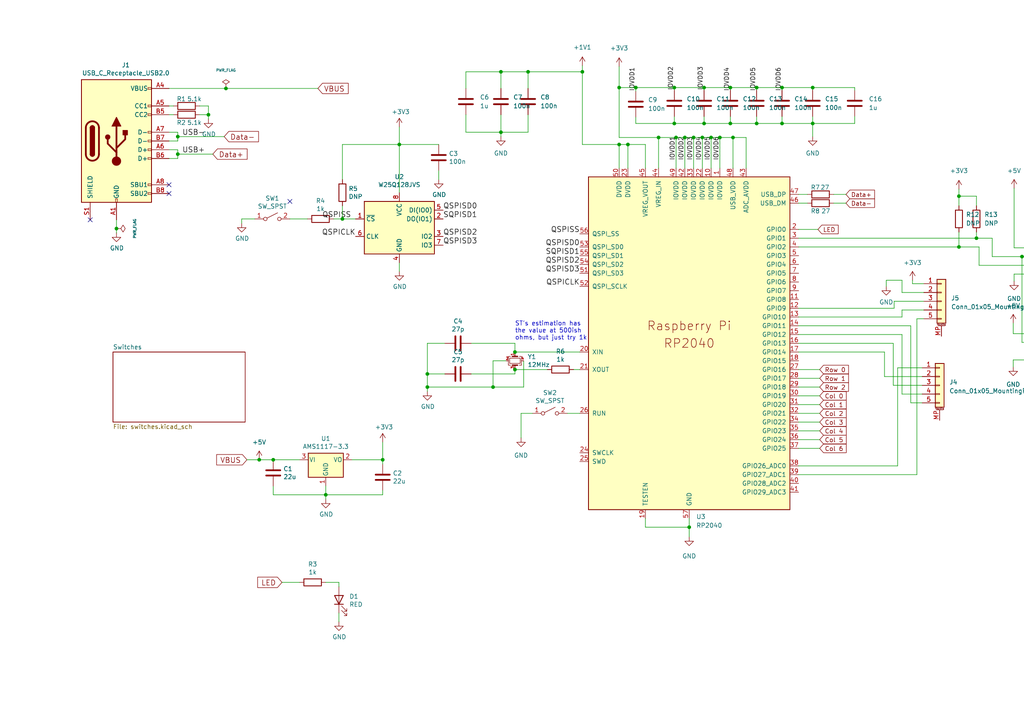
<source format=kicad_sch>
(kicad_sch (version 20211123) (generator eeschema)

  (uuid e63e39d7-6ac0-4ffd-8aa3-1841a4541b55)

  (paper "A4")

  (lib_symbols
    (symbol "Connector:AudioJack4" (in_bom yes) (on_board yes)
      (property "Reference" "J" (id 0) (at 0 8.89 0)
        (effects (font (size 1.27 1.27)))
      )
      (property "Value" "AudioJack4" (id 1) (at 0 6.35 0)
        (effects (font (size 1.27 1.27)))
      )
      (property "Footprint" "" (id 2) (at 0 0 0)
        (effects (font (size 1.27 1.27)) hide)
      )
      (property "Datasheet" "~" (id 3) (at 0 0 0)
        (effects (font (size 1.27 1.27)) hide)
      )
      (property "ki_keywords" "audio jack receptacle stereo headphones TRRS connector" (id 4) (at 0 0 0)
        (effects (font (size 1.27 1.27)) hide)
      )
      (property "ki_description" "Audio Jack, 4 Poles (TRRS)" (id 5) (at 0 0 0)
        (effects (font (size 1.27 1.27)) hide)
      )
      (property "ki_fp_filters" "Jack*" (id 6) (at 0 0 0)
        (effects (font (size 1.27 1.27)) hide)
      )
      (symbol "AudioJack4_0_1"
        (rectangle (start -6.35 -5.08) (end -7.62 -7.62)
          (stroke (width 0.254) (type default) (color 0 0 0 0))
          (fill (type outline))
        )
        (polyline
          (pts
            (xy 0 -5.08)
            (xy 0.635 -5.715)
            (xy 1.27 -5.08)
            (xy 2.54 -5.08)
          )
          (stroke (width 0.254) (type default) (color 0 0 0 0))
          (fill (type none))
        )
        (polyline
          (pts
            (xy -5.715 -5.08)
            (xy -5.08 -5.715)
            (xy -4.445 -5.08)
            (xy -4.445 2.54)
            (xy 2.54 2.54)
          )
          (stroke (width 0.254) (type default) (color 0 0 0 0))
          (fill (type none))
        )
        (polyline
          (pts
            (xy -1.905 -5.08)
            (xy -1.27 -5.715)
            (xy -0.635 -5.08)
            (xy -0.635 -2.54)
            (xy 2.54 -2.54)
          )
          (stroke (width 0.254) (type default) (color 0 0 0 0))
          (fill (type none))
        )
        (polyline
          (pts
            (xy 2.54 0)
            (xy -2.54 0)
            (xy -2.54 -5.08)
            (xy -3.175 -5.715)
            (xy -3.81 -5.08)
          )
          (stroke (width 0.254) (type default) (color 0 0 0 0))
          (fill (type none))
        )
        (rectangle (start 2.54 3.81) (end -6.35 -7.62)
          (stroke (width 0.254) (type default) (color 0 0 0 0))
          (fill (type background))
        )
      )
      (symbol "AudioJack4_1_1"
        (pin passive line (at 5.08 -2.54 180) (length 2.54)
          (name "~" (effects (font (size 1.27 1.27))))
          (number "R1" (effects (font (size 1.27 1.27))))
        )
        (pin passive line (at 5.08 0 180) (length 2.54)
          (name "~" (effects (font (size 1.27 1.27))))
          (number "R2" (effects (font (size 1.27 1.27))))
        )
        (pin passive line (at 5.08 2.54 180) (length 2.54)
          (name "~" (effects (font (size 1.27 1.27))))
          (number "S" (effects (font (size 1.27 1.27))))
        )
        (pin passive line (at 5.08 -5.08 180) (length 2.54)
          (name "~" (effects (font (size 1.27 1.27))))
          (number "T" (effects (font (size 1.27 1.27))))
        )
      )
    )
    (symbol "Connector:USB_C_Receptacle_USB2.0" (pin_names (offset 1.016)) (in_bom yes) (on_board yes)
      (property "Reference" "J" (id 0) (at -10.16 19.05 0)
        (effects (font (size 1.27 1.27)) (justify left))
      )
      (property "Value" "USB_C_Receptacle_USB2.0" (id 1) (at 19.05 19.05 0)
        (effects (font (size 1.27 1.27)) (justify right))
      )
      (property "Footprint" "" (id 2) (at 3.81 0 0)
        (effects (font (size 1.27 1.27)) hide)
      )
      (property "Datasheet" "https://www.usb.org/sites/default/files/documents/usb_type-c.zip" (id 3) (at 3.81 0 0)
        (effects (font (size 1.27 1.27)) hide)
      )
      (property "ki_keywords" "usb universal serial bus type-C USB2.0" (id 4) (at 0 0 0)
        (effects (font (size 1.27 1.27)) hide)
      )
      (property "ki_description" "USB 2.0-only Type-C Receptacle connector" (id 5) (at 0 0 0)
        (effects (font (size 1.27 1.27)) hide)
      )
      (property "ki_fp_filters" "USB*C*Receptacle*" (id 6) (at 0 0 0)
        (effects (font (size 1.27 1.27)) hide)
      )
      (symbol "USB_C_Receptacle_USB2.0_0_0"
        (rectangle (start -0.254 -17.78) (end 0.254 -16.764)
          (stroke (width 0) (type default) (color 0 0 0 0))
          (fill (type none))
        )
        (rectangle (start 10.16 -14.986) (end 9.144 -15.494)
          (stroke (width 0) (type default) (color 0 0 0 0))
          (fill (type none))
        )
        (rectangle (start 10.16 -12.446) (end 9.144 -12.954)
          (stroke (width 0) (type default) (color 0 0 0 0))
          (fill (type none))
        )
        (rectangle (start 10.16 -4.826) (end 9.144 -5.334)
          (stroke (width 0) (type default) (color 0 0 0 0))
          (fill (type none))
        )
        (rectangle (start 10.16 -2.286) (end 9.144 -2.794)
          (stroke (width 0) (type default) (color 0 0 0 0))
          (fill (type none))
        )
        (rectangle (start 10.16 0.254) (end 9.144 -0.254)
          (stroke (width 0) (type default) (color 0 0 0 0))
          (fill (type none))
        )
        (rectangle (start 10.16 2.794) (end 9.144 2.286)
          (stroke (width 0) (type default) (color 0 0 0 0))
          (fill (type none))
        )
        (rectangle (start 10.16 7.874) (end 9.144 7.366)
          (stroke (width 0) (type default) (color 0 0 0 0))
          (fill (type none))
        )
        (rectangle (start 10.16 10.414) (end 9.144 9.906)
          (stroke (width 0) (type default) (color 0 0 0 0))
          (fill (type none))
        )
        (rectangle (start 10.16 15.494) (end 9.144 14.986)
          (stroke (width 0) (type default) (color 0 0 0 0))
          (fill (type none))
        )
      )
      (symbol "USB_C_Receptacle_USB2.0_0_1"
        (rectangle (start -10.16 17.78) (end 10.16 -17.78)
          (stroke (width 0.254) (type default) (color 0 0 0 0))
          (fill (type background))
        )
        (arc (start -8.89 -3.81) (mid -6.985 -5.715) (end -5.08 -3.81)
          (stroke (width 0.508) (type default) (color 0 0 0 0))
          (fill (type none))
        )
        (arc (start -7.62 -3.81) (mid -6.985 -4.445) (end -6.35 -3.81)
          (stroke (width 0.254) (type default) (color 0 0 0 0))
          (fill (type none))
        )
        (arc (start -7.62 -3.81) (mid -6.985 -4.445) (end -6.35 -3.81)
          (stroke (width 0.254) (type default) (color 0 0 0 0))
          (fill (type outline))
        )
        (rectangle (start -7.62 -3.81) (end -6.35 3.81)
          (stroke (width 0.254) (type default) (color 0 0 0 0))
          (fill (type outline))
        )
        (arc (start -6.35 3.81) (mid -6.985 4.445) (end -7.62 3.81)
          (stroke (width 0.254) (type default) (color 0 0 0 0))
          (fill (type none))
        )
        (arc (start -6.35 3.81) (mid -6.985 4.445) (end -7.62 3.81)
          (stroke (width 0.254) (type default) (color 0 0 0 0))
          (fill (type outline))
        )
        (arc (start -5.08 3.81) (mid -6.985 5.715) (end -8.89 3.81)
          (stroke (width 0.508) (type default) (color 0 0 0 0))
          (fill (type none))
        )
        (circle (center -2.54 1.143) (radius 0.635)
          (stroke (width 0.254) (type default) (color 0 0 0 0))
          (fill (type outline))
        )
        (circle (center 0 -5.842) (radius 1.27)
          (stroke (width 0) (type default) (color 0 0 0 0))
          (fill (type outline))
        )
        (polyline
          (pts
            (xy -8.89 -3.81)
            (xy -8.89 3.81)
          )
          (stroke (width 0.508) (type default) (color 0 0 0 0))
          (fill (type none))
        )
        (polyline
          (pts
            (xy -5.08 3.81)
            (xy -5.08 -3.81)
          )
          (stroke (width 0.508) (type default) (color 0 0 0 0))
          (fill (type none))
        )
        (polyline
          (pts
            (xy 0 -5.842)
            (xy 0 4.318)
          )
          (stroke (width 0.508) (type default) (color 0 0 0 0))
          (fill (type none))
        )
        (polyline
          (pts
            (xy 0 -3.302)
            (xy -2.54 -0.762)
            (xy -2.54 0.508)
          )
          (stroke (width 0.508) (type default) (color 0 0 0 0))
          (fill (type none))
        )
        (polyline
          (pts
            (xy 0 -2.032)
            (xy 2.54 0.508)
            (xy 2.54 1.778)
          )
          (stroke (width 0.508) (type default) (color 0 0 0 0))
          (fill (type none))
        )
        (polyline
          (pts
            (xy -1.27 4.318)
            (xy 0 6.858)
            (xy 1.27 4.318)
            (xy -1.27 4.318)
          )
          (stroke (width 0.254) (type default) (color 0 0 0 0))
          (fill (type outline))
        )
        (rectangle (start 1.905 1.778) (end 3.175 3.048)
          (stroke (width 0.254) (type default) (color 0 0 0 0))
          (fill (type outline))
        )
      )
      (symbol "USB_C_Receptacle_USB2.0_1_1"
        (pin passive line (at 0 -22.86 90) (length 5.08)
          (name "GND" (effects (font (size 1.27 1.27))))
          (number "A1" (effects (font (size 1.27 1.27))))
        )
        (pin passive line (at 0 -22.86 90) (length 5.08) hide
          (name "GND" (effects (font (size 1.27 1.27))))
          (number "A12" (effects (font (size 1.27 1.27))))
        )
        (pin passive line (at 15.24 15.24 180) (length 5.08)
          (name "VBUS" (effects (font (size 1.27 1.27))))
          (number "A4" (effects (font (size 1.27 1.27))))
        )
        (pin bidirectional line (at 15.24 10.16 180) (length 5.08)
          (name "CC1" (effects (font (size 1.27 1.27))))
          (number "A5" (effects (font (size 1.27 1.27))))
        )
        (pin bidirectional line (at 15.24 -2.54 180) (length 5.08)
          (name "D+" (effects (font (size 1.27 1.27))))
          (number "A6" (effects (font (size 1.27 1.27))))
        )
        (pin bidirectional line (at 15.24 2.54 180) (length 5.08)
          (name "D-" (effects (font (size 1.27 1.27))))
          (number "A7" (effects (font (size 1.27 1.27))))
        )
        (pin bidirectional line (at 15.24 -12.7 180) (length 5.08)
          (name "SBU1" (effects (font (size 1.27 1.27))))
          (number "A8" (effects (font (size 1.27 1.27))))
        )
        (pin passive line (at 15.24 15.24 180) (length 5.08) hide
          (name "VBUS" (effects (font (size 1.27 1.27))))
          (number "A9" (effects (font (size 1.27 1.27))))
        )
        (pin passive line (at 0 -22.86 90) (length 5.08) hide
          (name "GND" (effects (font (size 1.27 1.27))))
          (number "B1" (effects (font (size 1.27 1.27))))
        )
        (pin passive line (at 0 -22.86 90) (length 5.08) hide
          (name "GND" (effects (font (size 1.27 1.27))))
          (number "B12" (effects (font (size 1.27 1.27))))
        )
        (pin passive line (at 15.24 15.24 180) (length 5.08) hide
          (name "VBUS" (effects (font (size 1.27 1.27))))
          (number "B4" (effects (font (size 1.27 1.27))))
        )
        (pin bidirectional line (at 15.24 7.62 180) (length 5.08)
          (name "CC2" (effects (font (size 1.27 1.27))))
          (number "B5" (effects (font (size 1.27 1.27))))
        )
        (pin bidirectional line (at 15.24 -5.08 180) (length 5.08)
          (name "D+" (effects (font (size 1.27 1.27))))
          (number "B6" (effects (font (size 1.27 1.27))))
        )
        (pin bidirectional line (at 15.24 0 180) (length 5.08)
          (name "D-" (effects (font (size 1.27 1.27))))
          (number "B7" (effects (font (size 1.27 1.27))))
        )
        (pin bidirectional line (at 15.24 -15.24 180) (length 5.08)
          (name "SBU2" (effects (font (size 1.27 1.27))))
          (number "B8" (effects (font (size 1.27 1.27))))
        )
        (pin passive line (at 15.24 15.24 180) (length 5.08) hide
          (name "VBUS" (effects (font (size 1.27 1.27))))
          (number "B9" (effects (font (size 1.27 1.27))))
        )
        (pin passive line (at -7.62 -22.86 90) (length 5.08)
          (name "SHIELD" (effects (font (size 1.27 1.27))))
          (number "S1" (effects (font (size 1.27 1.27))))
        )
      )
    )
    (symbol "Connector_Generic_MountingPin:Conn_01x05_MountingPin" (pin_names (offset 1.016) hide) (in_bom yes) (on_board yes)
      (property "Reference" "J" (id 0) (at 0 7.62 0)
        (effects (font (size 1.27 1.27)))
      )
      (property "Value" "Conn_01x05_MountingPin" (id 1) (at 1.27 -7.62 0)
        (effects (font (size 1.27 1.27)) (justify left))
      )
      (property "Footprint" "" (id 2) (at 0 0 0)
        (effects (font (size 1.27 1.27)) hide)
      )
      (property "Datasheet" "~" (id 3) (at 0 0 0)
        (effects (font (size 1.27 1.27)) hide)
      )
      (property "ki_keywords" "connector" (id 4) (at 0 0 0)
        (effects (font (size 1.27 1.27)) hide)
      )
      (property "ki_description" "Generic connectable mounting pin connector, single row, 01x05, script generated (kicad-library-utils/schlib/autogen/connector/)" (id 5) (at 0 0 0)
        (effects (font (size 1.27 1.27)) hide)
      )
      (property "ki_fp_filters" "Connector*:*_1x??-1MP*" (id 6) (at 0 0 0)
        (effects (font (size 1.27 1.27)) hide)
      )
      (symbol "Conn_01x05_MountingPin_1_1"
        (rectangle (start -1.27 -4.953) (end 0 -5.207)
          (stroke (width 0.1524) (type default) (color 0 0 0 0))
          (fill (type none))
        )
        (rectangle (start -1.27 -2.413) (end 0 -2.667)
          (stroke (width 0.1524) (type default) (color 0 0 0 0))
          (fill (type none))
        )
        (rectangle (start -1.27 0.127) (end 0 -0.127)
          (stroke (width 0.1524) (type default) (color 0 0 0 0))
          (fill (type none))
        )
        (rectangle (start -1.27 2.667) (end 0 2.413)
          (stroke (width 0.1524) (type default) (color 0 0 0 0))
          (fill (type none))
        )
        (rectangle (start -1.27 5.207) (end 0 4.953)
          (stroke (width 0.1524) (type default) (color 0 0 0 0))
          (fill (type none))
        )
        (rectangle (start -1.27 6.35) (end 1.27 -6.35)
          (stroke (width 0.254) (type default) (color 0 0 0 0))
          (fill (type background))
        )
        (polyline
          (pts
            (xy -1.016 -7.112)
            (xy 1.016 -7.112)
          )
          (stroke (width 0.1524) (type default) (color 0 0 0 0))
          (fill (type none))
        )
        (text "Mounting" (at 0 -6.731 0)
          (effects (font (size 0.381 0.381)))
        )
        (pin passive line (at -5.08 5.08 0) (length 3.81)
          (name "Pin_1" (effects (font (size 1.27 1.27))))
          (number "1" (effects (font (size 1.27 1.27))))
        )
        (pin passive line (at -5.08 2.54 0) (length 3.81)
          (name "Pin_2" (effects (font (size 1.27 1.27))))
          (number "2" (effects (font (size 1.27 1.27))))
        )
        (pin passive line (at -5.08 0 0) (length 3.81)
          (name "Pin_3" (effects (font (size 1.27 1.27))))
          (number "3" (effects (font (size 1.27 1.27))))
        )
        (pin passive line (at -5.08 -2.54 0) (length 3.81)
          (name "Pin_4" (effects (font (size 1.27 1.27))))
          (number "4" (effects (font (size 1.27 1.27))))
        )
        (pin passive line (at -5.08 -5.08 0) (length 3.81)
          (name "Pin_5" (effects (font (size 1.27 1.27))))
          (number "5" (effects (font (size 1.27 1.27))))
        )
        (pin passive line (at 0 -10.16 90) (length 3.048)
          (name "MountPin" (effects (font (size 1.27 1.27))))
          (number "MP" (effects (font (size 1.27 1.27))))
        )
      )
    )
    (symbol "Device:C" (pin_numbers hide) (pin_names (offset 0.254)) (in_bom yes) (on_board yes)
      (property "Reference" "C" (id 0) (at 0.635 2.54 0)
        (effects (font (size 1.27 1.27)) (justify left))
      )
      (property "Value" "C" (id 1) (at 0.635 -2.54 0)
        (effects (font (size 1.27 1.27)) (justify left))
      )
      (property "Footprint" "" (id 2) (at 0.9652 -3.81 0)
        (effects (font (size 1.27 1.27)) hide)
      )
      (property "Datasheet" "~" (id 3) (at 0 0 0)
        (effects (font (size 1.27 1.27)) hide)
      )
      (property "ki_keywords" "cap capacitor" (id 4) (at 0 0 0)
        (effects (font (size 1.27 1.27)) hide)
      )
      (property "ki_description" "Unpolarized capacitor" (id 5) (at 0 0 0)
        (effects (font (size 1.27 1.27)) hide)
      )
      (property "ki_fp_filters" "C_*" (id 6) (at 0 0 0)
        (effects (font (size 1.27 1.27)) hide)
      )
      (symbol "C_0_1"
        (polyline
          (pts
            (xy -2.032 -0.762)
            (xy 2.032 -0.762)
          )
          (stroke (width 0.508) (type default) (color 0 0 0 0))
          (fill (type none))
        )
        (polyline
          (pts
            (xy -2.032 0.762)
            (xy 2.032 0.762)
          )
          (stroke (width 0.508) (type default) (color 0 0 0 0))
          (fill (type none))
        )
      )
      (symbol "C_1_1"
        (pin passive line (at 0 3.81 270) (length 2.794)
          (name "~" (effects (font (size 1.27 1.27))))
          (number "1" (effects (font (size 1.27 1.27))))
        )
        (pin passive line (at 0 -3.81 90) (length 2.794)
          (name "~" (effects (font (size 1.27 1.27))))
          (number "2" (effects (font (size 1.27 1.27))))
        )
      )
    )
    (symbol "Device:Crystal_GND24_Small" (pin_names (offset 1.016) hide) (in_bom yes) (on_board yes)
      (property "Reference" "Y" (id 0) (at 1.27 4.445 0)
        (effects (font (size 1.27 1.27)) (justify left))
      )
      (property "Value" "Crystal_GND24_Small" (id 1) (at 1.27 2.54 0)
        (effects (font (size 1.27 1.27)) (justify left))
      )
      (property "Footprint" "" (id 2) (at 0 0 0)
        (effects (font (size 1.27 1.27)) hide)
      )
      (property "Datasheet" "~" (id 3) (at 0 0 0)
        (effects (font (size 1.27 1.27)) hide)
      )
      (property "ki_keywords" "quartz ceramic resonator oscillator" (id 4) (at 0 0 0)
        (effects (font (size 1.27 1.27)) hide)
      )
      (property "ki_description" "Four pin crystal, GND on pins 2 and 4, small symbol" (id 5) (at 0 0 0)
        (effects (font (size 1.27 1.27)) hide)
      )
      (property "ki_fp_filters" "Crystal*" (id 6) (at 0 0 0)
        (effects (font (size 1.27 1.27)) hide)
      )
      (symbol "Crystal_GND24_Small_0_1"
        (rectangle (start -0.762 -1.524) (end 0.762 1.524)
          (stroke (width 0) (type default) (color 0 0 0 0))
          (fill (type none))
        )
        (polyline
          (pts
            (xy -1.27 -0.762)
            (xy -1.27 0.762)
          )
          (stroke (width 0.381) (type default) (color 0 0 0 0))
          (fill (type none))
        )
        (polyline
          (pts
            (xy 1.27 -0.762)
            (xy 1.27 0.762)
          )
          (stroke (width 0.381) (type default) (color 0 0 0 0))
          (fill (type none))
        )
        (polyline
          (pts
            (xy -1.27 -1.27)
            (xy -1.27 -1.905)
            (xy 1.27 -1.905)
            (xy 1.27 -1.27)
          )
          (stroke (width 0) (type default) (color 0 0 0 0))
          (fill (type none))
        )
        (polyline
          (pts
            (xy -1.27 1.27)
            (xy -1.27 1.905)
            (xy 1.27 1.905)
            (xy 1.27 1.27)
          )
          (stroke (width 0) (type default) (color 0 0 0 0))
          (fill (type none))
        )
      )
      (symbol "Crystal_GND24_Small_1_1"
        (pin passive line (at -2.54 0 0) (length 1.27)
          (name "1" (effects (font (size 1.27 1.27))))
          (number "1" (effects (font (size 0.762 0.762))))
        )
        (pin passive line (at 0 -2.54 90) (length 0.635)
          (name "2" (effects (font (size 1.27 1.27))))
          (number "2" (effects (font (size 0.762 0.762))))
        )
        (pin passive line (at 2.54 0 180) (length 1.27)
          (name "3" (effects (font (size 1.27 1.27))))
          (number "3" (effects (font (size 0.762 0.762))))
        )
        (pin passive line (at 0 2.54 270) (length 0.635)
          (name "4" (effects (font (size 1.27 1.27))))
          (number "4" (effects (font (size 0.762 0.762))))
        )
      )
    )
    (symbol "Device:LED" (pin_numbers hide) (pin_names (offset 1.016) hide) (in_bom yes) (on_board yes)
      (property "Reference" "D" (id 0) (at 0 2.54 0)
        (effects (font (size 1.27 1.27)))
      )
      (property "Value" "LED" (id 1) (at 0 -2.54 0)
        (effects (font (size 1.27 1.27)))
      )
      (property "Footprint" "" (id 2) (at 0 0 0)
        (effects (font (size 1.27 1.27)) hide)
      )
      (property "Datasheet" "~" (id 3) (at 0 0 0)
        (effects (font (size 1.27 1.27)) hide)
      )
      (property "ki_keywords" "LED diode" (id 4) (at 0 0 0)
        (effects (font (size 1.27 1.27)) hide)
      )
      (property "ki_description" "Light emitting diode" (id 5) (at 0 0 0)
        (effects (font (size 1.27 1.27)) hide)
      )
      (property "ki_fp_filters" "LED* LED_SMD:* LED_THT:*" (id 6) (at 0 0 0)
        (effects (font (size 1.27 1.27)) hide)
      )
      (symbol "LED_0_1"
        (polyline
          (pts
            (xy -1.27 -1.27)
            (xy -1.27 1.27)
          )
          (stroke (width 0.254) (type default) (color 0 0 0 0))
          (fill (type none))
        )
        (polyline
          (pts
            (xy -1.27 0)
            (xy 1.27 0)
          )
          (stroke (width 0) (type default) (color 0 0 0 0))
          (fill (type none))
        )
        (polyline
          (pts
            (xy 1.27 -1.27)
            (xy 1.27 1.27)
            (xy -1.27 0)
            (xy 1.27 -1.27)
          )
          (stroke (width 0.254) (type default) (color 0 0 0 0))
          (fill (type none))
        )
        (polyline
          (pts
            (xy -3.048 -0.762)
            (xy -4.572 -2.286)
            (xy -3.81 -2.286)
            (xy -4.572 -2.286)
            (xy -4.572 -1.524)
          )
          (stroke (width 0) (type default) (color 0 0 0 0))
          (fill (type none))
        )
        (polyline
          (pts
            (xy -1.778 -0.762)
            (xy -3.302 -2.286)
            (xy -2.54 -2.286)
            (xy -3.302 -2.286)
            (xy -3.302 -1.524)
          )
          (stroke (width 0) (type default) (color 0 0 0 0))
          (fill (type none))
        )
      )
      (symbol "LED_1_1"
        (pin passive line (at -3.81 0 0) (length 2.54)
          (name "K" (effects (font (size 1.27 1.27))))
          (number "1" (effects (font (size 1.27 1.27))))
        )
        (pin passive line (at 3.81 0 180) (length 2.54)
          (name "A" (effects (font (size 1.27 1.27))))
          (number "2" (effects (font (size 1.27 1.27))))
        )
      )
    )
    (symbol "Device:R" (pin_numbers hide) (pin_names (offset 0)) (in_bom yes) (on_board yes)
      (property "Reference" "R" (id 0) (at 2.032 0 90)
        (effects (font (size 1.27 1.27)))
      )
      (property "Value" "R" (id 1) (at 0 0 90)
        (effects (font (size 1.27 1.27)))
      )
      (property "Footprint" "" (id 2) (at -1.778 0 90)
        (effects (font (size 1.27 1.27)) hide)
      )
      (property "Datasheet" "~" (id 3) (at 0 0 0)
        (effects (font (size 1.27 1.27)) hide)
      )
      (property "ki_keywords" "R res resistor" (id 4) (at 0 0 0)
        (effects (font (size 1.27 1.27)) hide)
      )
      (property "ki_description" "Resistor" (id 5) (at 0 0 0)
        (effects (font (size 1.27 1.27)) hide)
      )
      (property "ki_fp_filters" "R_*" (id 6) (at 0 0 0)
        (effects (font (size 1.27 1.27)) hide)
      )
      (symbol "R_0_1"
        (rectangle (start -1.016 -2.54) (end 1.016 2.54)
          (stroke (width 0.254) (type default) (color 0 0 0 0))
          (fill (type none))
        )
      )
      (symbol "R_1_1"
        (pin passive line (at 0 3.81 270) (length 1.27)
          (name "~" (effects (font (size 1.27 1.27))))
          (number "1" (effects (font (size 1.27 1.27))))
        )
        (pin passive line (at 0 -3.81 90) (length 1.27)
          (name "~" (effects (font (size 1.27 1.27))))
          (number "2" (effects (font (size 1.27 1.27))))
        )
      )
    )
    (symbol "MCU_RaspberryPi_RP2040:RP2040" (pin_names (offset 1.016)) (in_bom yes) (on_board yes)
      (property "Reference" "U" (id 0) (at -29.21 49.53 0)
        (effects (font (size 1.27 1.27)))
      )
      (property "Value" "RP2040" (id 1) (at 24.13 -49.53 0)
        (effects (font (size 1.27 1.27)))
      )
      (property "Footprint" "RP2040_minimal:RP2040-QFN-56" (id 2) (at -19.05 0 0)
        (effects (font (size 1.27 1.27)) hide)
      )
      (property "Datasheet" "" (id 3) (at -19.05 0 0)
        (effects (font (size 1.27 1.27)) hide)
      )
      (symbol "RP2040_0_0"
        (text "Raspberry Pi" (at 0 5.08 0)
          (effects (font (size 2.54 2.54)))
        )
        (text "RP2040" (at 0 0 0)
          (effects (font (size 2.54 2.54)))
        )
      )
      (symbol "RP2040_0_1"
        (rectangle (start 29.21 48.26) (end -29.21 -48.26)
          (stroke (width 0.254) (type default) (color 0 0 0 0))
          (fill (type background))
        )
      )
      (symbol "RP2040_1_1"
        (pin power_in line (at 8.89 50.8 270) (length 2.54)
          (name "IOVDD" (effects (font (size 1.27 1.27))))
          (number "1" (effects (font (size 1.27 1.27))))
        )
        (pin power_in line (at 6.35 50.8 270) (length 2.54)
          (name "IOVDD" (effects (font (size 1.27 1.27))))
          (number "10" (effects (font (size 1.27 1.27))))
        )
        (pin bidirectional line (at 31.75 12.7 180) (length 2.54)
          (name "GPIO8" (effects (font (size 1.27 1.27))))
          (number "11" (effects (font (size 1.27 1.27))))
        )
        (pin bidirectional line (at 31.75 10.16 180) (length 2.54)
          (name "GPIO9" (effects (font (size 1.27 1.27))))
          (number "12" (effects (font (size 1.27 1.27))))
        )
        (pin bidirectional line (at 31.75 7.62 180) (length 2.54)
          (name "GPIO10" (effects (font (size 1.27 1.27))))
          (number "13" (effects (font (size 1.27 1.27))))
        )
        (pin bidirectional line (at 31.75 5.08 180) (length 2.54)
          (name "GPIO11" (effects (font (size 1.27 1.27))))
          (number "14" (effects (font (size 1.27 1.27))))
        )
        (pin bidirectional line (at 31.75 2.54 180) (length 2.54)
          (name "GPIO12" (effects (font (size 1.27 1.27))))
          (number "15" (effects (font (size 1.27 1.27))))
        )
        (pin bidirectional line (at 31.75 0 180) (length 2.54)
          (name "GPIO13" (effects (font (size 1.27 1.27))))
          (number "16" (effects (font (size 1.27 1.27))))
        )
        (pin bidirectional line (at 31.75 -2.54 180) (length 2.54)
          (name "GPIO14" (effects (font (size 1.27 1.27))))
          (number "17" (effects (font (size 1.27 1.27))))
        )
        (pin bidirectional line (at 31.75 -5.08 180) (length 2.54)
          (name "GPIO15" (effects (font (size 1.27 1.27))))
          (number "18" (effects (font (size 1.27 1.27))))
        )
        (pin passive line (at -12.7 -50.8 90) (length 2.54)
          (name "TESTEN" (effects (font (size 1.27 1.27))))
          (number "19" (effects (font (size 1.27 1.27))))
        )
        (pin bidirectional line (at 31.75 33.02 180) (length 2.54)
          (name "GPIO0" (effects (font (size 1.27 1.27))))
          (number "2" (effects (font (size 1.27 1.27))))
        )
        (pin input line (at -31.75 -2.54 0) (length 2.54)
          (name "XIN" (effects (font (size 1.27 1.27))))
          (number "20" (effects (font (size 1.27 1.27))))
        )
        (pin passive line (at -31.75 -7.62 0) (length 2.54)
          (name "XOUT" (effects (font (size 1.27 1.27))))
          (number "21" (effects (font (size 1.27 1.27))))
        )
        (pin power_in line (at 3.81 50.8 270) (length 2.54)
          (name "IOVDD" (effects (font (size 1.27 1.27))))
          (number "22" (effects (font (size 1.27 1.27))))
        )
        (pin power_in line (at -17.78 50.8 270) (length 2.54)
          (name "DVDD" (effects (font (size 1.27 1.27))))
          (number "23" (effects (font (size 1.27 1.27))))
        )
        (pin output line (at -31.75 -31.75 0) (length 2.54)
          (name "SWCLK" (effects (font (size 1.27 1.27))))
          (number "24" (effects (font (size 1.27 1.27))))
        )
        (pin bidirectional line (at -31.75 -34.29 0) (length 2.54)
          (name "SWD" (effects (font (size 1.27 1.27))))
          (number "25" (effects (font (size 1.27 1.27))))
        )
        (pin input line (at -31.75 -20.32 0) (length 2.54)
          (name "RUN" (effects (font (size 1.27 1.27))))
          (number "26" (effects (font (size 1.27 1.27))))
        )
        (pin bidirectional line (at 31.75 -7.62 180) (length 2.54)
          (name "GPIO16" (effects (font (size 1.27 1.27))))
          (number "27" (effects (font (size 1.27 1.27))))
        )
        (pin bidirectional line (at 31.75 -10.16 180) (length 2.54)
          (name "GPIO17" (effects (font (size 1.27 1.27))))
          (number "28" (effects (font (size 1.27 1.27))))
        )
        (pin bidirectional line (at 31.75 -12.7 180) (length 2.54)
          (name "GPIO18" (effects (font (size 1.27 1.27))))
          (number "29" (effects (font (size 1.27 1.27))))
        )
        (pin bidirectional line (at 31.75 30.48 180) (length 2.54)
          (name "GPIO1" (effects (font (size 1.27 1.27))))
          (number "3" (effects (font (size 1.27 1.27))))
        )
        (pin bidirectional line (at 31.75 -15.24 180) (length 2.54)
          (name "GPIO19" (effects (font (size 1.27 1.27))))
          (number "30" (effects (font (size 1.27 1.27))))
        )
        (pin bidirectional line (at 31.75 -17.78 180) (length 2.54)
          (name "GPIO20" (effects (font (size 1.27 1.27))))
          (number "31" (effects (font (size 1.27 1.27))))
        )
        (pin bidirectional line (at 31.75 -20.32 180) (length 2.54)
          (name "GPIO21" (effects (font (size 1.27 1.27))))
          (number "32" (effects (font (size 1.27 1.27))))
        )
        (pin power_in line (at 1.27 50.8 270) (length 2.54)
          (name "IOVDD" (effects (font (size 1.27 1.27))))
          (number "33" (effects (font (size 1.27 1.27))))
        )
        (pin bidirectional line (at 31.75 -22.86 180) (length 2.54)
          (name "GPIO22" (effects (font (size 1.27 1.27))))
          (number "34" (effects (font (size 1.27 1.27))))
        )
        (pin bidirectional line (at 31.75 -25.4 180) (length 2.54)
          (name "GPIO23" (effects (font (size 1.27 1.27))))
          (number "35" (effects (font (size 1.27 1.27))))
        )
        (pin bidirectional line (at 31.75 -27.94 180) (length 2.54)
          (name "GPIO24" (effects (font (size 1.27 1.27))))
          (number "36" (effects (font (size 1.27 1.27))))
        )
        (pin bidirectional line (at 31.75 -30.48 180) (length 2.54)
          (name "GPIO25" (effects (font (size 1.27 1.27))))
          (number "37" (effects (font (size 1.27 1.27))))
        )
        (pin bidirectional line (at 31.75 -35.56 180) (length 2.54)
          (name "GPIO26_ADC0" (effects (font (size 1.27 1.27))))
          (number "38" (effects (font (size 1.27 1.27))))
        )
        (pin bidirectional line (at 31.75 -38.1 180) (length 2.54)
          (name "GPIO27_ADC1" (effects (font (size 1.27 1.27))))
          (number "39" (effects (font (size 1.27 1.27))))
        )
        (pin bidirectional line (at 31.75 27.94 180) (length 2.54)
          (name "GPIO2" (effects (font (size 1.27 1.27))))
          (number "4" (effects (font (size 1.27 1.27))))
        )
        (pin bidirectional line (at 31.75 -40.64 180) (length 2.54)
          (name "GPIO28_ADC2" (effects (font (size 1.27 1.27))))
          (number "40" (effects (font (size 1.27 1.27))))
        )
        (pin bidirectional line (at 31.75 -43.18 180) (length 2.54)
          (name "GPIO29_ADC3" (effects (font (size 1.27 1.27))))
          (number "41" (effects (font (size 1.27 1.27))))
        )
        (pin power_in line (at -1.27 50.8 270) (length 2.54)
          (name "IOVDD" (effects (font (size 1.27 1.27))))
          (number "42" (effects (font (size 1.27 1.27))))
        )
        (pin power_in line (at 16.51 50.8 270) (length 2.54)
          (name "ADC_AVDD" (effects (font (size 1.27 1.27))))
          (number "43" (effects (font (size 1.27 1.27))))
        )
        (pin power_in line (at -8.89 50.8 270) (length 2.54)
          (name "VREG_IN" (effects (font (size 1.27 1.27))))
          (number "44" (effects (font (size 1.27 1.27))))
        )
        (pin power_out line (at -12.7 50.8 270) (length 2.54)
          (name "VREG_VOUT" (effects (font (size 1.27 1.27))))
          (number "45" (effects (font (size 1.27 1.27))))
        )
        (pin bidirectional line (at 31.75 40.64 180) (length 2.54)
          (name "USB_DM" (effects (font (size 1.27 1.27))))
          (number "46" (effects (font (size 1.27 1.27))))
        )
        (pin bidirectional line (at 31.75 43.18 180) (length 2.54)
          (name "USB_DP" (effects (font (size 1.27 1.27))))
          (number "47" (effects (font (size 1.27 1.27))))
        )
        (pin power_in line (at 12.7 50.8 270) (length 2.54)
          (name "USB_VDD" (effects (font (size 1.27 1.27))))
          (number "48" (effects (font (size 1.27 1.27))))
        )
        (pin power_in line (at -3.81 50.8 270) (length 2.54)
          (name "IOVDD" (effects (font (size 1.27 1.27))))
          (number "49" (effects (font (size 1.27 1.27))))
        )
        (pin bidirectional line (at 31.75 25.4 180) (length 2.54)
          (name "GPIO3" (effects (font (size 1.27 1.27))))
          (number "5" (effects (font (size 1.27 1.27))))
        )
        (pin power_in line (at -20.32 50.8 270) (length 2.54)
          (name "DVDD" (effects (font (size 1.27 1.27))))
          (number "50" (effects (font (size 1.27 1.27))))
        )
        (pin bidirectional line (at -31.75 20.32 0) (length 2.54)
          (name "QSPI_SD3" (effects (font (size 1.27 1.27))))
          (number "51" (effects (font (size 1.27 1.27))))
        )
        (pin output line (at -31.75 16.51 0) (length 2.54)
          (name "QSPI_SCLK" (effects (font (size 1.27 1.27))))
          (number "52" (effects (font (size 1.27 1.27))))
        )
        (pin bidirectional line (at -31.75 27.94 0) (length 2.54)
          (name "QSPI_SD0" (effects (font (size 1.27 1.27))))
          (number "53" (effects (font (size 1.27 1.27))))
        )
        (pin bidirectional line (at -31.75 22.86 0) (length 2.54)
          (name "QSPI_SD2" (effects (font (size 1.27 1.27))))
          (number "54" (effects (font (size 1.27 1.27))))
        )
        (pin bidirectional line (at -31.75 25.4 0) (length 2.54)
          (name "QSPI_SD1" (effects (font (size 1.27 1.27))))
          (number "55" (effects (font (size 1.27 1.27))))
        )
        (pin bidirectional line (at -31.75 31.75 0) (length 2.54)
          (name "QSPI_SS" (effects (font (size 1.27 1.27))))
          (number "56" (effects (font (size 1.27 1.27))))
        )
        (pin power_in line (at 0 -50.8 90) (length 2.54)
          (name "GND" (effects (font (size 1.27 1.27))))
          (number "57" (effects (font (size 1.27 1.27))))
        )
        (pin bidirectional line (at 31.75 22.86 180) (length 2.54)
          (name "GPIO4" (effects (font (size 1.27 1.27))))
          (number "6" (effects (font (size 1.27 1.27))))
        )
        (pin bidirectional line (at 31.75 20.32 180) (length 2.54)
          (name "GPIO5" (effects (font (size 1.27 1.27))))
          (number "7" (effects (font (size 1.27 1.27))))
        )
        (pin bidirectional line (at 31.75 17.78 180) (length 2.54)
          (name "GPIO6" (effects (font (size 1.27 1.27))))
          (number "8" (effects (font (size 1.27 1.27))))
        )
        (pin bidirectional line (at 31.75 15.24 180) (length 2.54)
          (name "GPIO7" (effects (font (size 1.27 1.27))))
          (number "9" (effects (font (size 1.27 1.27))))
        )
      )
    )
    (symbol "Memory_Flash:W25Q128JVS" (in_bom yes) (on_board yes)
      (property "Reference" "U" (id 0) (at -8.89 8.89 0)
        (effects (font (size 1.27 1.27)))
      )
      (property "Value" "W25Q128JVS" (id 1) (at 7.62 8.89 0)
        (effects (font (size 1.27 1.27)))
      )
      (property "Footprint" "Package_SO:SOIC-8_5.23x5.23mm_P1.27mm" (id 2) (at 0 0 0)
        (effects (font (size 1.27 1.27)) hide)
      )
      (property "Datasheet" "http://www.winbond.com/resource-files/w25q128jv_dtr%20revc%2003272018%20plus.pdf" (id 3) (at 0 0 0)
        (effects (font (size 1.27 1.27)) hide)
      )
      (property "ki_keywords" "flash memory SPI QPI DTR" (id 4) (at 0 0 0)
        (effects (font (size 1.27 1.27)) hide)
      )
      (property "ki_description" "128Mb Serial Flash Memory, Standard/Dual/Quad SPI, SOIC-8" (id 5) (at 0 0 0)
        (effects (font (size 1.27 1.27)) hide)
      )
      (property "ki_fp_filters" "SOIC*5.23x5.23mm*P1.27mm*" (id 6) (at 0 0 0)
        (effects (font (size 1.27 1.27)) hide)
      )
      (symbol "W25Q128JVS_0_1"
        (rectangle (start -10.16 7.62) (end 10.16 -7.62)
          (stroke (width 0.254) (type default) (color 0 0 0 0))
          (fill (type background))
        )
      )
      (symbol "W25Q128JVS_1_1"
        (pin input line (at -12.7 2.54 0) (length 2.54)
          (name "~{CS}" (effects (font (size 1.27 1.27))))
          (number "1" (effects (font (size 1.27 1.27))))
        )
        (pin bidirectional line (at 12.7 2.54 180) (length 2.54)
          (name "DO(IO1)" (effects (font (size 1.27 1.27))))
          (number "2" (effects (font (size 1.27 1.27))))
        )
        (pin bidirectional line (at 12.7 -2.54 180) (length 2.54)
          (name "IO2" (effects (font (size 1.27 1.27))))
          (number "3" (effects (font (size 1.27 1.27))))
        )
        (pin power_in line (at 0 -10.16 90) (length 2.54)
          (name "GND" (effects (font (size 1.27 1.27))))
          (number "4" (effects (font (size 1.27 1.27))))
        )
        (pin bidirectional line (at 12.7 5.08 180) (length 2.54)
          (name "DI(IO0)" (effects (font (size 1.27 1.27))))
          (number "5" (effects (font (size 1.27 1.27))))
        )
        (pin input line (at -12.7 -2.54 0) (length 2.54)
          (name "CLK" (effects (font (size 1.27 1.27))))
          (number "6" (effects (font (size 1.27 1.27))))
        )
        (pin bidirectional line (at 12.7 -5.08 180) (length 2.54)
          (name "IO3" (effects (font (size 1.27 1.27))))
          (number "7" (effects (font (size 1.27 1.27))))
        )
        (pin power_in line (at 0 10.16 270) (length 2.54)
          (name "VCC" (effects (font (size 1.27 1.27))))
          (number "8" (effects (font (size 1.27 1.27))))
        )
      )
    )
    (symbol "Regulator_Linear:AMS1117-3.3" (pin_names (offset 0.254)) (in_bom yes) (on_board yes)
      (property "Reference" "U" (id 0) (at -3.81 3.175 0)
        (effects (font (size 1.27 1.27)))
      )
      (property "Value" "AMS1117-3.3" (id 1) (at 0 3.175 0)
        (effects (font (size 1.27 1.27)) (justify left))
      )
      (property "Footprint" "Package_TO_SOT_SMD:SOT-223-3_TabPin2" (id 2) (at 0 5.08 0)
        (effects (font (size 1.27 1.27)) hide)
      )
      (property "Datasheet" "http://www.advanced-monolithic.com/pdf/ds1117.pdf" (id 3) (at 2.54 -6.35 0)
        (effects (font (size 1.27 1.27)) hide)
      )
      (property "ki_keywords" "linear regulator ldo fixed positive" (id 4) (at 0 0 0)
        (effects (font (size 1.27 1.27)) hide)
      )
      (property "ki_description" "1A Low Dropout regulator, positive, 3.3V fixed output, SOT-223" (id 5) (at 0 0 0)
        (effects (font (size 1.27 1.27)) hide)
      )
      (property "ki_fp_filters" "SOT?223*TabPin2*" (id 6) (at 0 0 0)
        (effects (font (size 1.27 1.27)) hide)
      )
      (symbol "AMS1117-3.3_0_1"
        (rectangle (start -5.08 -5.08) (end 5.08 1.905)
          (stroke (width 0.254) (type default) (color 0 0 0 0))
          (fill (type background))
        )
      )
      (symbol "AMS1117-3.3_1_1"
        (pin power_in line (at 0 -7.62 90) (length 2.54)
          (name "GND" (effects (font (size 1.27 1.27))))
          (number "1" (effects (font (size 1.27 1.27))))
        )
        (pin power_out line (at 7.62 0 180) (length 2.54)
          (name "VO" (effects (font (size 1.27 1.27))))
          (number "2" (effects (font (size 1.27 1.27))))
        )
        (pin power_in line (at -7.62 0 0) (length 2.54)
          (name "VI" (effects (font (size 1.27 1.27))))
          (number "3" (effects (font (size 1.27 1.27))))
        )
      )
    )
    (symbol "Switch:SW_SPST" (pin_names (offset 0) hide) (in_bom yes) (on_board yes)
      (property "Reference" "SW" (id 0) (at 0 3.175 0)
        (effects (font (size 1.27 1.27)))
      )
      (property "Value" "SW_SPST" (id 1) (at 0 -2.54 0)
        (effects (font (size 1.27 1.27)))
      )
      (property "Footprint" "" (id 2) (at 0 0 0)
        (effects (font (size 1.27 1.27)) hide)
      )
      (property "Datasheet" "~" (id 3) (at 0 0 0)
        (effects (font (size 1.27 1.27)) hide)
      )
      (property "ki_keywords" "switch lever" (id 4) (at 0 0 0)
        (effects (font (size 1.27 1.27)) hide)
      )
      (property "ki_description" "Single Pole Single Throw (SPST) switch" (id 5) (at 0 0 0)
        (effects (font (size 1.27 1.27)) hide)
      )
      (symbol "SW_SPST_0_0"
        (circle (center -2.032 0) (radius 0.508)
          (stroke (width 0) (type default) (color 0 0 0 0))
          (fill (type none))
        )
        (polyline
          (pts
            (xy -1.524 0.254)
            (xy 1.524 1.778)
          )
          (stroke (width 0) (type default) (color 0 0 0 0))
          (fill (type none))
        )
        (circle (center 2.032 0) (radius 0.508)
          (stroke (width 0) (type default) (color 0 0 0 0))
          (fill (type none))
        )
      )
      (symbol "SW_SPST_1_1"
        (pin passive line (at -5.08 0 0) (length 2.54)
          (name "A" (effects (font (size 1.27 1.27))))
          (number "1" (effects (font (size 1.27 1.27))))
        )
        (pin passive line (at 5.08 0 180) (length 2.54)
          (name "B" (effects (font (size 1.27 1.27))))
          (number "2" (effects (font (size 1.27 1.27))))
        )
      )
    )
    (symbol "power:+1V1" (power) (pin_names (offset 0)) (in_bom yes) (on_board yes)
      (property "Reference" "#PWR" (id 0) (at 0 -3.81 0)
        (effects (font (size 1.27 1.27)) hide)
      )
      (property "Value" "+1V1" (id 1) (at 0 3.556 0)
        (effects (font (size 1.27 1.27)))
      )
      (property "Footprint" "" (id 2) (at 0 0 0)
        (effects (font (size 1.27 1.27)) hide)
      )
      (property "Datasheet" "" (id 3) (at 0 0 0)
        (effects (font (size 1.27 1.27)) hide)
      )
      (property "ki_keywords" "power-flag" (id 4) (at 0 0 0)
        (effects (font (size 1.27 1.27)) hide)
      )
      (property "ki_description" "Power symbol creates a global label with name \"+1V1\"" (id 5) (at 0 0 0)
        (effects (font (size 1.27 1.27)) hide)
      )
      (symbol "+1V1_0_1"
        (polyline
          (pts
            (xy -0.762 1.27)
            (xy 0 2.54)
          )
          (stroke (width 0) (type default) (color 0 0 0 0))
          (fill (type none))
        )
        (polyline
          (pts
            (xy 0 0)
            (xy 0 2.54)
          )
          (stroke (width 0) (type default) (color 0 0 0 0))
          (fill (type none))
        )
        (polyline
          (pts
            (xy 0 2.54)
            (xy 0.762 1.27)
          )
          (stroke (width 0) (type default) (color 0 0 0 0))
          (fill (type none))
        )
      )
      (symbol "+1V1_1_1"
        (pin power_in line (at 0 0 90) (length 0) hide
          (name "+1V1" (effects (font (size 1.27 1.27))))
          (number "1" (effects (font (size 1.27 1.27))))
        )
      )
    )
    (symbol "power:+3.3V" (power) (pin_names (offset 0)) (in_bom yes) (on_board yes)
      (property "Reference" "#PWR" (id 0) (at 0 -3.81 0)
        (effects (font (size 1.27 1.27)) hide)
      )
      (property "Value" "+3.3V" (id 1) (at 0 3.556 0)
        (effects (font (size 1.27 1.27)))
      )
      (property "Footprint" "" (id 2) (at 0 0 0)
        (effects (font (size 1.27 1.27)) hide)
      )
      (property "Datasheet" "" (id 3) (at 0 0 0)
        (effects (font (size 1.27 1.27)) hide)
      )
      (property "ki_keywords" "power-flag" (id 4) (at 0 0 0)
        (effects (font (size 1.27 1.27)) hide)
      )
      (property "ki_description" "Power symbol creates a global label with name \"+3.3V\"" (id 5) (at 0 0 0)
        (effects (font (size 1.27 1.27)) hide)
      )
      (symbol "+3.3V_0_1"
        (polyline
          (pts
            (xy -0.762 1.27)
            (xy 0 2.54)
          )
          (stroke (width 0) (type default) (color 0 0 0 0))
          (fill (type none))
        )
        (polyline
          (pts
            (xy 0 0)
            (xy 0 2.54)
          )
          (stroke (width 0) (type default) (color 0 0 0 0))
          (fill (type none))
        )
        (polyline
          (pts
            (xy 0 2.54)
            (xy 0.762 1.27)
          )
          (stroke (width 0) (type default) (color 0 0 0 0))
          (fill (type none))
        )
      )
      (symbol "+3.3V_1_1"
        (pin power_in line (at 0 0 90) (length 0) hide
          (name "+3V3" (effects (font (size 1.27 1.27))))
          (number "1" (effects (font (size 1.27 1.27))))
        )
      )
    )
    (symbol "power:+3V3" (power) (pin_names (offset 0)) (in_bom yes) (on_board yes)
      (property "Reference" "#PWR" (id 0) (at 0 -3.81 0)
        (effects (font (size 1.27 1.27)) hide)
      )
      (property "Value" "+3V3" (id 1) (at 0 3.556 0)
        (effects (font (size 1.27 1.27)))
      )
      (property "Footprint" "" (id 2) (at 0 0 0)
        (effects (font (size 1.27 1.27)) hide)
      )
      (property "Datasheet" "" (id 3) (at 0 0 0)
        (effects (font (size 1.27 1.27)) hide)
      )
      (property "ki_keywords" "power-flag" (id 4) (at 0 0 0)
        (effects (font (size 1.27 1.27)) hide)
      )
      (property "ki_description" "Power symbol creates a global label with name \"+3V3\"" (id 5) (at 0 0 0)
        (effects (font (size 1.27 1.27)) hide)
      )
      (symbol "+3V3_0_1"
        (polyline
          (pts
            (xy -0.762 1.27)
            (xy 0 2.54)
          )
          (stroke (width 0) (type default) (color 0 0 0 0))
          (fill (type none))
        )
        (polyline
          (pts
            (xy 0 0)
            (xy 0 2.54)
          )
          (stroke (width 0) (type default) (color 0 0 0 0))
          (fill (type none))
        )
        (polyline
          (pts
            (xy 0 2.54)
            (xy 0.762 1.27)
          )
          (stroke (width 0) (type default) (color 0 0 0 0))
          (fill (type none))
        )
      )
      (symbol "+3V3_1_1"
        (pin power_in line (at 0 0 90) (length 0) hide
          (name "+3V3" (effects (font (size 1.27 1.27))))
          (number "1" (effects (font (size 1.27 1.27))))
        )
      )
    )
    (symbol "power:+5V" (power) (pin_names (offset 0)) (in_bom yes) (on_board yes)
      (property "Reference" "#PWR" (id 0) (at 0 -3.81 0)
        (effects (font (size 1.27 1.27)) hide)
      )
      (property "Value" "+5V" (id 1) (at 0 3.556 0)
        (effects (font (size 1.27 1.27)))
      )
      (property "Footprint" "" (id 2) (at 0 0 0)
        (effects (font (size 1.27 1.27)) hide)
      )
      (property "Datasheet" "" (id 3) (at 0 0 0)
        (effects (font (size 1.27 1.27)) hide)
      )
      (property "ki_keywords" "power-flag" (id 4) (at 0 0 0)
        (effects (font (size 1.27 1.27)) hide)
      )
      (property "ki_description" "Power symbol creates a global label with name \"+5V\"" (id 5) (at 0 0 0)
        (effects (font (size 1.27 1.27)) hide)
      )
      (symbol "+5V_0_1"
        (polyline
          (pts
            (xy -0.762 1.27)
            (xy 0 2.54)
          )
          (stroke (width 0) (type default) (color 0 0 0 0))
          (fill (type none))
        )
        (polyline
          (pts
            (xy 0 0)
            (xy 0 2.54)
          )
          (stroke (width 0) (type default) (color 0 0 0 0))
          (fill (type none))
        )
        (polyline
          (pts
            (xy 0 2.54)
            (xy 0.762 1.27)
          )
          (stroke (width 0) (type default) (color 0 0 0 0))
          (fill (type none))
        )
      )
      (symbol "+5V_1_1"
        (pin power_in line (at 0 0 90) (length 0) hide
          (name "+5V" (effects (font (size 1.27 1.27))))
          (number "1" (effects (font (size 1.27 1.27))))
        )
      )
    )
    (symbol "power:GND" (power) (pin_names (offset 0)) (in_bom yes) (on_board yes)
      (property "Reference" "#PWR" (id 0) (at 0 -6.35 0)
        (effects (font (size 1.27 1.27)) hide)
      )
      (property "Value" "GND" (id 1) (at 0 -3.81 0)
        (effects (font (size 1.27 1.27)))
      )
      (property "Footprint" "" (id 2) (at 0 0 0)
        (effects (font (size 1.27 1.27)) hide)
      )
      (property "Datasheet" "" (id 3) (at 0 0 0)
        (effects (font (size 1.27 1.27)) hide)
      )
      (property "ki_keywords" "power-flag" (id 4) (at 0 0 0)
        (effects (font (size 1.27 1.27)) hide)
      )
      (property "ki_description" "Power symbol creates a global label with name \"GND\" , ground" (id 5) (at 0 0 0)
        (effects (font (size 1.27 1.27)) hide)
      )
      (symbol "GND_0_1"
        (polyline
          (pts
            (xy 0 0)
            (xy 0 -1.27)
            (xy 1.27 -1.27)
            (xy 0 -2.54)
            (xy -1.27 -1.27)
            (xy 0 -1.27)
          )
          (stroke (width 0) (type default) (color 0 0 0 0))
          (fill (type none))
        )
      )
      (symbol "GND_1_1"
        (pin power_in line (at 0 0 270) (length 0) hide
          (name "GND" (effects (font (size 1.27 1.27))))
          (number "1" (effects (font (size 1.27 1.27))))
        )
      )
    )
    (symbol "power:PWR_FLAG" (power) (pin_numbers hide) (pin_names (offset 0) hide) (in_bom yes) (on_board yes)
      (property "Reference" "#FLG" (id 0) (at 0 1.905 0)
        (effects (font (size 1.27 1.27)) hide)
      )
      (property "Value" "PWR_FLAG" (id 1) (at 0 3.81 0)
        (effects (font (size 1.27 1.27)))
      )
      (property "Footprint" "" (id 2) (at 0 0 0)
        (effects (font (size 1.27 1.27)) hide)
      )
      (property "Datasheet" "~" (id 3) (at 0 0 0)
        (effects (font (size 1.27 1.27)) hide)
      )
      (property "ki_keywords" "power-flag" (id 4) (at 0 0 0)
        (effects (font (size 1.27 1.27)) hide)
      )
      (property "ki_description" "Special symbol for telling ERC where power comes from" (id 5) (at 0 0 0)
        (effects (font (size 1.27 1.27)) hide)
      )
      (symbol "PWR_FLAG_0_0"
        (pin power_out line (at 0 0 90) (length 0)
          (name "pwr" (effects (font (size 1.27 1.27))))
          (number "1" (effects (font (size 1.27 1.27))))
        )
      )
      (symbol "PWR_FLAG_0_1"
        (polyline
          (pts
            (xy 0 0)
            (xy 0 1.27)
            (xy -1.016 1.905)
            (xy 0 2.54)
            (xy 1.016 1.905)
            (xy 0 1.27)
          )
          (stroke (width 0) (type default) (color 0 0 0 0))
          (fill (type none))
        )
      )
    )
  )

  (junction (at 179.578 41.91) (diameter 0) (color 0 0 0 0)
    (uuid 0d3b9753-863d-4b07-9fc9-837206fec6af)
  )
  (junction (at 196.088 39.878) (diameter 0) (color 0 0 0 0)
    (uuid 0f4444c6-90da-4097-bce5-82acfe860a93)
  )
  (junction (at 195.58 35.814) (diameter 0) (color 0 0 0 0)
    (uuid 0f719565-21fe-471c-a5a1-887e0a5c6ba8)
  )
  (junction (at 33.782 66.294) (diameter 0) (color 0 0 0 0)
    (uuid 12177ec2-0814-4e23-a41a-5f041b0dbf93)
  )
  (junction (at 123.952 112.268) (diameter 0) (color 0 0 0 0)
    (uuid 1928e13f-bd83-49d2-884e-5cb9592f0bc3)
  )
  (junction (at 219.456 25.4) (diameter 0) (color 0 0 0 0)
    (uuid 1d026f13-0f98-4dbd-a9df-0f90cb0884e8)
  )
  (junction (at 145.288 20.828) (diameter 0) (color 0 0 0 0)
    (uuid 204760e5-a697-43fb-bb8b-42d66acae9e2)
  )
  (junction (at 65.532 25.654) (diameter 0) (color 0 0 0 0)
    (uuid 23f0728b-d591-408b-b5e9-15d99a0ab20b)
  )
  (junction (at 235.712 25.4) (diameter 0) (color 0 0 0 0)
    (uuid 24e42607-7b3c-478b-bdb6-4a14aa94bfc6)
  )
  (junction (at 145.288 38.354) (diameter 0) (color 0 0 0 0)
    (uuid 25617268-f313-4721-a3c1-a5b69b6b671e)
  )
  (junction (at 204.216 25.4) (diameter 0) (color 0 0 0 0)
    (uuid 37e76997-735c-401a-8eaf-611a424bf9bc)
  )
  (junction (at 226.822 25.4) (diameter 0) (color 0 0 0 0)
    (uuid 3f12b4ee-7fc8-413a-b4de-1610080175dc)
  )
  (junction (at 182.118 41.91) (diameter 0) (color 0 0 0 0)
    (uuid 4703b3eb-e676-4aa7-bce1-f41b2d32bc94)
  )
  (junction (at 191.008 39.878) (diameter 0) (color 0 0 0 0)
    (uuid 4ac7cdb9-31ef-4441-b8ad-b7fa226aadb1)
  )
  (junction (at 219.456 35.814) (diameter 0) (color 0 0 0 0)
    (uuid 4e38c9ad-1f69-41e3-9cab-d5ac4d2ff364)
  )
  (junction (at 195.58 25.4) (diameter 0) (color 0 0 0 0)
    (uuid 53107c39-6a40-458d-a6b9-ff1a7e9d1a29)
  )
  (junction (at 115.824 41.91) (diameter 0) (color 0 0 0 0)
    (uuid 5ed7ccf5-317b-4d5d-aad9-f6fb2f6d2a72)
  )
  (junction (at 206.248 39.878) (diameter 0) (color 0 0 0 0)
    (uuid 60e5f75f-000c-4698-bf90-30843e11c9f9)
  )
  (junction (at 211.836 35.814) (diameter 0) (color 0 0 0 0)
    (uuid 61ed56bb-5660-4ee7-9955-20383fee3be6)
  )
  (junction (at 143.002 112.268) (diameter 0) (color 0 0 0 0)
    (uuid 651fa417-7958-4014-b6ff-e077e89912ee)
  )
  (junction (at 204.216 35.814) (diameter 0) (color 0 0 0 0)
    (uuid 654d462e-a6fd-4181-a257-89f1b0c431af)
  )
  (junction (at 283.21 69.088) (diameter 0) (color 0 0 0 0)
    (uuid 6a3bfe9a-be61-4564-9d46-e475e0ee0bd9)
  )
  (junction (at 296.418 74.422) (diameter 0) (color 0 0 0 0)
    (uuid 6a83761b-3e43-45f9-892a-3fa5aa58c766)
  )
  (junction (at 149.352 107.188) (diameter 0) (color 0 0 0 0)
    (uuid 6c92c1c8-b597-4721-b11b-715b6f3d2e83)
  )
  (junction (at 278.13 71.628) (diameter 0) (color 0 0 0 0)
    (uuid 6d2d5057-07b9-4899-a64a-a54b859277ca)
  )
  (junction (at 211.836 25.4) (diameter 0) (color 0 0 0 0)
    (uuid 73f7cd1a-b363-4610-813c-8419b4368d4d)
  )
  (junction (at 179.578 25.4) (diameter 0) (color 0 0 0 0)
    (uuid 7476d268-f2bc-4849-bca8-f55d723c43ea)
  )
  (junction (at 123.952 108.458) (diameter 0) (color 0 0 0 0)
    (uuid 820daa0b-e72e-4a45-ada4-f38ec16a5b64)
  )
  (junction (at 199.898 152.908) (diameter 0) (color 0 0 0 0)
    (uuid 9d1060da-9149-4f50-9c98-88b0ab8b88a5)
  )
  (junction (at 75.184 133.35) (diameter 0) (color 0 0 0 0)
    (uuid 9fd49008-cb12-48b8-bde5-49251106731b)
  )
  (junction (at 99.314 63.5) (diameter 0) (color 0 0 0 0)
    (uuid 9ffd99fa-ae7d-4e0f-9bde-7c0c6870fca3)
  )
  (junction (at 94.488 143.51) (diameter 0) (color 0 0 0 0)
    (uuid a82247f8-2d08-49a5-94e1-fdd9a9e37234)
  )
  (junction (at 184.404 25.4) (diameter 0) (color 0 0 0 0)
    (uuid b05f0cf9-f55f-40ee-8998-99ccccbdc3d2)
  )
  (junction (at 226.822 35.814) (diameter 0) (color 0 0 0 0)
    (uuid b77642ae-b0f5-44ee-951b-26dde8fac6a8)
  )
  (junction (at 51.562 44.704) (diameter 0) (color 0 0 0 0)
    (uuid b80e21fe-395b-4a5c-9e18-37061d6eb7d5)
  )
  (junction (at 297.688 76.962) (diameter 0) (color 0 0 0 0)
    (uuid c0e4979a-d6f8-454c-a960-f8b494b5e271)
  )
  (junction (at 208.788 39.878) (diameter 0) (color 0 0 0 0)
    (uuid d0600dde-4a12-45b4-b964-a6a16bb89788)
  )
  (junction (at 235.712 35.814) (diameter 0) (color 0 0 0 0)
    (uuid d55db35c-e03a-4552-a6cd-37bfb99f86e4)
  )
  (junction (at 198.628 39.878) (diameter 0) (color 0 0 0 0)
    (uuid d8ed13e3-f661-49f1-9451-956136eddee3)
  )
  (junction (at 153.162 20.828) (diameter 0) (color 0 0 0 0)
    (uuid e110bb11-39c9-4f1f-a97c-16eda6f0ee10)
  )
  (junction (at 278.13 56.896) (diameter 0) (color 0 0 0 0)
    (uuid e1400377-3aca-4e48-b1da-e2a3599b239c)
  )
  (junction (at 110.998 133.35) (diameter 0) (color 0 0 0 0)
    (uuid e5e192c6-bac4-4314-889f-b9438438edc3)
  )
  (junction (at 168.91 20.828) (diameter 0) (color 0 0 0 0)
    (uuid e664c914-457f-4832-859b-fee2ed871099)
  )
  (junction (at 203.708 39.878) (diameter 0) (color 0 0 0 0)
    (uuid ea4b30d0-59b1-4041-bc10-0b4d8f5fa904)
  )
  (junction (at 60.452 33.274) (diameter 0) (color 0 0 0 0)
    (uuid eb41ebaf-4251-4fdd-84d1-f57412a4ff2b)
  )
  (junction (at 51.562 39.624) (diameter 0) (color 0 0 0 0)
    (uuid f0addef9-52ef-4060-a4ea-55735b5ebda5)
  )
  (junction (at 201.168 39.878) (diameter 0) (color 0 0 0 0)
    (uuid f340bb8a-a690-45dd-b884-1ff8ade3503a)
  )
  (junction (at 149.352 102.108) (diameter 0) (color 0 0 0 0)
    (uuid f3d74d0c-f681-4cc7-a942-39268379e52a)
  )
  (junction (at 79.248 133.35) (diameter 0) (color 0 0 0 0)
    (uuid f9a33ac9-d7c7-4666-b22c-b034fc0a0328)
  )
  (junction (at 212.598 39.878) (diameter 0) (color 0 0 0 0)
    (uuid fe2dc5ac-3647-4b7a-b530-b8db3043a260)
  )

  (no_connect (at 84.074 58.42) (uuid 0ed8d6af-ad76-4cb7-a247-b8f9cbee3a77))
  (no_connect (at 26.162 63.754) (uuid 4ac6838b-b8a4-41dd-92bf-93913abc999f))
  (no_connect (at 49.022 56.134) (uuid 8e38a60f-16fc-4c1d-bc79-601cb0ddf03f))
  (no_connect (at 49.022 53.594) (uuid 90380788-a862-41be-84f5-9afa85945800))

  (wire (pts (xy 102.108 133.35) (xy 110.998 133.35))
    (stroke (width 0) (type default) (color 0 0 0 0))
    (uuid 010f6f09-104b-4e4d-a929-c6c48ee99a56)
  )
  (wire (pts (xy 145.288 38.354) (xy 153.162 38.354))
    (stroke (width 0) (type default) (color 0 0 0 0))
    (uuid 01320f75-a640-4f0b-91e9-37d28ca7e546)
  )
  (wire (pts (xy 259.334 87.376) (xy 267.97 87.376))
    (stroke (width 0) (type default) (color 0 0 0 0))
    (uuid 02cf031a-33d6-4d6e-834a-b01f52c74277)
  )
  (wire (pts (xy 261.62 114.3) (xy 267.462 114.3))
    (stroke (width 0) (type default) (color 0 0 0 0))
    (uuid 034b44a2-aea6-414b-a1cc-dfae77402bf2)
  )
  (wire (pts (xy 135.128 33.274) (xy 135.128 38.354))
    (stroke (width 0) (type default) (color 0 0 0 0))
    (uuid 03b308b1-c47f-4eed-883f-9cf03f646b7b)
  )
  (wire (pts (xy 115.824 78.74) (xy 115.824 76.2))
    (stroke (width 0) (type default) (color 0 0 0 0))
    (uuid 041e405c-b556-4eb6-9c59-95556707e2d0)
  )
  (wire (pts (xy 51.562 44.704) (xy 61.722 44.704))
    (stroke (width 0) (type default) (color 0 0 0 0))
    (uuid 04a7d58e-6b25-4e26-a091-8c5a1d786f6b)
  )
  (wire (pts (xy 60.452 33.274) (xy 60.452 34.544))
    (stroke (width 0) (type default) (color 0 0 0 0))
    (uuid 04c6146a-16c4-485d-b74b-66f22a9c7114)
  )
  (wire (pts (xy 278.13 56.896) (xy 283.21 56.896))
    (stroke (width 0) (type default) (color 0 0 0 0))
    (uuid 052016a0-2745-4262-bcf4-8590ba976323)
  )
  (wire (pts (xy 206.248 39.878) (xy 206.248 48.768))
    (stroke (width 0) (type default) (color 0 0 0 0))
    (uuid 07102374-b89b-44e0-b660-d328ddc706b9)
  )
  (wire (pts (xy 84.074 63.5) (xy 89.154 63.5))
    (stroke (width 0) (type default) (color 0 0 0 0))
    (uuid 08762f11-0703-40ea-9e68-d653ff036f8b)
  )
  (wire (pts (xy 199.898 152.908) (xy 187.198 152.908))
    (stroke (width 0) (type default) (color 0 0 0 0))
    (uuid 089e7591-b563-4608-a114-d4a2910b2546)
  )
  (wire (pts (xy 278.13 71.628) (xy 283.972 71.628))
    (stroke (width 0) (type default) (color 0 0 0 0))
    (uuid 0918f690-7d83-41e1-952a-9ca193bbb1f6)
  )
  (wire (pts (xy 187.198 152.908) (xy 187.198 150.368))
    (stroke (width 0) (type default) (color 0 0 0 0))
    (uuid 0a59e54c-d443-4c7b-9e20-ebab3bdac5d6)
  )
  (wire (pts (xy 219.456 35.814) (xy 226.822 35.814))
    (stroke (width 0) (type default) (color 0 0 0 0))
    (uuid 0aab9c65-c7da-4cea-9fd2-767bd20c7e68)
  )
  (wire (pts (xy 231.648 117.348) (xy 237.744 117.348))
    (stroke (width 0) (type default) (color 0 0 0 0))
    (uuid 0b594a44-8aad-494e-b7aa-c53af54dd571)
  )
  (wire (pts (xy 81.788 168.91) (xy 86.868 168.91))
    (stroke (width 0) (type default) (color 0 0 0 0))
    (uuid 0bb59dfc-3427-42c1-8618-937fa4e0c26a)
  )
  (wire (pts (xy 296.418 99.314) (xy 296.418 74.422))
    (stroke (width 0) (type default) (color 0 0 0 0))
    (uuid 0bdd26a7-da3d-45c6-8fa6-75fe44c07fd6)
  )
  (wire (pts (xy 135.128 25.654) (xy 135.128 20.828))
    (stroke (width 0) (type default) (color 0 0 0 0))
    (uuid 0c7f4e16-d358-4b1d-9e05-d8855ea65176)
  )
  (wire (pts (xy 49.022 30.734) (xy 50.292 30.734))
    (stroke (width 0) (type default) (color 0 0 0 0))
    (uuid 10230143-c151-439b-9c31-460a1c05ff46)
  )
  (wire (pts (xy 51.562 43.434) (xy 51.562 44.704))
    (stroke (width 0) (type default) (color 0 0 0 0))
    (uuid 11013851-f86f-45de-ba0b-76f15675a28b)
  )
  (wire (pts (xy 264.16 94.488) (xy 264.16 116.84))
    (stroke (width 0) (type default) (color 0 0 0 0))
    (uuid 1196cc58-dad3-4476-9b10-16848c871afb)
  )
  (wire (pts (xy 278.13 67.31) (xy 278.13 71.628))
    (stroke (width 0) (type default) (color 0 0 0 0))
    (uuid 132d6f76-bb4a-4bd9-8625-cc086e5d3ee0)
  )
  (wire (pts (xy 226.822 33.782) (xy 226.822 35.814))
    (stroke (width 0) (type default) (color 0 0 0 0))
    (uuid 1383c39c-8087-496b-beac-99c54dabcad0)
  )
  (wire (pts (xy 211.836 25.4) (xy 211.836 26.162))
    (stroke (width 0) (type default) (color 0 0 0 0))
    (uuid 13be0ad3-434d-45d1-b169-37470f4cc33f)
  )
  (wire (pts (xy 261.62 81.28) (xy 261.62 84.836))
    (stroke (width 0) (type default) (color 0 0 0 0))
    (uuid 14168e66-98f3-4eb5-90e8-3224c6a8a1ed)
  )
  (wire (pts (xy 164.592 119.888) (xy 168.148 119.888))
    (stroke (width 0) (type default) (color 0 0 0 0))
    (uuid 15a0d838-83da-4c67-9044-bde026009623)
  )
  (wire (pts (xy 219.456 33.782) (xy 219.456 35.814))
    (stroke (width 0) (type default) (color 0 0 0 0))
    (uuid 184de4da-505a-4a0a-b90b-464a84aa842b)
  )
  (wire (pts (xy 198.628 39.878) (xy 201.168 39.878))
    (stroke (width 0) (type default) (color 0 0 0 0))
    (uuid 191a8e2f-3f65-419d-9122-e994432abf99)
  )
  (wire (pts (xy 264.668 81.28) (xy 264.668 82.296))
    (stroke (width 0) (type default) (color 0 0 0 0))
    (uuid 1b2c0b87-cffb-4c9f-bcb7-c6695d0e680c)
  )
  (wire (pts (xy 257.048 81.28) (xy 257.048 83.058))
    (stroke (width 0) (type default) (color 0 0 0 0))
    (uuid 1d0baaf0-058e-46aa-be77-627a39cc0e50)
  )
  (wire (pts (xy 231.648 112.268) (xy 237.744 112.268))
    (stroke (width 0) (type default) (color 0 0 0 0))
    (uuid 1d371093-06f6-425a-b7f4-aefe961c0c4d)
  )
  (wire (pts (xy 149.352 108.458) (xy 136.652 108.458))
    (stroke (width 0) (type default) (color 0 0 0 0))
    (uuid 20c466fe-713e-439a-bfe8-2609f3643182)
  )
  (wire (pts (xy 259.08 99.568) (xy 259.08 111.76))
    (stroke (width 0) (type default) (color 0 0 0 0))
    (uuid 227adbc9-0d2e-4cd7-83c7-04d72cd829a5)
  )
  (wire (pts (xy 151.13 119.888) (xy 154.432 119.888))
    (stroke (width 0) (type default) (color 0 0 0 0))
    (uuid 2296d517-151a-4e0a-a431-ff846863076b)
  )
  (wire (pts (xy 143.002 112.268) (xy 123.952 112.268))
    (stroke (width 0) (type default) (color 0 0 0 0))
    (uuid 2371fa13-3eb6-4eb4-a453-95b0db7c2dcd)
  )
  (wire (pts (xy 49.022 43.434) (xy 51.562 43.434))
    (stroke (width 0) (type default) (color 0 0 0 0))
    (uuid 23cb2af1-19c0-49d7-81a9-92a0a7ae2dd0)
  )
  (wire (pts (xy 297.688 76.962) (xy 297.688 101.854))
    (stroke (width 0) (type default) (color 0 0 0 0))
    (uuid 241802eb-5414-4d11-a9b3-cf49ce918021)
  )
  (wire (pts (xy 195.58 25.4) (xy 195.58 26.162))
    (stroke (width 0) (type default) (color 0 0 0 0))
    (uuid 257b554f-143b-4d0c-96d7-41b3bb1857de)
  )
  (wire (pts (xy 294.132 79.502) (xy 298.958 79.502))
    (stroke (width 0) (type default) (color 0 0 0 0))
    (uuid 2654db81-d0d1-4451-8706-bae8d6d4ae9d)
  )
  (wire (pts (xy 231.648 114.808) (xy 237.744 114.808))
    (stroke (width 0) (type default) (color 0 0 0 0))
    (uuid 26de6c81-b305-4701-89b3-277226af63f8)
  )
  (wire (pts (xy 99.314 41.91) (xy 99.314 52.07))
    (stroke (width 0) (type default) (color 0 0 0 0))
    (uuid 28060970-964e-4794-b9fc-c218427c200a)
  )
  (wire (pts (xy 226.822 25.4) (xy 226.822 26.162))
    (stroke (width 0) (type default) (color 0 0 0 0))
    (uuid 282afdc6-7b29-4f18-87e4-ee8540aff3f2)
  )
  (wire (pts (xy 261.62 97.028) (xy 231.648 97.028))
    (stroke (width 0) (type default) (color 0 0 0 0))
    (uuid 290945df-dd0d-4795-afbe-b8dfb834c7c3)
  )
  (wire (pts (xy 235.712 33.782) (xy 235.712 35.814))
    (stroke (width 0) (type default) (color 0 0 0 0))
    (uuid 2a4df5a9-3d72-4e2d-8df8-714b8f27d29b)
  )
  (wire (pts (xy 231.648 107.188) (xy 237.744 107.188))
    (stroke (width 0) (type default) (color 0 0 0 0))
    (uuid 2deec665-e676-4853-84c2-e4cc0f4fc565)
  )
  (wire (pts (xy 129.032 99.568) (xy 123.952 99.568))
    (stroke (width 0) (type default) (color 0 0 0 0))
    (uuid 30017f21-2aa8-4afa-9279-6f7fd5101b31)
  )
  (wire (pts (xy 261.62 89.916) (xy 267.97 89.916))
    (stroke (width 0) (type default) (color 0 0 0 0))
    (uuid 303ba58e-c890-46b7-b8ae-a97ed8a980c0)
  )
  (wire (pts (xy 199.898 152.908) (xy 199.898 155.702))
    (stroke (width 0) (type default) (color 0 0 0 0))
    (uuid 30db0358-6a18-4c0a-a609-24951f4f9317)
  )
  (wire (pts (xy 201.168 39.878) (xy 203.708 39.878))
    (stroke (width 0) (type default) (color 0 0 0 0))
    (uuid 322f3b1e-495c-45b4-abe3-9bb4268cb548)
  )
  (wire (pts (xy 199.898 150.368) (xy 199.898 152.908))
    (stroke (width 0) (type default) (color 0 0 0 0))
    (uuid 330491bc-d664-45b1-89ff-cd5ff338b94d)
  )
  (wire (pts (xy 99.314 59.69) (xy 99.314 63.5))
    (stroke (width 0) (type default) (color 0 0 0 0))
    (uuid 36115e06-87e2-4bde-b092-69480f1fc033)
  )
  (wire (pts (xy 283.972 71.628) (xy 283.972 76.962))
    (stroke (width 0) (type default) (color 0 0 0 0))
    (uuid 36b34a78-d530-43e9-9a36-fd6fb8cafd58)
  )
  (wire (pts (xy 166.37 107.188) (xy 168.148 107.188))
    (stroke (width 0) (type default) (color 0 0 0 0))
    (uuid 3759c6af-cef8-4ed3-9c50-023895ec086d)
  )
  (wire (pts (xy 151.892 104.648) (xy 151.892 112.268))
    (stroke (width 0) (type default) (color 0 0 0 0))
    (uuid 37a0a97f-249e-43dc-b9f4-41261188cbd2)
  )
  (wire (pts (xy 283.21 67.31) (xy 283.21 69.088))
    (stroke (width 0) (type default) (color 0 0 0 0))
    (uuid 37df0003-e4de-42aa-b1cb-01e589a0f3ea)
  )
  (wire (pts (xy 191.008 39.878) (xy 179.578 39.878))
    (stroke (width 0) (type default) (color 0 0 0 0))
    (uuid 3acdf624-e7cf-4bcf-8952-16c522a15621)
  )
  (wire (pts (xy 235.712 25.4) (xy 235.712 26.162))
    (stroke (width 0) (type default) (color 0 0 0 0))
    (uuid 3d701669-fa18-4493-85c9-bfbd6ad7790c)
  )
  (wire (pts (xy 231.648 71.628) (xy 278.13 71.628))
    (stroke (width 0) (type default) (color 0 0 0 0))
    (uuid 3e273c6d-993c-477e-93a0-486953d23ea4)
  )
  (wire (pts (xy 231.648 56.388) (xy 234.188 56.388))
    (stroke (width 0) (type default) (color 0 0 0 0))
    (uuid 40161f8b-5565-4620-a71f-d9238176f061)
  )
  (wire (pts (xy 297.688 101.854) (xy 298.704 101.854))
    (stroke (width 0) (type default) (color 0 0 0 0))
    (uuid 4050a458-1cb1-4955-8772-d6edd9251a96)
  )
  (wire (pts (xy 94.488 140.97) (xy 94.488 143.51))
    (stroke (width 0) (type default) (color 0 0 0 0))
    (uuid 409634e6-df28-47b2-9d6e-8c4a3dc74604)
  )
  (wire (pts (xy 145.288 33.274) (xy 145.288 38.354))
    (stroke (width 0) (type default) (color 0 0 0 0))
    (uuid 42a1a75c-88c2-4832-b464-9018fc1442c6)
  )
  (wire (pts (xy 261.62 97.028) (xy 261.62 114.3))
    (stroke (width 0) (type default) (color 0 0 0 0))
    (uuid 438d1fdf-0c75-4eb5-b33b-31741068eaa6)
  )
  (wire (pts (xy 33.782 66.294) (xy 33.782 67.564))
    (stroke (width 0) (type default) (color 0 0 0 0))
    (uuid 441567ee-1098-4bde-a9ac-02919763ab04)
  )
  (wire (pts (xy 208.788 39.878) (xy 212.598 39.878))
    (stroke (width 0) (type default) (color 0 0 0 0))
    (uuid 44af3b64-a701-4495-b321-77fcd3c67ca0)
  )
  (wire (pts (xy 94.488 168.91) (xy 98.298 168.91))
    (stroke (width 0) (type default) (color 0 0 0 0))
    (uuid 45532546-4580-480d-adad-b4e40385c195)
  )
  (wire (pts (xy 179.578 41.91) (xy 179.578 48.768))
    (stroke (width 0) (type default) (color 0 0 0 0))
    (uuid 45dc21fe-6bad-4376-897b-5ff9bce7521d)
  )
  (wire (pts (xy 79.248 133.35) (xy 86.868 133.35))
    (stroke (width 0) (type default) (color 0 0 0 0))
    (uuid 470558c1-89eb-4ddd-980b-353a97beedd7)
  )
  (wire (pts (xy 70.104 63.5) (xy 70.104 64.77))
    (stroke (width 0) (type default) (color 0 0 0 0))
    (uuid 4751b694-445c-454e-af00-1778d39875c4)
  )
  (wire (pts (xy 287.782 74.422) (xy 296.418 74.422))
    (stroke (width 0) (type default) (color 0 0 0 0))
    (uuid 47b942fa-0152-4792-b6c4-a1daacc07e9f)
  )
  (wire (pts (xy 287.782 69.088) (xy 287.782 74.422))
    (stroke (width 0) (type default) (color 0 0 0 0))
    (uuid 47c7459a-3e30-4093-8c2b-d2411e3c4c6a)
  )
  (wire (pts (xy 231.648 99.568) (xy 259.08 99.568))
    (stroke (width 0) (type default) (color 0 0 0 0))
    (uuid 497b9d32-6055-4ea6-a24e-de2bde095901)
  )
  (wire (pts (xy 211.836 35.814) (xy 219.456 35.814))
    (stroke (width 0) (type default) (color 0 0 0 0))
    (uuid 499cde30-62fa-4043-b32e-71d4bcc0173a)
  )
  (wire (pts (xy 212.598 39.878) (xy 216.408 39.878))
    (stroke (width 0) (type default) (color 0 0 0 0))
    (uuid 49c51c82-ab5b-47a2-b6b6-d855e499c2c7)
  )
  (wire (pts (xy 235.712 25.4) (xy 247.904 25.4))
    (stroke (width 0) (type default) (color 0 0 0 0))
    (uuid 4c4b5e05-03e8-412c-bb89-69867f3d8fa0)
  )
  (wire (pts (xy 153.162 20.828) (xy 153.162 25.654))
    (stroke (width 0) (type default) (color 0 0 0 0))
    (uuid 4c59924f-6fee-4fdb-b3b1-42258d031a37)
  )
  (wire (pts (xy 33.782 63.754) (xy 33.782 66.294))
    (stroke (width 0) (type default) (color 0 0 0 0))
    (uuid 4d56438f-d747-43b9-aed3-8d61bc96cbc0)
  )
  (wire (pts (xy 260.35 106.68) (xy 260.35 135.128))
    (stroke (width 0) (type default) (color 0 0 0 0))
    (uuid 4d91e563-ecec-478f-b665-8e57ce196fee)
  )
  (wire (pts (xy 123.952 99.568) (xy 123.952 108.458))
    (stroke (width 0) (type default) (color 0 0 0 0))
    (uuid 4e9d9dba-1105-44b5-97f1-546bb4370d42)
  )
  (wire (pts (xy 195.58 25.4) (xy 204.216 25.4))
    (stroke (width 0) (type default) (color 0 0 0 0))
    (uuid 4eb4d6d8-af1a-4e58-b350-9bf4fa3d13b1)
  )
  (wire (pts (xy 231.648 94.488) (xy 264.16 94.488))
    (stroke (width 0) (type default) (color 0 0 0 0))
    (uuid 4f2e6133-bb26-4bf9-9d29-986d10d25af9)
  )
  (wire (pts (xy 98.298 177.8) (xy 98.298 180.34))
    (stroke (width 0) (type default) (color 0 0 0 0))
    (uuid 4fc7f522-d347-4d52-9bd7-11d1c16cbc06)
  )
  (wire (pts (xy 231.648 137.668) (xy 265.938 137.668))
    (stroke (width 0) (type default) (color 0 0 0 0))
    (uuid 5011899a-b389-41e0-8121-04ac331f808d)
  )
  (wire (pts (xy 278.13 54.864) (xy 278.13 56.896))
    (stroke (width 0) (type default) (color 0 0 0 0))
    (uuid 50d2e166-b59c-4fb9-a63e-946493861054)
  )
  (wire (pts (xy 182.118 41.91) (xy 179.578 41.91))
    (stroke (width 0) (type default) (color 0 0 0 0))
    (uuid 52e0ec25-be39-4648-b109-42d550ae920b)
  )
  (wire (pts (xy 149.352 107.188) (xy 158.75 107.188))
    (stroke (width 0) (type default) (color 0 0 0 0))
    (uuid 52e6f1f2-5bd2-478d-ae36-72ec5ec1856c)
  )
  (wire (pts (xy 110.998 128.27) (xy 110.998 133.35))
    (stroke (width 0) (type default) (color 0 0 0 0))
    (uuid 5356eb7d-10f9-4989-a846-7aeaaebb963e)
  )
  (wire (pts (xy 247.904 33.782) (xy 247.904 35.814))
    (stroke (width 0) (type default) (color 0 0 0 0))
    (uuid 55dcdf4c-45ce-4361-a5c9-c7ca3297e2aa)
  )
  (wire (pts (xy 127.254 52.07) (xy 127.254 49.53))
    (stroke (width 0) (type default) (color 0 0 0 0))
    (uuid 5ad08b04-5d82-4d5f-a098-ddade78ab303)
  )
  (wire (pts (xy 50.292 33.274) (xy 49.022 33.274))
    (stroke (width 0) (type default) (color 0 0 0 0))
    (uuid 5b6d8c49-cef6-48bd-8a49-0057ee3258fe)
  )
  (wire (pts (xy 256.54 102.108) (xy 231.648 102.108))
    (stroke (width 0) (type default) (color 0 0 0 0))
    (uuid 5cd823d7-6a5d-490a-8349-2a0619bf16a1)
  )
  (wire (pts (xy 211.836 33.782) (xy 211.836 35.814))
    (stroke (width 0) (type default) (color 0 0 0 0))
    (uuid 5da83e39-f493-477a-a9f1-e034899213a8)
  )
  (wire (pts (xy 168.91 20.828) (xy 168.91 19.05))
    (stroke (width 0) (type default) (color 0 0 0 0))
    (uuid 5df9cc81-6695-440f-9b58-1b0933183dba)
  )
  (wire (pts (xy 267.97 82.296) (xy 264.668 82.296))
    (stroke (width 0) (type default) (color 0 0 0 0))
    (uuid 5e59aecd-0aa4-40fa-9f1a-5e0b2d10755b)
  )
  (wire (pts (xy 187.198 41.91) (xy 182.118 41.91))
    (stroke (width 0) (type default) (color 0 0 0 0))
    (uuid 5fe32b11-9bb1-4f56-8aab-eff76df890ba)
  )
  (wire (pts (xy 201.168 39.878) (xy 201.168 48.768))
    (stroke (width 0) (type default) (color 0 0 0 0))
    (uuid 5feeffa0-11b1-4156-b622-a21cddfec960)
  )
  (wire (pts (xy 179.578 19.304) (xy 179.578 25.4))
    (stroke (width 0) (type default) (color 0 0 0 0))
    (uuid 6029ed61-6a9b-4bd0-b4da-b6a345bee625)
  )
  (wire (pts (xy 79.248 140.97) (xy 79.248 143.51))
    (stroke (width 0) (type default) (color 0 0 0 0))
    (uuid 61d53a2a-4e35-4a6f-96c6-ea9ad96d20aa)
  )
  (wire (pts (xy 216.408 39.878) (xy 216.408 48.768))
    (stroke (width 0) (type default) (color 0 0 0 0))
    (uuid 630f5d41-ee61-4cd7-95a0-f2bf440c6743)
  )
  (wire (pts (xy 231.648 119.888) (xy 237.744 119.888))
    (stroke (width 0) (type default) (color 0 0 0 0))
    (uuid 639f8471-ada5-4f78-89f6-af541dfd2b3a)
  )
  (wire (pts (xy 168.91 41.91) (xy 168.91 20.828))
    (stroke (width 0) (type default) (color 0 0 0 0))
    (uuid 665e8d8d-f881-4fd3-9779-be2bd2a23553)
  )
  (wire (pts (xy 267.462 111.76) (xy 259.08 111.76))
    (stroke (width 0) (type default) (color 0 0 0 0))
    (uuid 6671165a-900e-4a1c-a3a8-fcb9b6bd0c93)
  )
  (wire (pts (xy 206.248 39.878) (xy 208.788 39.878))
    (stroke (width 0) (type default) (color 0 0 0 0))
    (uuid 66dfb050-45f8-4e76-a65f-13c6a6399321)
  )
  (wire (pts (xy 99.314 63.5) (xy 96.774 63.5))
    (stroke (width 0) (type default) (color 0 0 0 0))
    (uuid 6b3acda2-3184-43a6-a5bd-d32593e5b7a5)
  )
  (wire (pts (xy 65.532 25.654) (xy 92.202 25.654))
    (stroke (width 0) (type default) (color 0 0 0 0))
    (uuid 6b97633b-3b3d-462f-afc0-c893e0cfda97)
  )
  (wire (pts (xy 51.562 44.704) (xy 51.562 45.974))
    (stroke (width 0) (type default) (color 0 0 0 0))
    (uuid 6bf14444-bb8d-43ad-8411-6a00018955e6)
  )
  (wire (pts (xy 298.958 71.882) (xy 294.132 71.882))
    (stroke (width 0) (type default) (color 0 0 0 0))
    (uuid 6c27cea4-4704-4f5e-b061-8e170335fa4c)
  )
  (wire (pts (xy 135.128 20.828) (xy 145.288 20.828))
    (stroke (width 0) (type default) (color 0 0 0 0))
    (uuid 6d320315-2082-470c-aa22-45c8f1d5ef75)
  )
  (wire (pts (xy 241.808 56.388) (xy 245.364 56.388))
    (stroke (width 0) (type default) (color 0 0 0 0))
    (uuid 6de9bffb-135e-48fe-907c-ab09fef4feb5)
  )
  (wire (pts (xy 211.836 25.4) (xy 219.456 25.4))
    (stroke (width 0) (type default) (color 0 0 0 0))
    (uuid 6f78c758-ca6d-4de5-b770-0fead4302a34)
  )
  (wire (pts (xy 293.878 106.426) (xy 293.878 104.394))
    (stroke (width 0) (type default) (color 0 0 0 0))
    (uuid 6fb492e2-61f7-4aa8-be29-c3fca69fa01a)
  )
  (wire (pts (xy 75.184 133.35) (xy 79.248 133.35))
    (stroke (width 0) (type default) (color 0 0 0 0))
    (uuid 6fdfe51f-a62d-4d18-84fc-e2a7e3c4a6a3)
  )
  (wire (pts (xy 115.824 36.83) (xy 115.824 41.91))
    (stroke (width 0) (type default) (color 0 0 0 0))
    (uuid 708652df-cef0-479b-9048-aa004a291c6b)
  )
  (wire (pts (xy 278.13 59.69) (xy 278.13 56.896))
    (stroke (width 0) (type default) (color 0 0 0 0))
    (uuid 73bf2484-d5f9-4ce1-ab83-d710b7907529)
  )
  (wire (pts (xy 256.54 102.108) (xy 256.54 109.22))
    (stroke (width 0) (type default) (color 0 0 0 0))
    (uuid 7625fbde-cdc7-44d8-a96b-69ca32985f84)
  )
  (wire (pts (xy 231.648 91.948) (xy 261.62 91.948))
    (stroke (width 0) (type default) (color 0 0 0 0))
    (uuid 76e72ddc-2733-4ac1-be47-102e7ab632f2)
  )
  (wire (pts (xy 184.404 35.814) (xy 195.58 35.814))
    (stroke (width 0) (type default) (color 0 0 0 0))
    (uuid 78c8bc5c-a213-49ba-b8a7-c318d0126731)
  )
  (wire (pts (xy 208.788 39.878) (xy 208.788 48.768))
    (stroke (width 0) (type default) (color 0 0 0 0))
    (uuid 7aaaa74c-7b0e-4881-a08b-3b36f1d8405d)
  )
  (wire (pts (xy 203.708 39.878) (xy 203.708 48.768))
    (stroke (width 0) (type default) (color 0 0 0 0))
    (uuid 7c4daed9-d0fc-42cf-a69a-f278e8ad6b25)
  )
  (wire (pts (xy 146.812 104.648) (xy 143.002 104.648))
    (stroke (width 0) (type default) (color 0 0 0 0))
    (uuid 7e80e06e-c350-4201-aca6-785e8bc25364)
  )
  (wire (pts (xy 267.97 84.836) (xy 261.62 84.836))
    (stroke (width 0) (type default) (color 0 0 0 0))
    (uuid 7eed2ed5-fd97-4139-9060-4f990057631e)
  )
  (wire (pts (xy 226.822 35.814) (xy 235.712 35.814))
    (stroke (width 0) (type default) (color 0 0 0 0))
    (uuid 80284c39-dd70-4144-8679-ad3687370778)
  )
  (wire (pts (xy 187.198 48.768) (xy 187.198 41.91))
    (stroke (width 0) (type default) (color 0 0 0 0))
    (uuid 80e1c633-954e-471f-9740-b7c7eb661a2a)
  )
  (wire (pts (xy 143.002 104.648) (xy 143.002 112.268))
    (stroke (width 0) (type default) (color 0 0 0 0))
    (uuid 81b8023f-2050-452d-95c7-115adfdcdf4c)
  )
  (wire (pts (xy 204.216 25.4) (xy 204.216 26.162))
    (stroke (width 0) (type default) (color 0 0 0 0))
    (uuid 825434cd-6dd2-4355-a5bb-8c39e3e8ed06)
  )
  (wire (pts (xy 297.688 76.962) (xy 298.958 76.962))
    (stroke (width 0) (type default) (color 0 0 0 0))
    (uuid 83380fc5-6765-4398-b4e2-ccc04cc2f1e5)
  )
  (wire (pts (xy 259.334 89.408) (xy 259.334 87.376))
    (stroke (width 0) (type default) (color 0 0 0 0))
    (uuid 8362ff5b-cfc2-465a-9fbb-9e67afd373dc)
  )
  (wire (pts (xy 260.35 106.68) (xy 267.462 106.68))
    (stroke (width 0) (type default) (color 0 0 0 0))
    (uuid 8664dd96-c731-4ad7-88aa-0ae6eabbe030)
  )
  (wire (pts (xy 49.022 25.654) (xy 65.532 25.654))
    (stroke (width 0) (type default) (color 0 0 0 0))
    (uuid 8815c97c-4e80-48bc-ba59-da0b45168b03)
  )
  (wire (pts (xy 265.938 92.456) (xy 265.938 137.668))
    (stroke (width 0) (type default) (color 0 0 0 0))
    (uuid 88294936-27ad-411f-84c3-774d94504089)
  )
  (wire (pts (xy 294.132 54.61) (xy 294.132 71.882))
    (stroke (width 0) (type default) (color 0 0 0 0))
    (uuid 898f5328-39c8-40a2-8be8-e170a5c5f402)
  )
  (wire (pts (xy 145.288 20.828) (xy 145.288 25.654))
    (stroke (width 0) (type default) (color 0 0 0 0))
    (uuid 89a17716-30dd-4858-9688-3a8fdd26ea18)
  )
  (wire (pts (xy 129.032 108.458) (xy 123.952 108.458))
    (stroke (width 0) (type default) (color 0 0 0 0))
    (uuid 89ab4358-d89f-42c9-a854-233b14dc5244)
  )
  (wire (pts (xy 231.648 130.048) (xy 237.744 130.048))
    (stroke (width 0) (type default) (color 0 0 0 0))
    (uuid 8bd0150f-46dc-465d-90bb-d51ac087009d)
  )
  (wire (pts (xy 231.648 124.968) (xy 237.744 124.968))
    (stroke (width 0) (type default) (color 0 0 0 0))
    (uuid 8e3b5d8b-da09-4f43-8159-1e2195f98a7c)
  )
  (wire (pts (xy 231.648 58.928) (xy 234.188 58.928))
    (stroke (width 0) (type default) (color 0 0 0 0))
    (uuid 8e400427-b818-4749-b6ca-799ba99e10bc)
  )
  (wire (pts (xy 149.352 99.568) (xy 136.652 99.568))
    (stroke (width 0) (type default) (color 0 0 0 0))
    (uuid 913ddd0b-a1ec-4b09-a9c8-e0a1ce34be9d)
  )
  (wire (pts (xy 57.912 30.734) (xy 60.452 30.734))
    (stroke (width 0) (type default) (color 0 0 0 0))
    (uuid 92202967-e99c-40bc-9acf-c71a5f442e79)
  )
  (wire (pts (xy 149.352 102.108) (xy 149.352 99.568))
    (stroke (width 0) (type default) (color 0 0 0 0))
    (uuid 929df62e-ed32-4b3f-a7ce-9724f265f605)
  )
  (wire (pts (xy 231.648 135.128) (xy 260.35 135.128))
    (stroke (width 0) (type default) (color 0 0 0 0))
    (uuid 94d9eeac-ef01-4c50-841b-61045a9ea246)
  )
  (wire (pts (xy 198.628 39.878) (xy 198.628 48.768))
    (stroke (width 0) (type default) (color 0 0 0 0))
    (uuid 94e361dc-95cb-4e3c-ab0a-620f95881783)
  )
  (wire (pts (xy 191.008 48.768) (xy 191.008 39.878))
    (stroke (width 0) (type default) (color 0 0 0 0))
    (uuid 94e95bf9-edcc-46a1-af72-d0e8e1719af3)
  )
  (wire (pts (xy 293.878 104.394) (xy 298.704 104.394))
    (stroke (width 0) (type default) (color 0 0 0 0))
    (uuid 9aa7c282-9f70-4b1b-b399-74d669bce585)
  )
  (wire (pts (xy 195.58 35.814) (xy 204.216 35.814))
    (stroke (width 0) (type default) (color 0 0 0 0))
    (uuid 9aff7680-74c9-48d2-b5ca-c0e78b84a19b)
  )
  (wire (pts (xy 293.878 93.726) (xy 293.878 96.774))
    (stroke (width 0) (type default) (color 0 0 0 0))
    (uuid 9b02f370-4aa1-4711-9fc1-1f37edfbd596)
  )
  (wire (pts (xy 241.808 58.928) (xy 245.364 58.928))
    (stroke (width 0) (type default) (color 0 0 0 0))
    (uuid 9b7c0e6d-d875-4b7d-8f1b-b4d47d021a7d)
  )
  (wire (pts (xy 247.904 25.4) (xy 247.904 26.162))
    (stroke (width 0) (type default) (color 0 0 0 0))
    (uuid 9c18919a-f833-4015-970d-3db2dd9d239f)
  )
  (wire (pts (xy 103.124 63.5) (xy 99.314 63.5))
    (stroke (width 0) (type default) (color 0 0 0 0))
    (uuid 9c39810c-bb8d-462f-8080-9309aca8ecda)
  )
  (wire (pts (xy 135.128 38.354) (xy 145.288 38.354))
    (stroke (width 0) (type default) (color 0 0 0 0))
    (uuid 9e8f6564-cf95-4956-8d30-29706cf39481)
  )
  (wire (pts (xy 51.562 39.624) (xy 51.562 40.894))
    (stroke (width 0) (type default) (color 0 0 0 0))
    (uuid 9f806b71-c1c5-4c6b-b8fa-453db0139883)
  )
  (wire (pts (xy 231.648 122.428) (xy 237.744 122.428))
    (stroke (width 0) (type default) (color 0 0 0 0))
    (uuid 9ffc3d26-a3c9-4659-92d8-d2df14f44eab)
  )
  (wire (pts (xy 191.008 39.878) (xy 196.088 39.878))
    (stroke (width 0) (type default) (color 0 0 0 0))
    (uuid a3896e2d-fba7-4485-9bb0-ef7e46995c26)
  )
  (wire (pts (xy 51.562 45.974) (xy 49.022 45.974))
    (stroke (width 0) (type default) (color 0 0 0 0))
    (uuid a5a8cbc7-374e-4301-98c0-703092106832)
  )
  (wire (pts (xy 51.562 38.354) (xy 51.562 39.624))
    (stroke (width 0) (type default) (color 0 0 0 0))
    (uuid a5f86f36-ca3f-4270-b5b0-22df0706eb09)
  )
  (wire (pts (xy 127.254 41.91) (xy 115.824 41.91))
    (stroke (width 0) (type default) (color 0 0 0 0))
    (uuid a8507a0d-0c2e-43d6-8b9e-e5f65d88966a)
  )
  (wire (pts (xy 94.488 143.51) (xy 94.488 144.78))
    (stroke (width 0) (type default) (color 0 0 0 0))
    (uuid a9212b5c-ebb8-4a30-92d6-10cdb509e1a4)
  )
  (wire (pts (xy 98.298 168.91) (xy 98.298 170.18))
    (stroke (width 0) (type default) (color 0 0 0 0))
    (uuid aa797ce2-b1ce-435e-87e7-c868ec929490)
  )
  (wire (pts (xy 203.708 39.878) (xy 206.248 39.878))
    (stroke (width 0) (type default) (color 0 0 0 0))
    (uuid ab700de0-a3bb-46c4-925e-e6ba9ce6985e)
  )
  (wire (pts (xy 235.712 35.814) (xy 247.904 35.814))
    (stroke (width 0) (type default) (color 0 0 0 0))
    (uuid ac319290-4884-4a43-9d5b-8cc2281404f3)
  )
  (wire (pts (xy 179.578 25.4) (xy 184.404 25.4))
    (stroke (width 0) (type default) (color 0 0 0 0))
    (uuid ae10873c-4504-45e1-82b2-afe4a8bc2548)
  )
  (wire (pts (xy 149.352 102.108) (xy 168.148 102.108))
    (stroke (width 0) (type default) (color 0 0 0 0))
    (uuid aec7c037-b32d-4521-a6f7-9a18dc87ebff)
  )
  (wire (pts (xy 235.712 35.814) (xy 235.712 39.624))
    (stroke (width 0) (type default) (color 0 0 0 0))
    (uuid b12fc848-e555-481a-8395-88e52ac3477b)
  )
  (wire (pts (xy 115.824 41.91) (xy 99.314 41.91))
    (stroke (width 0) (type default) (color 0 0 0 0))
    (uuid b3a5c481-ebcf-42fa-8d16-795ae4cb2ce6)
  )
  (wire (pts (xy 204.216 35.814) (xy 211.836 35.814))
    (stroke (width 0) (type default) (color 0 0 0 0))
    (uuid b5964d36-da88-4d9a-95da-ad62cbaa6618)
  )
  (wire (pts (xy 212.598 39.878) (xy 212.598 48.768))
    (stroke (width 0) (type default) (color 0 0 0 0))
    (uuid b6e2384f-6955-475f-8fa0-d05c0b1fb9bc)
  )
  (wire (pts (xy 261.62 91.948) (xy 261.62 89.916))
    (stroke (width 0) (type default) (color 0 0 0 0))
    (uuid bafcedcd-35ff-4a9e-b413-35a8c1edb6c8)
  )
  (wire (pts (xy 110.998 133.35) (xy 110.998 134.62))
    (stroke (width 0) (type default) (color 0 0 0 0))
    (uuid bbf03bd8-a9b5-48e2-9249-0ed2bcff2fd1)
  )
  (wire (pts (xy 51.562 40.894) (xy 49.022 40.894))
    (stroke (width 0) (type default) (color 0 0 0 0))
    (uuid bddb77d5-5333-40d1-9725-f7abeb92b8a9)
  )
  (wire (pts (xy 231.648 127.508) (xy 237.744 127.508))
    (stroke (width 0) (type default) (color 0 0 0 0))
    (uuid bdde9e11-7801-483e-9088-385c57e7afa3)
  )
  (wire (pts (xy 60.452 30.734) (xy 60.452 33.274))
    (stroke (width 0) (type default) (color 0 0 0 0))
    (uuid be663da6-f77c-4c18-853d-47d6e08fb9c8)
  )
  (wire (pts (xy 196.088 39.878) (xy 196.088 48.768))
    (stroke (width 0) (type default) (color 0 0 0 0))
    (uuid c092d043-177b-4258-bbe1-d02c6aa9e6f2)
  )
  (wire (pts (xy 151.892 112.268) (xy 143.002 112.268))
    (stroke (width 0) (type default) (color 0 0 0 0))
    (uuid c1234b70-b11a-464a-a2a7-4ee0398ec616)
  )
  (wire (pts (xy 219.456 25.4) (xy 226.822 25.4))
    (stroke (width 0) (type default) (color 0 0 0 0))
    (uuid c4011c65-a000-44f4-8822-ea9bd3a53790)
  )
  (wire (pts (xy 257.048 81.28) (xy 261.62 81.28))
    (stroke (width 0) (type default) (color 0 0 0 0))
    (uuid c82e7ab8-7a67-4bdb-887a-1fc1a65b7fc5)
  )
  (wire (pts (xy 115.824 41.91) (xy 115.824 55.88))
    (stroke (width 0) (type default) (color 0 0 0 0))
    (uuid c93c3ea6-7fcf-4570-9ea7-26703676e294)
  )
  (wire (pts (xy 296.418 74.422) (xy 298.958 74.422))
    (stroke (width 0) (type default) (color 0 0 0 0))
    (uuid ca4ebece-b558-47da-9eb4-6b474d342c96)
  )
  (wire (pts (xy 204.216 33.782) (xy 204.216 35.814))
    (stroke (width 0) (type default) (color 0 0 0 0))
    (uuid cda954e2-34f4-4175-84f5-f6458b93da98)
  )
  (wire (pts (xy 256.54 109.22) (xy 267.462 109.22))
    (stroke (width 0) (type default) (color 0 0 0 0))
    (uuid cf1fb6f9-3fa5-4b2d-b6ac-8779c8ccf86e)
  )
  (wire (pts (xy 283.972 76.962) (xy 297.688 76.962))
    (stroke (width 0) (type default) (color 0 0 0 0))
    (uuid d0ffc2f9-efe5-4f87-b6e3-c996d56a67e8)
  )
  (wire (pts (xy 296.418 99.314) (xy 298.704 99.314))
    (stroke (width 0) (type default) (color 0 0 0 0))
    (uuid d37271a1-4649-432f-a1e2-b627ca9b4d3c)
  )
  (wire (pts (xy 184.404 34.036) (xy 184.404 35.814))
    (stroke (width 0) (type default) (color 0 0 0 0))
    (uuid d49b9596-cdcc-402b-bd1c-a45ddcca5a76)
  )
  (wire (pts (xy 71.628 133.35) (xy 75.184 133.35))
    (stroke (width 0) (type default) (color 0 0 0 0))
    (uuid d673ae35-004b-4579-861a-c9989c01ff25)
  )
  (wire (pts (xy 264.16 116.84) (xy 267.462 116.84))
    (stroke (width 0) (type default) (color 0 0 0 0))
    (uuid d850bf61-00cc-47d7-a831-44310588d00f)
  )
  (wire (pts (xy 153.162 20.828) (xy 168.91 20.828))
    (stroke (width 0) (type default) (color 0 0 0 0))
    (uuid da7991d0-a8fc-4586-afc5-cc817203f910)
  )
  (wire (pts (xy 226.822 25.4) (xy 235.712 25.4))
    (stroke (width 0) (type default) (color 0 0 0 0))
    (uuid dab51272-9495-491a-8849-5ba56506a48b)
  )
  (wire (pts (xy 294.132 81.534) (xy 294.132 79.502))
    (stroke (width 0) (type default) (color 0 0 0 0))
    (uuid ddc6cba1-168a-4485-aea2-4e55652896de)
  )
  (wire (pts (xy 184.404 25.4) (xy 195.58 25.4))
    (stroke (width 0) (type default) (color 0 0 0 0))
    (uuid de419f6f-1381-40c5-a19e-538f3e228bae)
  )
  (wire (pts (xy 110.998 142.24) (xy 110.998 143.51))
    (stroke (width 0) (type default) (color 0 0 0 0))
    (uuid dea0f3ac-ddb0-4d91-84f8-28c95589ff93)
  )
  (wire (pts (xy 73.914 63.5) (xy 70.104 63.5))
    (stroke (width 0) (type default) (color 0 0 0 0))
    (uuid deae166b-f662-4026-9ac0-ca5f594dd4ac)
  )
  (wire (pts (xy 179.578 41.91) (xy 168.91 41.91))
    (stroke (width 0) (type default) (color 0 0 0 0))
    (uuid ded3f252-ffc7-411b-aaf4-b2a15258c309)
  )
  (wire (pts (xy 231.648 89.408) (xy 259.334 89.408))
    (stroke (width 0) (type default) (color 0 0 0 0))
    (uuid deebd5c5-09e7-4a88-980d-9ab2b60fc127)
  )
  (wire (pts (xy 57.912 33.274) (xy 60.452 33.274))
    (stroke (width 0) (type default) (color 0 0 0 0))
    (uuid deff8269-27cc-4b54-ba9b-6717472cdefc)
  )
  (wire (pts (xy 145.288 38.354) (xy 145.288 39.624))
    (stroke (width 0) (type default) (color 0 0 0 0))
    (uuid e288da67-d98e-439d-b540-efff2688a889)
  )
  (wire (pts (xy 145.288 20.828) (xy 153.162 20.828))
    (stroke (width 0) (type default) (color 0 0 0 0))
    (uuid e35e86cf-af55-40ee-88cf-b6f802a4b68e)
  )
  (wire (pts (xy 151.13 127) (xy 151.13 119.888))
    (stroke (width 0) (type default) (color 0 0 0 0))
    (uuid e410b71f-2496-475c-989f-cec0a3ce50ad)
  )
  (wire (pts (xy 298.704 96.774) (xy 293.878 96.774))
    (stroke (width 0) (type default) (color 0 0 0 0))
    (uuid e4a1ba33-3fcc-42e2-a896-4229245b7dfe)
  )
  (wire (pts (xy 149.352 107.188) (xy 149.352 108.458))
    (stroke (width 0) (type default) (color 0 0 0 0))
    (uuid e5526a12-c6a6-4bfe-9d80-463e1c196966)
  )
  (wire (pts (xy 231.648 69.088) (xy 283.21 69.088))
    (stroke (width 0) (type default) (color 0 0 0 0))
    (uuid e591861b-833c-4506-9076-9abfa4020fa2)
  )
  (wire (pts (xy 204.216 25.4) (xy 211.836 25.4))
    (stroke (width 0) (type default) (color 0 0 0 0))
    (uuid e81a85d5-967a-47f7-a920-535526883ab7)
  )
  (wire (pts (xy 79.248 143.51) (xy 94.488 143.51))
    (stroke (width 0) (type default) (color 0 0 0 0))
    (uuid e91b9ae1-32c5-4864-a113-a414e96618b7)
  )
  (wire (pts (xy 196.088 39.878) (xy 198.628 39.878))
    (stroke (width 0) (type default) (color 0 0 0 0))
    (uuid e988e5a4-62a0-4484-8c84-4dd8ac2dc250)
  )
  (wire (pts (xy 123.952 112.268) (xy 123.952 113.538))
    (stroke (width 0) (type default) (color 0 0 0 0))
    (uuid ebe5409e-20d8-4d23-89ff-1a16b2c36a13)
  )
  (wire (pts (xy 219.456 25.4) (xy 219.456 26.162))
    (stroke (width 0) (type default) (color 0 0 0 0))
    (uuid ed3d3f3c-3bcd-4cd3-bcfc-4155fd5c4292)
  )
  (wire (pts (xy 51.562 39.624) (xy 65.024 39.624))
    (stroke (width 0) (type default) (color 0 0 0 0))
    (uuid effa7a58-1a3e-4ea4-84da-20b06dee666c)
  )
  (wire (pts (xy 123.952 108.458) (xy 123.952 112.268))
    (stroke (width 0) (type default) (color 0 0 0 0))
    (uuid f01ab03b-e778-424c-a5cd-50698d697993)
  )
  (wire (pts (xy 182.118 41.91) (xy 182.118 48.768))
    (stroke (width 0) (type default) (color 0 0 0 0))
    (uuid f081bece-a8a9-4c81-ac56-7a43f0b8c99c)
  )
  (wire (pts (xy 184.404 25.4) (xy 184.404 26.416))
    (stroke (width 0) (type default) (color 0 0 0 0))
    (uuid f0990045-8151-4f56-b687-1186cc1c97c4)
  )
  (wire (pts (xy 49.022 38.354) (xy 51.562 38.354))
    (stroke (width 0) (type default) (color 0 0 0 0))
    (uuid f2010b09-ac53-4415-af5b-3b8f70bf04d3)
  )
  (wire (pts (xy 195.58 33.782) (xy 195.58 35.814))
    (stroke (width 0) (type default) (color 0 0 0 0))
    (uuid f3a5c31e-2981-4630-b629-ff2b0e24f6d9)
  )
  (wire (pts (xy 265.938 92.456) (xy 267.97 92.456))
    (stroke (width 0) (type default) (color 0 0 0 0))
    (uuid f47e93f6-32e5-44f5-931c-1ec0f4935774)
  )
  (wire (pts (xy 231.648 109.728) (xy 237.744 109.728))
    (stroke (width 0) (type default) (color 0 0 0 0))
    (uuid f506dd95-68d8-4698-911b-a4d6b97b68cb)
  )
  (wire (pts (xy 231.648 66.548) (xy 237.236 66.548))
    (stroke (width 0) (type default) (color 0 0 0 0))
    (uuid f5d52189-9e3b-4d9c-9dd1-e14a0e62325a)
  )
  (wire (pts (xy 283.21 56.896) (xy 283.21 59.69))
    (stroke (width 0) (type default) (color 0 0 0 0))
    (uuid f630f2b7-75a3-4c0d-9229-2a16e0a35ef1)
  )
  (wire (pts (xy 153.162 38.354) (xy 153.162 33.274))
    (stroke (width 0) (type default) (color 0 0 0 0))
    (uuid f9363f2c-7de6-4dc6-a8bc-e3cd6a67b715)
  )
  (wire (pts (xy 283.21 69.088) (xy 287.782 69.088))
    (stroke (width 0) (type default) (color 0 0 0 0))
    (uuid fcdb4b07-4f07-4a9f-9935-51b25fb87722)
  )
  (wire (pts (xy 179.578 25.4) (xy 179.578 39.878))
    (stroke (width 0) (type default) (color 0 0 0 0))
    (uuid fcee77ae-1131-4b54-b2c9-ce86a1e232bf)
  )
  (wire (pts (xy 110.998 143.51) (xy 94.488 143.51))
    (stroke (width 0) (type default) (color 0 0 0 0))
    (uuid fe0e430f-3e5d-4243-ba88-58bea0d66e92)
  )

  (text "ST's estimation has \nthe value at 500ish\nohms, but just try 1k"
    (at 149.352 98.806 0)
    (effects (font (size 1.27 1.27)) (justify left bottom))
    (uuid 79d046e2-b161-41fd-ae5f-a0ba947c90f9)
  )

  (label "QSPISS" (at 168.148 67.818 180)
    (effects (font (size 1.524 1.524)) (justify right bottom))
    (uuid 28cb0156-b6d2-45ca-9217-31e84615b2d3)
  )
  (label "IOVDD4" (at 211.836 26.416 90)
    (effects (font (size 1.27 1.27)) (justify left bottom))
    (uuid 2a709b4f-47c1-45c1-95e7-ad9b1b5eab15)
  )
  (label "QSPISD2" (at 128.524 68.58 0)
    (effects (font (size 1.524 1.524)) (justify left bottom))
    (uuid 2e805643-81bd-483f-a371-c6d0e33d63b1)
  )
  (label "QSPISD0" (at 168.148 71.628 180)
    (effects (font (size 1.524 1.524)) (justify right bottom))
    (uuid 48ec5959-ddf8-44ce-9ec3-80d90ae41459)
  )
  (label "IOVDD1" (at 184.404 26.416 90)
    (effects (font (size 1.27 1.27)) (justify left bottom))
    (uuid 493d7090-e273-48f8-a24e-ef92a1db5016)
  )
  (label "IOVDD3" (at 204.216 26.162 90)
    (effects (font (size 1.27 1.27)) (justify left bottom))
    (uuid 4b799b12-bac7-4d3b-bb9f-795f68ad23af)
  )
  (label "QSPISS" (at 101.854 63.5 180)
    (effects (font (size 1.524 1.524)) (justify right bottom))
    (uuid 5b6be413-8d75-40a9-9dd4-d4800630526b)
  )
  (label "QSPISD2" (at 168.148 76.708 180)
    (effects (font (size 1.524 1.524)) (justify right bottom))
    (uuid 62c7b368-7510-47da-84cc-d3bd4622d5b6)
  )
  (label "USB-" (at 52.832 39.624 0)
    (effects (font (size 1.524 1.524)) (justify left bottom))
    (uuid 658fbb32-3161-441d-ac5f-bde6b9bd2dfb)
  )
  (label "IOVDD2" (at 195.58 26.162 90)
    (effects (font (size 1.27 1.27)) (justify left bottom))
    (uuid 685150a5-6d63-4a41-a165-7bbd67c5c791)
  )
  (label "QSPISD0" (at 128.524 60.96 0)
    (effects (font (size 1.524 1.524)) (justify left bottom))
    (uuid 74bbb0f6-6df2-43d4-b6d9-df98a572eac3)
  )
  (label "IOVDD2" (at 198.628 46.482 90)
    (effects (font (size 1.27 1.27)) (justify left bottom))
    (uuid 7d825237-75e7-493d-a491-de8a26e0e399)
  )
  (label "IOVDD3" (at 201.168 46.482 90)
    (effects (font (size 1.27 1.27)) (justify left bottom))
    (uuid 932a7cac-cd11-403b-b80f-9b6539f6d7b1)
  )
  (label "IOVDD5" (at 219.456 26.416 90)
    (effects (font (size 1.27 1.27)) (justify left bottom))
    (uuid 942c6b77-7d6a-4200-a285-5f57585cf044)
  )
  (label "IOVDD1" (at 196.088 46.482 90)
    (effects (font (size 1.27 1.27)) (justify left bottom))
    (uuid 9addde31-4d5d-472c-874a-289f94494e98)
  )
  (label "IOVDD5" (at 206.248 46.482 90)
    (effects (font (size 1.27 1.27)) (justify left bottom))
    (uuid a0e74e0a-6f0f-4c71-808f-7ba2745a7287)
  )
  (label "QSPISD3" (at 128.524 71.12 0)
    (effects (font (size 1.524 1.524)) (justify left bottom))
    (uuid a1efce01-4a02-41bf-8cb4-45ed5d6af3e4)
  )
  (label "SQPISD1" (at 168.148 74.168 180)
    (effects (font (size 1.524 1.524)) (justify right bottom))
    (uuid bc6282a1-38d6-4de7-b078-0674fbd3782a)
  )
  (label "SQPISD1" (at 128.524 63.5 0)
    (effects (font (size 1.524 1.524)) (justify left bottom))
    (uuid c4656be4-1d4f-4c6a-81c7-9e075a44cff1)
  )
  (label "QSPISD3" (at 168.148 79.248 180)
    (effects (font (size 1.524 1.524)) (justify right bottom))
    (uuid c666b4fa-f077-46df-82ac-8045a7f9e575)
  )
  (label "IOVDD4" (at 203.708 46.482 90)
    (effects (font (size 1.27 1.27)) (justify left bottom))
    (uuid ce4009ae-f26f-4bc9-9e43-f215f6dfa070)
  )
  (label "IOVDD6" (at 208.788 46.482 90)
    (effects (font (size 1.27 1.27)) (justify left bottom))
    (uuid cf051e12-3a7b-4739-8f13-f30f9d9ffbd8)
  )
  (label "QSPICLK" (at 168.148 83.058 180)
    (effects (font (size 1.524 1.524)) (justify right bottom))
    (uuid d081ab7b-64ef-4b6b-9789-4dc14d917342)
  )
  (label "IOVDD6" (at 226.822 26.416 90)
    (effects (font (size 1.27 1.27)) (justify left bottom))
    (uuid e20467e1-92dd-4d8f-a5f0-f38bd11bbf8e)
  )
  (label "QSPICLK" (at 103.124 68.58 180)
    (effects (font (size 1.524 1.524)) (justify right bottom))
    (uuid f2e62bb5-1c75-44ad-a0b4-fcd56f8a91de)
  )
  (label "USB+" (at 52.832 44.704 0)
    (effects (font (size 1.524 1.524)) (justify left bottom))
    (uuid f33ee3ba-1c5b-4635-8489-232d62090a90)
  )

  (global_label "Col 6" (shape input) (at 237.744 130.048 0) (fields_autoplaced)
    (effects (font (size 1.27 1.27)) (justify left))
    (uuid 113db992-658b-4f23-8b16-4522e5d594a2)
    (property "Intersheet References" "${INTERSHEET_REFS}" (id 0) (at 245.4185 129.9686 0)
      (effects (font (size 1.27 1.27)) (justify left) hide)
    )
  )
  (global_label "LED" (shape input) (at 237.236 66.548 0) (fields_autoplaced)
    (effects (font (size 1.27 1.27)) (justify left))
    (uuid 271dcbd8-052f-4653-b236-32ffe874a0ab)
    (property "Intersheet References" "${INTERSHEET_REFS}" (id 0) (at 243.0962 66.4686 0)
      (effects (font (size 1.27 1.27)) (justify left) hide)
    )
  )
  (global_label "VBUS" (shape input) (at 71.628 133.35 180) (fields_autoplaced)
    (effects (font (size 1.524 1.524)) (justify right))
    (uuid 2dee3674-7816-41c9-b8af-47465790eb92)
    (property "Intersheet References" "${INTERSHEET_REFS}" (id 0) (at 5.588 -92.71 0)
      (effects (font (size 1.27 1.27)) hide)
    )
  )
  (global_label "LED" (shape input) (at 81.788 168.91 180) (fields_autoplaced)
    (effects (font (size 1.524 1.524)) (justify right))
    (uuid 2f20ee6c-5d68-4f2e-bb20-4535c7cb9844)
    (property "Intersheet References" "${INTERSHEET_REFS}" (id 0) (at 5.588 -92.71 0)
      (effects (font (size 1.27 1.27)) hide)
    )
  )
  (global_label "Data-" (shape input) (at 245.364 58.928 0) (fields_autoplaced)
    (effects (font (size 1.27 1.27)) (justify left))
    (uuid 4da2e60c-eabc-45d7-8560-c8a1a496d984)
    (property "Intersheet References" "${INTERSHEET_REFS}" (id 0) (at 253.6433 58.8486 0)
      (effects (font (size 1.27 1.27)) (justify left) hide)
    )
  )
  (global_label "Col 3" (shape input) (at 237.744 122.428 0) (fields_autoplaced)
    (effects (font (size 1.27 1.27)) (justify left))
    (uuid 581d3769-fe5a-4e30-86d6-8cb31fdf34b3)
    (property "Intersheet References" "${INTERSHEET_REFS}" (id 0) (at 245.4185 122.3486 0)
      (effects (font (size 1.27 1.27)) (justify left) hide)
    )
  )
  (global_label "Col 0" (shape input) (at 237.744 114.808 0) (fields_autoplaced)
    (effects (font (size 1.27 1.27)) (justify left))
    (uuid 61d44b1d-d6ce-430d-8088-df731a23a9dc)
    (property "Intersheet References" "${INTERSHEET_REFS}" (id 0) (at 245.4185 114.7286 0)
      (effects (font (size 1.27 1.27)) (justify left) hide)
    )
  )
  (global_label "Data+" (shape input) (at 245.364 56.388 0) (fields_autoplaced)
    (effects (font (size 1.27 1.27)) (justify left))
    (uuid 7b035b14-3bb9-4006-b86b-d523a7a87493)
    (property "Intersheet References" "${INTERSHEET_REFS}" (id 0) (at 253.6433 56.3086 0)
      (effects (font (size 1.27 1.27)) (justify left) hide)
    )
  )
  (global_label "Data+" (shape input) (at 61.722 44.704 0) (fields_autoplaced)
    (effects (font (size 1.524 1.524)) (justify left))
    (uuid 83a60e27-818a-4967-8b05-e237c351a1fe)
    (property "Intersheet References" "${INTERSHEET_REFS}" (id 0) (at -1.778 -124.206 0)
      (effects (font (size 1.27 1.27)) hide)
    )
  )
  (global_label "Row 1" (shape input) (at 237.744 109.728 0) (fields_autoplaced)
    (effects (font (size 1.27 1.27)) (justify left))
    (uuid 84254049-ccbe-43ad-b346-0e24d35c9b86)
    (property "Intersheet References" "${INTERSHEET_REFS}" (id 0) (at 246.0838 109.6486 0)
      (effects (font (size 1.27 1.27)) (justify left) hide)
    )
  )
  (global_label "VBUS" (shape input) (at 92.202 25.654 0) (fields_autoplaced)
    (effects (font (size 1.524 1.524)) (justify left))
    (uuid 9bdbfec5-2a83-4003-bab9-29c4d83a9917)
    (property "Intersheet References" "${INTERSHEET_REFS}" (id 0) (at -1.778 -124.206 0)
      (effects (font (size 1.27 1.27)) hide)
    )
  )
  (global_label "Col 5" (shape input) (at 237.744 127.508 0) (fields_autoplaced)
    (effects (font (size 1.27 1.27)) (justify left))
    (uuid a0c64033-eec7-4cb3-932e-7f2c7690d9e9)
    (property "Intersheet References" "${INTERSHEET_REFS}" (id 0) (at 245.4185 127.4286 0)
      (effects (font (size 1.27 1.27)) (justify left) hide)
    )
  )
  (global_label "Data-" (shape input) (at 65.024 39.624 0) (fields_autoplaced)
    (effects (font (size 1.524 1.524)) (justify left))
    (uuid a7307668-125f-4607-bcd0-8744c513f145)
    (property "Intersheet References" "${INTERSHEET_REFS}" (id 0) (at -4.826 -128.016 0)
      (effects (font (size 1.27 1.27)) hide)
    )
  )
  (global_label "Col 4" (shape input) (at 237.744 124.968 0) (fields_autoplaced)
    (effects (font (size 1.27 1.27)) (justify left))
    (uuid a7f33b7c-283c-4890-90eb-f68bb9988735)
    (property "Intersheet References" "${INTERSHEET_REFS}" (id 0) (at 245.4185 124.8886 0)
      (effects (font (size 1.27 1.27)) (justify left) hide)
    )
  )
  (global_label "Col 1" (shape input) (at 237.744 117.348 0) (fields_autoplaced)
    (effects (font (size 1.27 1.27)) (justify left))
    (uuid cda896f9-23b9-4d04-98e5-ba8278af337b)
    (property "Intersheet References" "${INTERSHEET_REFS}" (id 0) (at 245.4185 117.2686 0)
      (effects (font (size 1.27 1.27)) (justify left) hide)
    )
  )
  (global_label "Row 2" (shape input) (at 237.744 112.268 0) (fields_autoplaced)
    (effects (font (size 1.27 1.27)) (justify left))
    (uuid cf49edd7-706e-4fe8-873a-754de915bcad)
    (property "Intersheet References" "${INTERSHEET_REFS}" (id 0) (at 246.0838 112.1886 0)
      (effects (font (size 1.27 1.27)) (justify left) hide)
    )
  )
  (global_label "Col 2" (shape input) (at 237.744 119.888 0) (fields_autoplaced)
    (effects (font (size 1.27 1.27)) (justify left))
    (uuid dde2e95b-0227-4fbf-9728-da48338bde28)
    (property "Intersheet References" "${INTERSHEET_REFS}" (id 0) (at 245.4185 119.8086 0)
      (effects (font (size 1.27 1.27)) (justify left) hide)
    )
  )
  (global_label "Row 0" (shape input) (at 237.744 107.188 0) (fields_autoplaced)
    (effects (font (size 1.27 1.27)) (justify left))
    (uuid f6c924b3-0d29-4e62-8a21-9f992d0888bd)
    (property "Intersheet References" "${INTERSHEET_REFS}" (id 0) (at 246.0838 107.1086 0)
      (effects (font (size 1.27 1.27)) (justify left) hide)
    )
  )

  (symbol (lib_id "Device:R") (at 237.998 56.388 90) (unit 1)
    (in_bom yes) (on_board yes)
    (uuid 005d1692-50c9-4445-80a8-34eec65c98b4)
    (property "Reference" "R7" (id 0) (at 236.474 54.356 90))
    (property "Value" "27" (id 1) (at 239.268 54.356 90))
    (property "Footprint" "Resistor_SMD:R_0603_1608Metric_Pad0.98x0.95mm_HandSolder" (id 2) (at 237.998 58.166 90)
      (effects (font (size 1.27 1.27)) hide)
    )
    (property "Datasheet" "~" (id 3) (at 237.998 56.388 0)
      (effects (font (size 1.27 1.27)) hide)
    )
    (property "LCSC" "C25190" (id 4) (at 237.998 56.388 90)
      (effects (font (size 1.27 1.27)) hide)
    )
    (pin "1" (uuid 3b52f83e-c06c-4fb0-98f9-2241cbf06854))
    (pin "2" (uuid 786718f9-a984-45ee-8a6b-80f82e4963f5))
  )

  (symbol (lib_id "Device:C") (at 132.842 108.458 270) (unit 1)
    (in_bom yes) (on_board yes)
    (uuid 005ee7cf-eb0a-437f-95b9-d67ab4901398)
    (property "Reference" "C5" (id 0) (at 132.842 102.0572 90))
    (property "Value" "27p" (id 1) (at 132.842 104.3686 90))
    (property "Footprint" "Capacitor_SMD:C_0603_1608Metric" (id 2) (at 129.032 109.4232 0)
      (effects (font (size 1.27 1.27)) hide)
    )
    (property "Datasheet" "~" (id 3) (at 132.842 108.458 0)
      (effects (font (size 1.27 1.27)) hide)
    )
    (property "LCSC" "C2909446" (id 4) (at 132.842 108.458 0)
      (effects (font (size 1.27 1.27)) hide)
    )
    (pin "1" (uuid b86b2616-320f-48a0-9a63-1de56c4b4ed0))
    (pin "2" (uuid b56ddb08-059c-4695-96c5-355c472f2865))
  )

  (symbol (lib_id "power:+1V1") (at 168.91 19.05 0) (unit 1)
    (in_bom yes) (on_board yes) (fields_autoplaced)
    (uuid 01e8cac9-a842-4fd1-a8cc-160d57dc7e48)
    (property "Reference" "#PWR0103" (id 0) (at 168.91 22.86 0)
      (effects (font (size 1.27 1.27)) hide)
    )
    (property "Value" "+1V1" (id 1) (at 168.91 13.716 0))
    (property "Footprint" "" (id 2) (at 168.91 19.05 0)
      (effects (font (size 1.27 1.27)) hide)
    )
    (property "Datasheet" "" (id 3) (at 168.91 19.05 0)
      (effects (font (size 1.27 1.27)) hide)
    )
    (pin "1" (uuid 36400436-5969-476a-871f-b6677e313318))
  )

  (symbol (lib_id "power:+3V3") (at 115.824 36.83 0) (unit 1)
    (in_bom yes) (on_board yes)
    (uuid 034f0be3-4c8c-404a-985e-05f885e1749e)
    (property "Reference" "#PWR0105" (id 0) (at 115.824 40.64 0)
      (effects (font (size 1.27 1.27)) hide)
    )
    (property "Value" "+3V3" (id 1) (at 116.205 32.4358 0))
    (property "Footprint" "" (id 2) (at 115.824 36.83 0)
      (effects (font (size 1.27 1.27)) hide)
    )
    (property "Datasheet" "" (id 3) (at 115.824 36.83 0)
      (effects (font (size 1.27 1.27)) hide)
    )
    (pin "1" (uuid e6a14a84-7441-4e5d-b0ec-8964a4a84b3d))
  )

  (symbol (lib_id "power:+5V") (at 293.878 93.726 0) (unit 1)
    (in_bom yes) (on_board yes) (fields_autoplaced)
    (uuid 04006a3b-e45e-4755-ba59-2e53d81dc15e)
    (property "Reference" "#PWR0120" (id 0) (at 293.878 97.536 0)
      (effects (font (size 1.27 1.27)) hide)
    )
    (property "Value" "+5V" (id 1) (at 293.878 88.646 0))
    (property "Footprint" "" (id 2) (at 293.878 93.726 0)
      (effects (font (size 1.27 1.27)) hide)
    )
    (property "Datasheet" "" (id 3) (at 293.878 93.726 0)
      (effects (font (size 1.27 1.27)) hide)
    )
    (pin "1" (uuid 835ee1cd-e62a-47d2-ab4d-fb57c54803c6))
  )

  (symbol (lib_id "power:GND") (at 60.452 34.544 0) (unit 1)
    (in_bom yes) (on_board yes)
    (uuid 0a695538-44d8-42ee-81fe-e545c4b08339)
    (property "Reference" "#PWR0112" (id 0) (at 60.452 40.894 0)
      (effects (font (size 1.27 1.27)) hide)
    )
    (property "Value" "GND" (id 1) (at 60.579 38.9382 0))
    (property "Footprint" "" (id 2) (at 60.452 34.544 0)
      (effects (font (size 1.27 1.27)) hide)
    )
    (property "Datasheet" "" (id 3) (at 60.452 34.544 0)
      (effects (font (size 1.27 1.27)) hide)
    )
    (pin "1" (uuid 4f47d318-98df-4b0e-949c-a4ada331511d))
  )

  (symbol (lib_id "power:GND") (at 294.132 81.534 0) (unit 1)
    (in_bom yes) (on_board yes) (fields_autoplaced)
    (uuid 0e65853c-de16-43ea-9021-836464702a0a)
    (property "Reference" "#PWR0121" (id 0) (at 294.132 87.884 0)
      (effects (font (size 1.27 1.27)) hide)
    )
    (property "Value" "GND" (id 1) (at 294.132 86.614 0))
    (property "Footprint" "" (id 2) (at 294.132 81.534 0)
      (effects (font (size 1.27 1.27)) hide)
    )
    (property "Datasheet" "" (id 3) (at 294.132 81.534 0)
      (effects (font (size 1.27 1.27)) hide)
    )
    (pin "1" (uuid 74c37a22-96de-460d-8f39-b88fc3b6cd35))
  )

  (symbol (lib_id "Device:C") (at 219.456 29.972 0) (unit 1)
    (in_bom yes) (on_board yes) (fields_autoplaced)
    (uuid 1e90fb9b-a543-4c5b-be36-aae9220dfce8)
    (property "Reference" "C13" (id 0) (at 223.012 28.7019 0)
      (effects (font (size 1.27 1.27)) (justify left))
    )
    (property "Value" "100n" (id 1) (at 223.012 31.2419 0)
      (effects (font (size 1.27 1.27)) (justify left))
    )
    (property "Footprint" "Capacitor_SMD:C_0603_1608Metric_Pad1.08x0.95mm_HandSolder" (id 2) (at 220.4212 33.782 0)
      (effects (font (size 1.27 1.27)) hide)
    )
    (property "Datasheet" "~" (id 3) (at 219.456 29.972 0)
      (effects (font (size 1.27 1.27)) hide)
    )
    (property "LCSC" "C478888" (id 4) (at 219.456 29.972 0)
      (effects (font (size 1.27 1.27)) hide)
    )
    (pin "1" (uuid 43974b42-1d1f-48fe-8af5-471a86c34bf8))
    (pin "2" (uuid 8b767341-10df-441f-966a-33eeae3655b3))
  )

  (symbol (lib_id "power:GND") (at 235.712 39.624 0) (unit 1)
    (in_bom yes) (on_board yes) (fields_autoplaced)
    (uuid 22288525-38a4-47d2-b443-de58f366fd88)
    (property "Reference" "#PWR0101" (id 0) (at 235.712 45.974 0)
      (effects (font (size 1.27 1.27)) hide)
    )
    (property "Value" "GND" (id 1) (at 235.712 44.45 0))
    (property "Footprint" "" (id 2) (at 235.712 39.624 0)
      (effects (font (size 1.27 1.27)) hide)
    )
    (property "Datasheet" "" (id 3) (at 235.712 39.624 0)
      (effects (font (size 1.27 1.27)) hide)
    )
    (pin "1" (uuid f7094d97-4ac3-44c9-9cd0-ca6edc6d2ee9))
  )

  (symbol (lib_id "power:+5V") (at 294.132 54.61 0) (unit 1)
    (in_bom yes) (on_board yes) (fields_autoplaced)
    (uuid 22e49c3c-1612-4025-ab70-260171fbe6a2)
    (property "Reference" "#PWR0109" (id 0) (at 294.132 58.42 0)
      (effects (font (size 1.27 1.27)) hide)
    )
    (property "Value" "+5V" (id 1) (at 294.132 49.53 0))
    (property "Footprint" "" (id 2) (at 294.132 54.61 0)
      (effects (font (size 1.27 1.27)) hide)
    )
    (property "Datasheet" "" (id 3) (at 294.132 54.61 0)
      (effects (font (size 1.27 1.27)) hide)
    )
    (pin "1" (uuid 5d1b2a5a-6d7f-48b6-91b2-7103a556b513))
  )

  (symbol (lib_id "Connector_Generic_MountingPin:Conn_01x05_MountingPin") (at 273.05 87.376 0) (unit 1)
    (in_bom yes) (on_board yes) (fields_autoplaced)
    (uuid 2c4523da-3588-45bc-8dfe-aad0fd919914)
    (property "Reference" "J5" (id 0) (at 275.844 86.4615 0)
      (effects (font (size 1.27 1.27)) (justify left))
    )
    (property "Value" "Conn_01x05_MountingPin" (id 1) (at 275.844 89.0015 0)
      (effects (font (size 1.27 1.27)) (justify left))
    )
    (property "Footprint" "Magnet:Magnet 5pin 2.54mm pitch through hole" (id 2) (at 273.05 87.376 0)
      (effects (font (size 1.27 1.27)) hide)
    )
    (property "Datasheet" "~" (id 3) (at 273.05 87.376 0)
      (effects (font (size 1.27 1.27)) hide)
    )
    (pin "1" (uuid 58a2f2b0-5384-4b17-98e5-d904eb2e342c))
    (pin "2" (uuid d7f95353-43b5-452b-8637-72205dfe89b0))
    (pin "3" (uuid 7f9f3c6c-5a0e-4af4-be0f-32ce844c5dec))
    (pin "4" (uuid a4e4e220-ba95-4137-b4fd-e9017e6e5b5b))
    (pin "5" (uuid a134c1a5-6213-4539-b48c-7c64f9b44c9b))
    (pin "MP" (uuid 5707ff32-8913-4738-87d3-48232bae3030))
  )

  (symbol (lib_id "Device:C") (at 110.998 138.43 0) (unit 1)
    (in_bom yes) (on_board yes)
    (uuid 451832c3-7f2d-4e51-91ee-6227d3d7f364)
    (property "Reference" "C2" (id 0) (at 113.919 137.2616 0)
      (effects (font (size 1.27 1.27)) (justify left))
    )
    (property "Value" "22u" (id 1) (at 113.919 139.573 0)
      (effects (font (size 1.27 1.27)) (justify left))
    )
    (property "Footprint" "Capacitor_SMD:C_0603_1608Metric" (id 2) (at 111.9632 142.24 0)
      (effects (font (size 1.27 1.27)) hide)
    )
    (property "Datasheet" "~" (id 3) (at 110.998 138.43 0)
      (effects (font (size 1.27 1.27)) hide)
    )
    (property "LCSC" "C59461" (id 4) (at 110.998 138.43 0)
      (effects (font (size 1.27 1.27)) hide)
    )
    (pin "1" (uuid 66e62c5a-85ae-43d6-b995-9f6f1a037acc))
    (pin "2" (uuid fa7d0d2f-4487-4e23-bf31-c19c18920780))
  )

  (symbol (lib_id "Device:C") (at 145.288 29.464 0) (unit 1)
    (in_bom yes) (on_board yes) (fields_autoplaced)
    (uuid 505eddc5-03c4-4ccb-a898-6eae285671c8)
    (property "Reference" "C7" (id 0) (at 148.844 28.1939 0)
      (effects (font (size 1.27 1.27)) (justify left))
    )
    (property "Value" "100n" (id 1) (at 148.844 30.7339 0)
      (effects (font (size 1.27 1.27)) (justify left))
    )
    (property "Footprint" "Capacitor_SMD:C_0603_1608Metric_Pad1.08x0.95mm_HandSolder" (id 2) (at 146.2532 33.274 0)
      (effects (font (size 1.27 1.27)) hide)
    )
    (property "Datasheet" "" (id 3) (at 145.288 29.464 0)
      (effects (font (size 1.27 1.27)) hide)
    )
    (property "LCSC" "C478888" (id 4) (at 145.288 29.464 0)
      (effects (font (size 1.27 1.27)) hide)
    )
    (pin "1" (uuid 6dc34b5b-7358-48dc-a2d9-deab0845a76a))
    (pin "2" (uuid 0e64caeb-bcb1-4d85-a73d-3b451ecaf486))
  )

  (symbol (lib_id "power:PWR_FLAG") (at 65.532 25.654 0) (unit 1)
    (in_bom yes) (on_board yes)
    (uuid 5921721a-9668-4be3-bb5b-6f69be232eee)
    (property "Reference" "#FLG0101" (id 0) (at 65.532 23.241 0)
      (effects (font (size 0.762 0.762)) hide)
    )
    (property "Value" "PWR_FLAG" (id 1) (at 65.532 20.3708 0)
      (effects (font (size 0.762 0.762)))
    )
    (property "Footprint" "" (id 2) (at 65.532 25.654 0)
      (effects (font (size 1.524 1.524)))
    )
    (property "Datasheet" "" (id 3) (at 65.532 25.654 0)
      (effects (font (size 1.524 1.524)))
    )
    (pin "1" (uuid fba6f2ce-75ea-4bd9-b804-e4206b29f3af))
  )

  (symbol (lib_id "Device:C") (at 211.836 29.972 0) (unit 1)
    (in_bom yes) (on_board yes) (fields_autoplaced)
    (uuid 5961ef4d-354b-4544-89a6-384ccac8a1f0)
    (property "Reference" "C12" (id 0) (at 215.392 28.7019 0)
      (effects (font (size 1.27 1.27)) (justify left))
    )
    (property "Value" "100n" (id 1) (at 215.392 31.2419 0)
      (effects (font (size 1.27 1.27)) (justify left))
    )
    (property "Footprint" "Capacitor_SMD:C_0603_1608Metric_Pad1.08x0.95mm_HandSolder" (id 2) (at 212.8012 33.782 0)
      (effects (font (size 1.27 1.27)) hide)
    )
    (property "Datasheet" "~" (id 3) (at 211.836 29.972 0)
      (effects (font (size 1.27 1.27)) hide)
    )
    (property "LCSC" "C478888" (id 4) (at 211.836 29.972 0)
      (effects (font (size 1.27 1.27)) hide)
    )
    (pin "1" (uuid 9d908de2-7505-4b54-a558-6c71fe69a65a))
    (pin "2" (uuid 7eddb7b1-4d59-4080-92da-f5b6a41dac2e))
  )

  (symbol (lib_id "Device:C") (at 204.216 29.972 0) (unit 1)
    (in_bom yes) (on_board yes) (fields_autoplaced)
    (uuid 6760387f-fe7e-4cd0-8cf2-48a59ee1caa3)
    (property "Reference" "C11" (id 0) (at 207.772 28.7019 0)
      (effects (font (size 1.27 1.27)) (justify left))
    )
    (property "Value" "100n" (id 1) (at 207.772 31.2419 0)
      (effects (font (size 1.27 1.27)) (justify left))
    )
    (property "Footprint" "Capacitor_SMD:C_0603_1608Metric_Pad1.08x0.95mm_HandSolder" (id 2) (at 205.1812 33.782 0)
      (effects (font (size 1.27 1.27)) hide)
    )
    (property "Datasheet" "~" (id 3) (at 204.216 29.972 0)
      (effects (font (size 1.27 1.27)) hide)
    )
    (property "LCSC" "C478888" (id 4) (at 204.216 29.972 0)
      (effects (font (size 1.27 1.27)) hide)
    )
    (pin "1" (uuid fec80b43-8aab-4aa1-9b91-191e0ad4414d))
    (pin "2" (uuid 02a20501-2d14-4659-81ae-d80657fe6b88))
  )

  (symbol (lib_id "Device:C") (at 195.58 29.972 0) (unit 1)
    (in_bom yes) (on_board yes) (fields_autoplaced)
    (uuid 6910c1b3-d0ec-47e9-a4d5-fb998a4b1832)
    (property "Reference" "C10" (id 0) (at 199.136 28.7019 0)
      (effects (font (size 1.27 1.27)) (justify left))
    )
    (property "Value" "100n" (id 1) (at 199.136 31.2419 0)
      (effects (font (size 1.27 1.27)) (justify left))
    )
    (property "Footprint" "Capacitor_SMD:C_0603_1608Metric_Pad1.08x0.95mm_HandSolder" (id 2) (at 196.5452 33.782 0)
      (effects (font (size 1.27 1.27)) hide)
    )
    (property "Datasheet" "~" (id 3) (at 195.58 29.972 0)
      (effects (font (size 1.27 1.27)) hide)
    )
    (property "LCSC" "C478888" (id 4) (at 195.58 29.972 0)
      (effects (font (size 1.27 1.27)) hide)
    )
    (pin "1" (uuid ad0326f9-e42a-4824-bc65-80bcad81b53d))
    (pin "2" (uuid 19629449-fdaa-4d9b-8a67-9ead0ae69783))
  )

  (symbol (lib_id "Device:R") (at 278.13 63.5 0) (unit 1)
    (in_bom yes) (on_board yes) (fields_autoplaced)
    (uuid 69dbd77e-ec18-4bfb-ab89-76befe2c0d3c)
    (property "Reference" "R12" (id 0) (at 280.162 62.2299 0)
      (effects (font (size 1.27 1.27)) (justify left))
    )
    (property "Value" "DNP" (id 1) (at 280.162 64.7699 0)
      (effects (font (size 1.27 1.27)) (justify left))
    )
    (property "Footprint" "Resistor_SMD:R_0805_2012Metric_Pad1.20x1.40mm_HandSolder" (id 2) (at 276.352 63.5 90)
      (effects (font (size 1.27 1.27)) hide)
    )
    (property "Datasheet" "~" (id 3) (at 278.13 63.5 0)
      (effects (font (size 1.27 1.27)) hide)
    )
    (pin "1" (uuid fc55b740-526c-45d6-85c2-d5297e76098d))
    (pin "2" (uuid 9c581b9a-27ae-4236-b5ab-2fdf6c84fb02))
  )

  (symbol (lib_id "Device:C") (at 235.712 29.972 0) (unit 1)
    (in_bom yes) (on_board yes) (fields_autoplaced)
    (uuid 721980af-f50e-45b8-8bb1-0818e4b8a1e5)
    (property "Reference" "C15" (id 0) (at 239.268 28.7019 0)
      (effects (font (size 1.27 1.27)) (justify left))
    )
    (property "Value" "100n" (id 1) (at 239.268 31.2419 0)
      (effects (font (size 1.27 1.27)) (justify left))
    )
    (property "Footprint" "Capacitor_SMD:C_0603_1608Metric_Pad1.08x0.95mm_HandSolder" (id 2) (at 236.6772 33.782 0)
      (effects (font (size 1.27 1.27)) hide)
    )
    (property "Datasheet" "~" (id 3) (at 235.712 29.972 0)
      (effects (font (size 1.27 1.27)) hide)
    )
    (property "LCSC" "C478888" (id 4) (at 235.712 29.972 0)
      (effects (font (size 1.27 1.27)) hide)
    )
    (pin "1" (uuid 6304f2f0-9e3f-45aa-b6e1-f63c2249d161))
    (pin "2" (uuid 96a06ee1-3834-497a-8278-1f38afd317db))
  )

  (symbol (lib_id "power:+5V") (at 75.184 133.35 0) (unit 1)
    (in_bom yes) (on_board yes) (fields_autoplaced)
    (uuid 7761c2dd-6c4d-4d45-8dbc-226e2461c581)
    (property "Reference" "#PWR0119" (id 0) (at 75.184 137.16 0)
      (effects (font (size 1.27 1.27)) hide)
    )
    (property "Value" "+5V" (id 1) (at 75.184 128.27 0))
    (property "Footprint" "" (id 2) (at 75.184 133.35 0)
      (effects (font (size 1.27 1.27)) hide)
    )
    (property "Datasheet" "" (id 3) (at 75.184 133.35 0)
      (effects (font (size 1.27 1.27)) hide)
    )
    (pin "1" (uuid b10285ac-411f-4669-9d2e-f07717d4102d))
  )

  (symbol (lib_id "Switch:SW_SPST") (at 78.994 63.5 0) (unit 1)
    (in_bom yes) (on_board yes)
    (uuid 78613d89-85cd-4c15-8318-db582d6f3f71)
    (property "Reference" "SW1" (id 0) (at 78.994 57.531 0))
    (property "Value" "SW_SPST" (id 1) (at 78.994 59.8424 0))
    (property "Footprint" "Button_Switch_SMD:SW_SPST_PTS810" (id 2) (at 78.994 63.5 0)
      (effects (font (size 1.27 1.27)) hide)
    )
    (property "Datasheet" "~" (id 3) (at 78.994 63.5 0)
      (effects (font (size 1.27 1.27)) hide)
    )
    (property "LCSC" "C221895" (id 4) (at 78.994 63.5 0)
      (effects (font (size 1.27 1.27)) hide)
    )
    (pin "1" (uuid caba39c5-ab3f-429e-aa3b-471e79294f02))
    (pin "2" (uuid 1f776402-9293-4dca-8803-556e8dad29fe))
  )

  (symbol (lib_id "power:GND") (at 33.782 67.564 0) (unit 1)
    (in_bom yes) (on_board yes)
    (uuid 81c97872-bf63-4e01-91fb-a79ecb7c7a42)
    (property "Reference" "#PWR0111" (id 0) (at 33.782 73.914 0)
      (effects (font (size 1.27 1.27)) hide)
    )
    (property "Value" "GND" (id 1) (at 33.909 71.9582 0))
    (property "Footprint" "" (id 2) (at 33.782 67.564 0)
      (effects (font (size 1.27 1.27)) hide)
    )
    (property "Datasheet" "" (id 3) (at 33.782 67.564 0)
      (effects (font (size 1.27 1.27)) hide)
    )
    (pin "1" (uuid ff770292-25c9-4d38-86b5-49054589bc63))
  )

  (symbol (lib_id "Device:Crystal_GND24_Small") (at 149.352 104.648 270) (unit 1)
    (in_bom yes) (on_board yes)
    (uuid 86449dfe-caf0-48fb-8f91-9ce078c29c73)
    (property "Reference" "Y1" (id 0) (at 153.0096 103.4796 90)
      (effects (font (size 1.27 1.27)) (justify left))
    )
    (property "Value" "12MHz" (id 1) (at 153.0096 105.791 90)
      (effects (font (size 1.27 1.27)) (justify left))
    )
    (property "Footprint" "Crystal:Crystal_SMD_3225-4Pin_3.2x2.5mm" (id 2) (at 149.352 104.648 0)
      (effects (font (size 1.27 1.27)) hide)
    )
    (property "Datasheet" "~" (id 3) (at 149.352 104.648 0)
      (effects (font (size 1.27 1.27)) hide)
    )
    (property "LCSC" "C390764" (id 4) (at 149.352 104.648 90)
      (effects (font (size 1.27 1.27)) hide)
    )
    (pin "1" (uuid 8d0dae2c-2e88-4218-a40c-76754e847b0c))
    (pin "2" (uuid 8a0fd1f9-736a-400c-9a38-4bf4f19bc670))
    (pin "3" (uuid 976ad78d-1b91-4c54-bde0-23c54f6f253e))
    (pin "4" (uuid 7eec539b-ba83-4e9f-9ab2-4afc9cdd39fd))
  )

  (symbol (lib_id "Device:C") (at 226.822 29.972 0) (unit 1)
    (in_bom yes) (on_board yes) (fields_autoplaced)
    (uuid 8a23b5d6-b4ee-4520-962d-6d3ee4ae5f26)
    (property "Reference" "C14" (id 0) (at 230.378 28.7019 0)
      (effects (font (size 1.27 1.27)) (justify left))
    )
    (property "Value" "100n" (id 1) (at 230.378 31.2419 0)
      (effects (font (size 1.27 1.27)) (justify left))
    )
    (property "Footprint" "Capacitor_SMD:C_0603_1608Metric_Pad1.08x0.95mm_HandSolder" (id 2) (at 227.7872 33.782 0)
      (effects (font (size 1.27 1.27)) hide)
    )
    (property "Datasheet" "~" (id 3) (at 226.822 29.972 0)
      (effects (font (size 1.27 1.27)) hide)
    )
    (property "LCSC" "C478888" (id 4) (at 226.822 29.972 0)
      (effects (font (size 1.27 1.27)) hide)
    )
    (pin "1" (uuid 906bb77d-ea32-44dc-8510-5eafb58e9673))
    (pin "2" (uuid c4d48fe6-7ac0-477b-aaf5-5ddf12feba7c))
  )

  (symbol (lib_id "Device:C") (at 135.128 29.464 0) (unit 1)
    (in_bom yes) (on_board yes) (fields_autoplaced)
    (uuid 93b35300-2ad8-4175-94d8-e0ead6d5c0df)
    (property "Reference" "C6" (id 0) (at 139.192 28.1939 0)
      (effects (font (size 1.27 1.27)) (justify left))
    )
    (property "Value" "1u" (id 1) (at 139.192 30.7339 0)
      (effects (font (size 1.27 1.27)) (justify left))
    )
    (property "Footprint" "Capacitor_SMD:C_0603_1608Metric_Pad1.08x0.95mm_HandSolder" (id 2) (at 136.0932 33.274 0)
      (effects (font (size 1.27 1.27)) hide)
    )
    (property "Datasheet" "~" (id 3) (at 135.128 29.464 0)
      (effects (font (size 1.27 1.27)) hide)
    )
    (property " LCSC" "C1592" (id 4) (at 135.128 29.464 0)
      (effects (font (size 1.27 1.27)) hide)
    )
    (pin "1" (uuid b9b0039e-8338-4639-8d27-c28c4b8a358c))
    (pin "2" (uuid 375a5ed7-9b2b-4ce2-8fde-ee124f999c6b))
  )

  (symbol (lib_id "power:GND") (at 123.952 113.538 0) (unit 1)
    (in_bom yes) (on_board yes)
    (uuid 94938053-c307-4ee5-acac-bff2f1f4a9c3)
    (property "Reference" "#PWR0115" (id 0) (at 123.952 119.888 0)
      (effects (font (size 1.27 1.27)) hide)
    )
    (property "Value" "GND" (id 1) (at 124.079 117.9322 0))
    (property "Footprint" "" (id 2) (at 123.952 113.538 0)
      (effects (font (size 1.27 1.27)) hide)
    )
    (property "Datasheet" "" (id 3) (at 123.952 113.538 0)
      (effects (font (size 1.27 1.27)) hide)
    )
    (pin "1" (uuid d8d91601-08d1-4239-a690-0b926fc4a644))
  )

  (symbol (lib_id "Regulator_Linear:AMS1117-3.3") (at 94.488 133.35 0) (unit 1)
    (in_bom yes) (on_board yes)
    (uuid 97a915c7-dc57-453f-94df-bbca6b698247)
    (property "Reference" "U1" (id 0) (at 94.488 127.2032 0))
    (property "Value" "AMS1117-3.3" (id 1) (at 94.488 129.5146 0))
    (property "Footprint" "Package_TO_SOT_SMD:SOT-223-3_TabPin2" (id 2) (at 94.488 128.27 0)
      (effects (font (size 1.27 1.27)) hide)
    )
    (property "Datasheet" "http://www.advanced-monolithic.com/pdf/ds1117.pdf" (id 3) (at 97.028 139.7 0)
      (effects (font (size 1.27 1.27)) hide)
    )
    (property "LCSC" "C6186" (id 4) (at 94.488 133.35 0)
      (effects (font (size 1.27 1.27)) hide)
    )
    (pin "1" (uuid 780e00f4-d028-47c3-9fd2-70fa0251af0b))
    (pin "2" (uuid a563df2c-cdd9-41fb-9619-2002a714b564))
    (pin "3" (uuid aaf22839-4c8b-48e9-82a3-85e3ace531ad))
  )

  (symbol (lib_id "power:GND") (at 70.104 64.77 0) (unit 1)
    (in_bom yes) (on_board yes)
    (uuid 9c4149ff-7ddc-4540-bfa4-15fd26f944fb)
    (property "Reference" "#PWR0110" (id 0) (at 70.104 71.12 0)
      (effects (font (size 1.27 1.27)) hide)
    )
    (property "Value" "GND" (id 1) (at 70.231 69.1642 0))
    (property "Footprint" "" (id 2) (at 70.104 64.77 0)
      (effects (font (size 1.27 1.27)) hide)
    )
    (property "Datasheet" "" (id 3) (at 70.104 64.77 0)
      (effects (font (size 1.27 1.27)) hide)
    )
    (pin "1" (uuid 7ef52e8d-c29f-4628-b5e3-5abb2d43776f))
  )

  (symbol (lib_id "Connector:USB_C_Receptacle_USB2.0") (at 33.782 40.894 0) (unit 1)
    (in_bom yes) (on_board yes)
    (uuid 9f62fb88-6504-483b-bb38-32c09c70a71a)
    (property "Reference" "J1" (id 0) (at 36.4998 18.8722 0))
    (property "Value" "USB_C_Receptacle_USB2.0" (id 1) (at 36.4998 21.1836 0))
    (property "Footprint" "Connector_USB:USB_C_Receptacle_HRO_TYPE-C-31-M-12" (id 2) (at 37.592 40.894 0)
      (effects (font (size 1.27 1.27)) hide)
    )
    (property "Datasheet" "https://www.usb.org/sites/default/files/documents/usb_type-c.zip" (id 3) (at 37.592 40.894 0)
      (effects (font (size 1.27 1.27)) hide)
    )
    (property "LCSC" "C165948" (id 4) (at 33.782 40.894 0)
      (effects (font (size 1.27 1.27)) hide)
    )
    (pin "A1" (uuid f93d4df9-3476-4221-9fcb-b4390cf14179))
    (pin "A12" (uuid d4a89aa8-96d5-4407-b01a-f2ec20e707a5))
    (pin "A4" (uuid c4c8fc95-fd16-4ac7-af66-ec2e16074cc3))
    (pin "A5" (uuid 68788aff-6522-4d05-bda9-c50a87e993ab))
    (pin "A6" (uuid c6945622-d69a-4e32-8fb8-f0d9a9851c87))
    (pin "A7" (uuid 38a701b9-c541-4e15-a940-891858b994b8))
    (pin "A8" (uuid 0ed8c09a-7e5b-4a3f-b34f-1abfe77d1eae))
    (pin "A9" (uuid e2176aab-0918-4897-8fac-265b4e9c8937))
    (pin "B1" (uuid a6dd0e7f-2d61-4177-9062-eddafcc188b4))
    (pin "B12" (uuid 3f03c4b4-47e3-4205-acb7-c709d8337fba))
    (pin "B4" (uuid 792a9282-04f0-4ad2-b6cd-31a87bea83e5))
    (pin "B5" (uuid c8b0999f-3cb1-41b7-b388-c042ee130395))
    (pin "B6" (uuid b161bf5c-3a76-44b6-bbad-be3162efa37b))
    (pin "B7" (uuid 29d45c08-5d69-4ed2-b233-f662dec73abc))
    (pin "B8" (uuid e95d9de7-5b45-4e72-9851-43ef5c142a40))
    (pin "B9" (uuid 4de05e5e-f90a-48b8-8084-46c7b3695090))
    (pin "S1" (uuid 40b669aa-a6a2-4161-be49-4baf13522b44))
  )

  (symbol (lib_id "Connector:AudioJack4") (at 304.038 76.962 180) (unit 1)
    (in_bom yes) (on_board yes) (fields_autoplaced)
    (uuid a4498153-8a65-4663-b286-06ad3f9cc4a7)
    (property "Reference" "J3" (id 0) (at 312.42 73.7869 0)
      (effects (font (size 1.27 1.27)) (justify right))
    )
    (property "Value" "AudioJack4" (id 1) (at 312.42 76.3269 0)
      (effects (font (size 1.27 1.27)) (justify right))
    )
    (property "Footprint" "Connector_Audio:Jack_3.5mm_PJ320D_Horizontal" (id 2) (at 304.038 76.962 0)
      (effects (font (size 1.27 1.27)) hide)
    )
    (property "Datasheet" "~" (id 3) (at 304.038 76.962 0)
      (effects (font (size 1.27 1.27)) hide)
    )
    (pin "R1" (uuid 32879c14-8af3-4a5e-903d-8db84fbbbd53))
    (pin "R2" (uuid f74730f1-acfb-4933-8c69-3a8e43df139f))
    (pin "S" (uuid eec51661-e1a0-4e3a-8474-b7084c45000e))
    (pin "T" (uuid 8a577198-6910-4e15-ac6d-785ee98fa5f1))
  )

  (symbol (lib_id "Switch:SW_SPST") (at 159.512 119.888 0) (unit 1)
    (in_bom yes) (on_board yes)
    (uuid a5f89905-4624-4e35-b0a4-ad281c03a391)
    (property "Reference" "SW2" (id 0) (at 159.512 113.919 0))
    (property "Value" "SW_SPST" (id 1) (at 159.512 116.2304 0))
    (property "Footprint" "Button_Switch_SMD:SW_SPST_PTS810" (id 2) (at 159.512 119.888 0)
      (effects (font (size 1.27 1.27)) hide)
    )
    (property "Datasheet" "~" (id 3) (at 159.512 119.888 0)
      (effects (font (size 1.27 1.27)) hide)
    )
    (property "LCSC" "C221895" (id 4) (at 159.512 119.888 0)
      (effects (font (size 1.27 1.27)) hide)
    )
    (pin "1" (uuid 187c0e1d-aa29-4883-8f42-373f0418b6cd))
    (pin "2" (uuid 817642b9-e219-464e-9669-71f7b94b98f5))
  )

  (symbol (lib_id "Device:C") (at 79.248 137.16 0) (unit 1)
    (in_bom yes) (on_board yes)
    (uuid a7c0e133-0b2f-48bf-80f5-2618d0d09532)
    (property "Reference" "C1" (id 0) (at 82.169 135.9916 0)
      (effects (font (size 1.27 1.27)) (justify left))
    )
    (property "Value" "22u" (id 1) (at 82.169 138.303 0)
      (effects (font (size 1.27 1.27)) (justify left))
    )
    (property "Footprint" "Capacitor_SMD:C_0603_1608Metric" (id 2) (at 80.2132 140.97 0)
      (effects (font (size 1.27 1.27)) hide)
    )
    (property "Datasheet" "~" (id 3) (at 79.248 137.16 0)
      (effects (font (size 1.27 1.27)) hide)
    )
    (property "LCSC" "C59461" (id 4) (at 79.248 137.16 0)
      (effects (font (size 1.27 1.27)) hide)
    )
    (pin "1" (uuid 1da7650a-722e-4901-a7a4-f0aa5a5f0b9e))
    (pin "2" (uuid 156c6a42-fe03-4ea5-a983-2bafde744dce))
  )

  (symbol (lib_id "Device:R") (at 237.998 58.928 90) (unit 1)
    (in_bom yes) (on_board yes)
    (uuid ac20376a-fbc0-41d8-b71a-463641dff519)
    (property "Reference" "R8" (id 0) (at 236.474 61.214 90))
    (property "Value" "27" (id 1) (at 239.522 61.214 90))
    (property "Footprint" "Resistor_SMD:R_0603_1608Metric_Pad0.98x0.95mm_HandSolder" (id 2) (at 237.998 60.706 90)
      (effects (font (size 1.27 1.27)) hide)
    )
    (property "Datasheet" "~" (id 3) (at 237.998 58.928 0)
      (effects (font (size 1.27 1.27)) hide)
    )
    (property "LCSC" "C25190" (id 4) (at 237.998 58.928 90)
      (effects (font (size 1.27 1.27)) hide)
    )
    (pin "1" (uuid c85ad01a-e059-4ce7-be10-f17005f22fed))
    (pin "2" (uuid 5e64daa5-393d-4246-8ae1-b39b66c42b77))
  )

  (symbol (lib_id "power:PWR_FLAG") (at 33.782 66.294 270) (unit 1)
    (in_bom yes) (on_board yes)
    (uuid b63739dd-998a-41be-a16c-442ed3afc7b7)
    (property "Reference" "#FLG0102" (id 0) (at 36.195 66.294 0)
      (effects (font (size 0.762 0.762)) hide)
    )
    (property "Value" "PWR_FLAG" (id 1) (at 39.0652 66.294 0)
      (effects (font (size 0.762 0.762)))
    )
    (property "Footprint" "" (id 2) (at 33.782 66.294 0)
      (effects (font (size 1.524 1.524)))
    )
    (property "Datasheet" "" (id 3) (at 33.782 66.294 0)
      (effects (font (size 1.524 1.524)))
    )
    (pin "1" (uuid b7159d6f-9e9c-40b3-956c-ffe4e41d07d7))
  )

  (symbol (lib_id "power:GND") (at 127.254 52.07 0) (unit 1)
    (in_bom yes) (on_board yes)
    (uuid b696d9bf-01a5-4965-90fc-9488d0eea36d)
    (property "Reference" "#PWR0114" (id 0) (at 127.254 58.42 0)
      (effects (font (size 1.27 1.27)) hide)
    )
    (property "Value" "GND" (id 1) (at 127.381 56.4642 0))
    (property "Footprint" "" (id 2) (at 127.254 52.07 0)
      (effects (font (size 1.27 1.27)) hide)
    )
    (property "Datasheet" "" (id 3) (at 127.254 52.07 0)
      (effects (font (size 1.27 1.27)) hide)
    )
    (pin "1" (uuid e307fb8b-5b7f-4744-83f3-eb824e471c49))
  )

  (symbol (lib_id "Device:R") (at 90.678 168.91 270) (unit 1)
    (in_bom yes) (on_board yes)
    (uuid b7b52fb8-9692-4e9a-8810-9da10fb90c34)
    (property "Reference" "R3" (id 0) (at 90.678 163.6522 90))
    (property "Value" "1k" (id 1) (at 90.678 165.9636 90))
    (property "Footprint" "Resistor_SMD:R_0603_1608Metric" (id 2) (at 90.678 167.132 90)
      (effects (font (size 1.27 1.27)) hide)
    )
    (property "Datasheet" "~" (id 3) (at 90.678 168.91 0)
      (effects (font (size 1.27 1.27)) hide)
    )
    (property "LCSC" "C21190" (id 4) (at 90.678 168.91 0)
      (effects (font (size 1.27 1.27)) hide)
    )
    (pin "1" (uuid a993df92-f6f5-4735-ba0e-f10c329138e7))
    (pin "2" (uuid fee760ff-2eb9-4f4c-8902-6d69db0f59b0))
  )

  (symbol (lib_id "Device:R") (at 54.102 33.274 270) (unit 1)
    (in_bom yes) (on_board yes)
    (uuid bb7ea17b-29bb-4735-8fab-f2de5cece8d8)
    (property "Reference" "R2" (id 0) (at 52.578 35.56 90))
    (property "Value" "5.1k" (id 1) (at 56.388 35.56 90))
    (property "Footprint" "Resistor_SMD:R_0603_1608Metric" (id 2) (at 54.102 31.496 90)
      (effects (font (size 1.27 1.27)) hide)
    )
    (property "Datasheet" "~" (id 3) (at 54.102 33.274 0)
      (effects (font (size 1.27 1.27)) hide)
    )
    (property "LCSC" "C23186" (id 4) (at 54.102 33.274 0)
      (effects (font (size 1.27 1.27)) hide)
    )
    (pin "1" (uuid db4353a7-258c-4f66-b624-280533e6bcf2))
    (pin "2" (uuid 5e912aa2-bb14-4481-b91d-3a858f7707e7))
  )

  (symbol (lib_id "MCU_RaspberryPi_RP2040:RP2040") (at 199.898 99.568 0) (unit 1)
    (in_bom yes) (on_board yes) (fields_autoplaced)
    (uuid bc3b3f93-69e0-44a5-b919-319b81d13095)
    (property "Reference" "U3" (id 0) (at 201.9174 149.86 0)
      (effects (font (size 1.27 1.27)) (justify left))
    )
    (property "Value" "RP2040" (id 1) (at 201.9174 152.4 0)
      (effects (font (size 1.27 1.27)) (justify left))
    )
    (property "Footprint" "RP2040:RP2040" (id 2) (at 180.848 99.568 0)
      (effects (font (size 1.27 1.27)) hide)
    )
    (property "Datasheet" "" (id 3) (at 180.848 99.568 0)
      (effects (font (size 1.27 1.27)) hide)
    )
    (property "LCSC" "C2040" (id 4) (at 199.898 99.568 0)
      (effects (font (size 1.27 1.27)) hide)
    )
    (pin "1" (uuid 2f424da3-8fae-4941-bc6d-20044787372f))
    (pin "10" (uuid 41485de5-6ed3-4c83-b69e-ef83ae18093c))
    (pin "11" (uuid 3bca658b-a598-4669-a7cb-3f9b5f47bb5a))
    (pin "12" (uuid bef2abc2-bf3e-4a72-ad03-f8da3cd893cb))
    (pin "13" (uuid b7aa0362-7c9e-4a42-b191-ab15a38bf3c5))
    (pin "14" (uuid dd1edfbb-5fb6-42cd-b740-fd54ab3ef1f1))
    (pin "15" (uuid 42d3f9d6-2a47-41a8-b942-295fcb83bcd8))
    (pin "16" (uuid 7bea05d4-1dec-4cd6-aa53-302dde803254))
    (pin "17" (uuid a5362821-c161-4c7a-a00c-40e1d7472d56))
    (pin "18" (uuid 1cc5480b-56b7-4379-98e2-ccafc88911a7))
    (pin "19" (uuid 9a8ad8bb-d9a9-4b2b-bc88-ea6fd2676d45))
    (pin "2" (uuid 851f3d61-ba3b-4e6e-abd4-cafa4d9b64cb))
    (pin "20" (uuid ca6e2466-a90a-4dab-be16-b070610e5087))
    (pin "21" (uuid d18f2428-546f-4066-8ffb-7653303685db))
    (pin "22" (uuid d95c6650-fcd9-4184-97fe-fde43ea5c0cd))
    (pin "23" (uuid 12fa3c3f-3d14-451a-a6a8-884fd1b32fa7))
    (pin "24" (uuid f4a1ab68-998b-43e3-aa33-40b58210bc99))
    (pin "25" (uuid e76ec524-408a-4daa-89f6-0edfdbcfb621))
    (pin "26" (uuid 78b44915-d68e-4488-a873-34767153ef98))
    (pin "27" (uuid 3993c707-5291-41b6-83c0-d1c09cb3833a))
    (pin "28" (uuid 17ff35b3-d658-499b-9a46-ea36063fed4e))
    (pin "29" (uuid d13b0eae-4711-4325-a6bb-aa8e3646e86e))
    (pin "3" (uuid a917c6d9-225d-4c90-bf25-fe8eff8abd3f))
    (pin "30" (uuid 89a3dae6-dcb5-435b-a383-656b6a19a316))
    (pin "31" (uuid b54cae5b-c17c-4ed7-b249-2e7d5e83609a))
    (pin "32" (uuid 26bc8641-9bca-4204-9709-deedbe202a36))
    (pin "33" (uuid fd5f7d77-0f73-4021-88a8-0641f0fe8d98))
    (pin "34" (uuid 1755646e-fc08-4e43-a301-d9b3ea704cf6))
    (pin "35" (uuid 1317ff66-8ecf-46c9-9612-8d2eae03c537))
    (pin "36" (uuid ef4533db-6ea4-4b68-b436-8e9575be570d))
    (pin "37" (uuid f5dba25f-5f9b-4770-84f9-c038fb119360))
    (pin "38" (uuid 8aff0f38-92a8-45ec-b106-b185e93ca3fd))
    (pin "39" (uuid 63caf46e-0228-40de-b819-c6bd29dd1711))
    (pin "4" (uuid a7fc0812-140f-4d96-9cd8-ead8c1c610b1))
    (pin "40" (uuid 94a10cae-6ef2-4b64-9d98-fb22aa3306cc))
    (pin "41" (uuid f33ec0db-ef0f-4576-8054-2833161a8f30))
    (pin "42" (uuid 0ba17a9b-d889-426c-b4fe-048bed6b6be8))
    (pin "43" (uuid 761c8e29-382a-475c-a37a-7201cc9cd0f5))
    (pin "44" (uuid e50c80c5-80c4-46a3-8c1e-c9c3a71a0934))
    (pin "45" (uuid 7233cb6b-d8fd-4fcd-9b4f-8b0ed19b1b12))
    (pin "46" (uuid df83f395-2d18-47e2-a370-952ca41c2b3a))
    (pin "47" (uuid 653a86ba-a1ae-4175-9d4c-c788087956d0))
    (pin "48" (uuid 3ed2c840-383d-4cbd-bc3b-c4ea4c97b333))
    (pin "49" (uuid 6a0919c2-460c-4229-b872-14e318e1ba8b))
    (pin "5" (uuid d1c19c11-0a13-4237-b6b4-fb2ef1db7c6d))
    (pin "50" (uuid 29cbb0bc-f66b-4d11-80e7-5bb270e42496))
    (pin "51" (uuid c401e9c6-1deb-4979-99be-7c801c952098))
    (pin "52" (uuid 355ced6c-c08a-4586-9a09-7a9c624536f6))
    (pin "53" (uuid c2dd13db-24b6-40f1-b75b-b9ab893d92ea))
    (pin "54" (uuid d8200a86-aa75-47a3-ad2a-7f4c9c999a6f))
    (pin "55" (uuid 465137b4-f6f7-4d51-9b40-b161947d5cc1))
    (pin "56" (uuid d1cd5391-31d2-459f-8adb-4ae3f304a833))
    (pin "57" (uuid 4086cbd7-6ba7-4e63-8da9-17e60627ee17))
    (pin "6" (uuid bb8162f0-99c8-4884-be5b-c0d0c7e81ff6))
    (pin "7" (uuid 91fc5800-6029-46b1-848d-ca0091f97267))
    (pin "8" (uuid 275b6416-db29-42cc-9307-bf426917c3b4))
    (pin "9" (uuid 3c22d605-7855-4cc6-8ad2-906cadbd02dc))
  )

  (symbol (lib_id "Device:C") (at 127.254 45.72 0) (unit 1)
    (in_bom yes) (on_board yes)
    (uuid c2c2b37b-c730-4da4-8fac-addf096ff2a5)
    (property "Reference" "C3" (id 0) (at 130.175 44.5516 0)
      (effects (font (size 1.27 1.27)) (justify left))
    )
    (property "Value" "100n" (id 1) (at 130.175 46.863 0)
      (effects (font (size 1.27 1.27)) (justify left))
    )
    (property "Footprint" "Capacitor_SMD:C_0603_1608Metric" (id 2) (at 128.2192 49.53 0)
      (effects (font (size 1.27 1.27)) hide)
    )
    (property "Datasheet" "~" (id 3) (at 127.254 45.72 0)
      (effects (font (size 1.27 1.27)) hide)
    )
    (property "LCSC" "C478888" (id 4) (at 127.254 45.72 0)
      (effects (font (size 1.27 1.27)) hide)
    )
    (pin "1" (uuid 3c7fa5cb-8dfd-4900-b734-99581b09fb16))
    (pin "2" (uuid c0bccdcc-d0a7-4a31-9e64-a4463a97abb1))
  )

  (symbol (lib_id "power:GND") (at 115.824 78.74 0) (unit 1)
    (in_bom yes) (on_board yes)
    (uuid c2f9dfd2-9c38-4777-98aa-03783e30d9ee)
    (property "Reference" "#PWR0113" (id 0) (at 115.824 85.09 0)
      (effects (font (size 1.27 1.27)) hide)
    )
    (property "Value" "GND" (id 1) (at 115.951 83.1342 0))
    (property "Footprint" "" (id 2) (at 115.824 78.74 0)
      (effects (font (size 1.27 1.27)) hide)
    )
    (property "Datasheet" "" (id 3) (at 115.824 78.74 0)
      (effects (font (size 1.27 1.27)) hide)
    )
    (pin "1" (uuid 8e5d13a3-f820-4665-bf59-a41cae7edb89))
  )

  (symbol (lib_id "Device:C") (at 247.904 29.972 0) (unit 1)
    (in_bom yes) (on_board yes) (fields_autoplaced)
    (uuid c8535b49-2d03-4bee-9655-c5c116fea261)
    (property "Reference" "C16" (id 0) (at 251.968 28.7019 0)
      (effects (font (size 1.27 1.27)) (justify left))
    )
    (property "Value" "1u" (id 1) (at 251.968 31.2419 0)
      (effects (font (size 1.27 1.27)) (justify left))
    )
    (property "Footprint" "Capacitor_SMD:C_0603_1608Metric_Pad1.08x0.95mm_HandSolder" (id 2) (at 248.8692 33.782 0)
      (effects (font (size 1.27 1.27)) hide)
    )
    (property "Datasheet" "~" (id 3) (at 247.904 29.972 0)
      (effects (font (size 1.27 1.27)) hide)
    )
    (property "LCSC" "C1592" (id 4) (at 247.904 29.972 0)
      (effects (font (size 1.27 1.27)) hide)
    )
    (pin "1" (uuid 6e98b688-5914-4937-be5f-18d1a1a05775))
    (pin "2" (uuid 84b018e5-79c2-46df-af86-f4d10cdda36d))
  )

  (symbol (lib_id "Memory_Flash:W25Q128JVS") (at 115.824 66.04 0) (unit 1)
    (in_bom yes) (on_board yes)
    (uuid c8c63d8b-c3f2-4850-b24e-12abe64f390b)
    (property "Reference" "U2" (id 0) (at 115.824 51.2826 0))
    (property "Value" "W25Q128JVS" (id 1) (at 115.824 53.594 0))
    (property "Footprint" "Package_SO:SOIC-8_5.23x5.23mm_P1.27mm" (id 2) (at 115.824 66.04 0)
      (effects (font (size 1.27 1.27)) hide)
    )
    (property "Datasheet" "http://www.winbond.com/resource-files/w25q128jv_dtr%20revc%2003272018%20plus.pdf" (id 3) (at 115.824 66.04 0)
      (effects (font (size 1.27 1.27)) hide)
    )
    (property "LCSC" "C97521" (id 4) (at 115.824 66.04 0)
      (effects (font (size 1.27 1.27)) hide)
    )
    (pin "1" (uuid 7d9f7fc1-5aa3-415f-8029-75f4aef79d56))
    (pin "2" (uuid 860d6853-74c8-4924-9200-1571e894dc8b))
    (pin "3" (uuid 853be22d-282c-4e52-bd9b-a8f63211528e))
    (pin "4" (uuid 964cecb4-a3d0-4f00-ba21-43624e3c4d19))
    (pin "5" (uuid 8332229b-c958-44ae-ba00-ec089490c041))
    (pin "6" (uuid beea1467-6d66-4953-b12f-35f9cb705670))
    (pin "7" (uuid 4874c648-9c01-491e-bfaa-aacac82c28a7))
    (pin "8" (uuid 00cd8ad8-424f-408b-bb85-16b00891b2fc))
  )

  (symbol (lib_id "power:GND") (at 199.898 155.702 0) (unit 1)
    (in_bom yes) (on_board yes) (fields_autoplaced)
    (uuid c9911f6a-1c0f-439e-ab0e-64cb18f5687a)
    (property "Reference" "#PWR0106" (id 0) (at 199.898 162.052 0)
      (effects (font (size 1.27 1.27)) hide)
    )
    (property "Value" "GND" (id 1) (at 199.898 161.29 0))
    (property "Footprint" "" (id 2) (at 199.898 155.702 0)
      (effects (font (size 1.27 1.27)) hide)
    )
    (property "Datasheet" "" (id 3) (at 199.898 155.702 0)
      (effects (font (size 1.27 1.27)) hide)
    )
    (pin "1" (uuid 315d947a-502f-4968-9537-95fcb3e57d09))
  )

  (symbol (lib_id "power:GND") (at 145.288 39.624 0) (unit 1)
    (in_bom yes) (on_board yes) (fields_autoplaced)
    (uuid d0a6bb05-9e75-48c1-b185-97585fdf32a1)
    (property "Reference" "#PWR0104" (id 0) (at 145.288 45.974 0)
      (effects (font (size 1.27 1.27)) hide)
    )
    (property "Value" "GND" (id 1) (at 145.288 44.45 0))
    (property "Footprint" "" (id 2) (at 145.288 39.624 0)
      (effects (font (size 1.27 1.27)) hide)
    )
    (property "Datasheet" "" (id 3) (at 145.288 39.624 0)
      (effects (font (size 1.27 1.27)) hide)
    )
    (pin "1" (uuid f8bbf9bb-3155-496e-8c20-395a3b70e5a1))
  )

  (symbol (lib_id "power:GND") (at 257.048 83.058 0) (unit 1)
    (in_bom yes) (on_board yes) (fields_autoplaced)
    (uuid d596243c-2990-46b5-932b-198bc03ce580)
    (property "Reference" "#PWR0123" (id 0) (at 257.048 89.408 0)
      (effects (font (size 1.27 1.27)) hide)
    )
    (property "Value" "GND" (id 1) (at 257.048 87.63 0))
    (property "Footprint" "" (id 2) (at 257.048 83.058 0)
      (effects (font (size 1.27 1.27)) hide)
    )
    (property "Datasheet" "" (id 3) (at 257.048 83.058 0)
      (effects (font (size 1.27 1.27)) hide)
    )
    (pin "1" (uuid f8a57580-24ff-4439-ba2f-333178c44e38))
  )

  (symbol (lib_id "Device:R") (at 92.964 63.5 270) (unit 1)
    (in_bom yes) (on_board yes)
    (uuid d777631b-e172-4c8b-a021-ad8eba38c554)
    (property "Reference" "R4" (id 0) (at 92.964 58.2422 90))
    (property "Value" "1k" (id 1) (at 92.964 60.5536 90))
    (property "Footprint" "Resistor_SMD:R_0603_1608Metric" (id 2) (at 92.964 61.722 90)
      (effects (font (size 1.27 1.27)) hide)
    )
    (property "Datasheet" "~" (id 3) (at 92.964 63.5 0)
      (effects (font (size 1.27 1.27)) hide)
    )
    (property "LCSC" "C21190" (id 4) (at 92.964 63.5 0)
      (effects (font (size 1.27 1.27)) hide)
    )
    (pin "1" (uuid dd7be2da-9df7-474a-ae25-36afccf2b7bc))
    (pin "2" (uuid cf08fe10-3b5d-4f2f-871b-9a65744ced15))
  )

  (symbol (lib_id "Device:R") (at 99.314 55.88 180) (unit 1)
    (in_bom yes) (on_board yes)
    (uuid da229d01-fa09-4a32-8b11-399c27e22ee5)
    (property "Reference" "R5" (id 0) (at 101.092 54.7116 0)
      (effects (font (size 1.27 1.27)) (justify right))
    )
    (property "Value" "DNP" (id 1) (at 101.092 57.023 0)
      (effects (font (size 1.27 1.27)) (justify right))
    )
    (property "Footprint" "Resistor_SMD:R_0603_1608Metric" (id 2) (at 101.092 55.88 90)
      (effects (font (size 1.27 1.27)) hide)
    )
    (property "Datasheet" "~" (id 3) (at 99.314 55.88 0)
      (effects (font (size 1.27 1.27)) hide)
    )
    (property "Field4" "" (id 4) (at 99.314 55.88 0)
      (effects (font (size 1.27 1.27)) hide)
    )
    (pin "1" (uuid d59a1745-3c26-4ef2-9b13-0b4042b1242c))
    (pin "2" (uuid 93f45afe-fb66-4e97-b334-63b77ce34b11))
  )

  (symbol (lib_id "power:+3.3V") (at 264.668 81.28 0) (unit 1)
    (in_bom yes) (on_board yes) (fields_autoplaced)
    (uuid db202358-cbd0-48c7-a543-7e27caf23b1b)
    (property "Reference" "#PWR0122" (id 0) (at 264.668 85.09 0)
      (effects (font (size 1.27 1.27)) hide)
    )
    (property "Value" "+3.3V" (id 1) (at 264.668 76.2 0))
    (property "Footprint" "" (id 2) (at 264.668 81.28 0)
      (effects (font (size 1.27 1.27)) hide)
    )
    (property "Datasheet" "" (id 3) (at 264.668 81.28 0)
      (effects (font (size 1.27 1.27)) hide)
    )
    (pin "1" (uuid c3d31411-1381-47e1-bbcf-0aee0cfba603))
  )

  (symbol (lib_id "power:GND") (at 293.878 106.426 0) (unit 1)
    (in_bom yes) (on_board yes) (fields_autoplaced)
    (uuid dce94c19-30c5-4819-b2b6-5fb4ad26b8c3)
    (property "Reference" "#PWR0108" (id 0) (at 293.878 112.776 0)
      (effects (font (size 1.27 1.27)) hide)
    )
    (property "Value" "GND" (id 1) (at 293.878 111.506 0))
    (property "Footprint" "" (id 2) (at 293.878 106.426 0)
      (effects (font (size 1.27 1.27)) hide)
    )
    (property "Datasheet" "" (id 3) (at 293.878 106.426 0)
      (effects (font (size 1.27 1.27)) hide)
    )
    (pin "1" (uuid 5549a117-8a09-4155-8430-af6adf42f74b))
  )

  (symbol (lib_id "Device:R") (at 54.102 30.734 270) (unit 1)
    (in_bom yes) (on_board yes)
    (uuid dcfd6bbb-1d44-4b7d-8a26-021ad532cfc8)
    (property "Reference" "R1" (id 0) (at 52.578 28.702 90))
    (property "Value" "5.1k" (id 1) (at 56.388 28.702 90))
    (property "Footprint" "Resistor_SMD:R_0603_1608Metric" (id 2) (at 54.102 28.956 90)
      (effects (font (size 1.27 1.27)) hide)
    )
    (property "Datasheet" "~" (id 3) (at 54.102 30.734 0)
      (effects (font (size 1.27 1.27)) hide)
    )
    (property "LCSC" "C23186" (id 4) (at 54.102 30.734 0)
      (effects (font (size 1.27 1.27)) hide)
    )
    (pin "1" (uuid ad2a0b22-0b37-426f-82c5-bb8ca9f6b9e9))
    (pin "2" (uuid 134bb64d-bdc6-419d-bcba-5065e364af03))
  )

  (symbol (lib_id "Connector:AudioJack4") (at 303.784 101.854 180) (unit 1)
    (in_bom yes) (on_board yes) (fields_autoplaced)
    (uuid e21fac56-b274-477f-b454-6d91d51c7236)
    (property "Reference" "J2" (id 0) (at 312.166 98.6789 0)
      (effects (font (size 1.27 1.27)) (justify right))
    )
    (property "Value" "AudioJack4" (id 1) (at 312.166 101.2189 0)
      (effects (font (size 1.27 1.27)) (justify right))
    )
    (property "Footprint" "Connector_Audio:Jack_3.5mm_PJ320D_Horizontal" (id 2) (at 303.784 101.854 0)
      (effects (font (size 1.27 1.27)) hide)
    )
    (property "Datasheet" "~" (id 3) (at 303.784 101.854 0)
      (effects (font (size 1.27 1.27)) hide)
    )
    (pin "R1" (uuid 8e62cd32-8c68-4bc2-b2f5-73fa33e413a2))
    (pin "R2" (uuid bd9fd086-13d8-4b95-ae53-7d23146db68f))
    (pin "S" (uuid 7a94e32d-0994-40d7-90ff-a8949a23d6a9))
    (pin "T" (uuid ce1d3053-c8e0-42c8-a8b0-875f1b344b12))
  )

  (symbol (lib_id "Connector_Generic_MountingPin:Conn_01x05_MountingPin") (at 272.542 111.76 0) (unit 1)
    (in_bom yes) (on_board yes) (fields_autoplaced)
    (uuid e2e66313-2f7f-4a29-b47e-dd5ea897bd15)
    (property "Reference" "J4" (id 0) (at 275.336 110.8455 0)
      (effects (font (size 1.27 1.27)) (justify left))
    )
    (property "Value" "Conn_01x05_MountingPin" (id 1) (at 275.336 113.3855 0)
      (effects (font (size 1.27 1.27)) (justify left))
    )
    (property "Footprint" "Magnet:Magnet 5pin 2.54mm pitch through hole" (id 2) (at 272.542 111.76 0)
      (effects (font (size 1.27 1.27)) hide)
    )
    (property "Datasheet" "~" (id 3) (at 272.542 111.76 0)
      (effects (font (size 1.27 1.27)) hide)
    )
    (pin "1" (uuid 74c11319-aa96-4425-a97b-3650ef5a6198))
    (pin "2" (uuid a4937a8f-03b1-4819-9442-162954e5f8d4))
    (pin "3" (uuid cbb14f1a-a0d3-44a6-a085-2a6c0940c995))
    (pin "4" (uuid 19eea0c4-e7c6-4948-88fd-7927ce99bb4c))
    (pin "5" (uuid 7f0ba7fc-cbc5-41bd-a666-fc9d236eafb2))
    (pin "MP" (uuid f9907a5e-8d54-4a01-8252-4fa0c7062c50))
  )

  (symbol (lib_id "power:GND") (at 98.298 180.34 0) (unit 1)
    (in_bom yes) (on_board yes)
    (uuid e30bf9ba-1dcf-42ea-b745-d0d4dbd03388)
    (property "Reference" "#PWR0118" (id 0) (at 98.298 186.69 0)
      (effects (font (size 1.27 1.27)) hide)
    )
    (property "Value" "GND" (id 1) (at 98.425 184.7342 0))
    (property "Footprint" "" (id 2) (at 98.298 180.34 0)
      (effects (font (size 1.27 1.27)) hide)
    )
    (property "Datasheet" "" (id 3) (at 98.298 180.34 0)
      (effects (font (size 1.27 1.27)) hide)
    )
    (pin "1" (uuid 4c86212a-3ec3-41d9-b47e-fe5b1669cc0a))
  )

  (symbol (lib_id "Device:C") (at 153.162 29.464 0) (unit 1)
    (in_bom yes) (on_board yes) (fields_autoplaced)
    (uuid ec3de4e1-0065-4561-bd23-903a2288792f)
    (property "Reference" "C8" (id 0) (at 156.718 28.1939 0)
      (effects (font (size 1.27 1.27)) (justify left))
    )
    (property "Value" "100n" (id 1) (at 156.718 30.7339 0)
      (effects (font (size 1.27 1.27)) (justify left))
    )
    (property "Footprint" "Capacitor_SMD:C_0603_1608Metric_Pad1.08x0.95mm_HandSolder" (id 2) (at 154.1272 33.274 0)
      (effects (font (size 1.27 1.27)) hide)
    )
    (property "Datasheet" "~" (id 3) (at 153.162 29.464 0)
      (effects (font (size 1.27 1.27)) hide)
    )
    (property "LCSC" "C478888" (id 4) (at 153.162 29.464 0)
      (effects (font (size 1.27 1.27)) hide)
    )
    (pin "1" (uuid 0149dcb5-1d75-4e55-a34a-412ef9aacb1f))
    (pin "2" (uuid 0f2983a2-f995-4fe6-99a3-86d6b88b0333))
  )

  (symbol (lib_id "Device:LED") (at 98.298 173.99 90) (unit 1)
    (in_bom yes) (on_board yes)
    (uuid efa2757d-525e-4115-9f36-ad6597bf61cb)
    (property "Reference" "D1" (id 0) (at 101.2952 172.9994 90)
      (effects (font (size 1.27 1.27)) (justify right))
    )
    (property "Value" "RED" (id 1) (at 101.2952 175.3108 90)
      (effects (font (size 1.27 1.27)) (justify right))
    )
    (property "Footprint" "LED_SMD:LED_0603_1608Metric" (id 2) (at 98.298 173.99 0)
      (effects (font (size 1.27 1.27)) hide)
    )
    (property "Datasheet" "~" (id 3) (at 98.298 173.99 0)
      (effects (font (size 1.27 1.27)) hide)
    )
    (property "LCSC" "C2286" (id 4) (at 98.298 173.99 90)
      (effects (font (size 1.27 1.27)) hide)
    )
    (pin "1" (uuid ad1fb4b3-899e-4b21-9361-f3644a047580))
    (pin "2" (uuid 39f9d5ca-9aa1-41fa-8ba2-809de73c92a1))
  )

  (symbol (lib_id "power:GND") (at 151.13 127 0) (unit 1)
    (in_bom yes) (on_board yes) (fields_autoplaced)
    (uuid f675a37e-3a7f-47a6-ba3b-3b28e5f34d79)
    (property "Reference" "#PWR0107" (id 0) (at 151.13 133.35 0)
      (effects (font (size 1.27 1.27)) hide)
    )
    (property "Value" "GND" (id 1) (at 151.13 132.08 0))
    (property "Footprint" "" (id 2) (at 151.13 127 0)
      (effects (font (size 1.27 1.27)) hide)
    )
    (property "Datasheet" "" (id 3) (at 151.13 127 0)
      (effects (font (size 1.27 1.27)) hide)
    )
    (pin "1" (uuid 88368733-a3ea-4cdf-988c-1a8c0b097bfd))
  )

  (symbol (lib_id "Device:R") (at 162.56 107.188 270) (unit 1)
    (in_bom yes) (on_board yes)
    (uuid f6e1b32c-aa6e-4daa-8c40-3bbfb8446832)
    (property "Reference" "R6" (id 0) (at 162.56 101.9302 90))
    (property "Value" "1k" (id 1) (at 162.56 104.2416 90))
    (property "Footprint" "Resistor_SMD:R_0603_1608Metric" (id 2) (at 162.56 105.41 90)
      (effects (font (size 1.27 1.27)) hide)
    )
    (property "Datasheet" "~" (id 3) (at 162.56 107.188 0)
      (effects (font (size 1.27 1.27)) hide)
    )
    (property "LCSC" "C21190" (id 4) (at 162.56 107.188 0)
      (effects (font (size 1.27 1.27)) hide)
    )
    (pin "1" (uuid 9df54187-8db1-4e8f-804a-51f14e19ab13))
    (pin "2" (uuid 25d6f1ad-92ed-48a7-b6be-759968f77a2c))
  )

  (symbol (lib_id "power:+3.3V") (at 278.13 54.864 0) (unit 1)
    (in_bom yes) (on_board yes) (fields_autoplaced)
    (uuid f7a7ae81-9e08-4b37-b403-74583028139f)
    (property "Reference" "#PWR0124" (id 0) (at 278.13 58.674 0)
      (effects (font (size 1.27 1.27)) hide)
    )
    (property "Value" "+3.3V" (id 1) (at 278.13 49.53 0))
    (property "Footprint" "" (id 2) (at 278.13 54.864 0)
      (effects (font (size 1.27 1.27)) hide)
    )
    (property "Datasheet" "" (id 3) (at 278.13 54.864 0)
      (effects (font (size 1.27 1.27)) hide)
    )
    (pin "1" (uuid ddb5dd18-ec5d-400b-89e0-018c43c8e90c))
  )

  (symbol (lib_id "power:GND") (at 94.488 144.78 0) (unit 1)
    (in_bom yes) (on_board yes)
    (uuid f82bd277-38b4-4593-8a2e-c90aa7fcfe48)
    (property "Reference" "#PWR0117" (id 0) (at 94.488 151.13 0)
      (effects (font (size 1.27 1.27)) hide)
    )
    (property "Value" "GND" (id 1) (at 94.615 149.1742 0))
    (property "Footprint" "" (id 2) (at 94.488 144.78 0)
      (effects (font (size 1.27 1.27)) hide)
    )
    (property "Datasheet" "" (id 3) (at 94.488 144.78 0)
      (effects (font (size 1.27 1.27)) hide)
    )
    (pin "1" (uuid 907afb4f-a4c0-4a89-a4ee-9765642542af))
  )

  (symbol (lib_id "power:+3.3V") (at 179.578 19.304 0) (unit 1)
    (in_bom yes) (on_board yes) (fields_autoplaced)
    (uuid fb7a33f8-15cf-4195-94a7-e1e6bcda4c0c)
    (property "Reference" "#PWR0102" (id 0) (at 179.578 23.114 0)
      (effects (font (size 1.27 1.27)) hide)
    )
    (property "Value" "+3.3V" (id 1) (at 179.578 13.97 0))
    (property "Footprint" "" (id 2) (at 179.578 19.304 0)
      (effects (font (size 1.27 1.27)) hide)
    )
    (property "Datasheet" "" (id 3) (at 179.578 19.304 0)
      (effects (font (size 1.27 1.27)) hide)
    )
    (pin "1" (uuid 6f9fa8d1-7dc5-44f9-a7c5-d53baa368207))
  )

  (symbol (lib_id "Device:R") (at 283.21 63.5 0) (unit 1)
    (in_bom yes) (on_board yes) (fields_autoplaced)
    (uuid fcc37f52-114a-4342-aee9-273ecacc9153)
    (property "Reference" "R13" (id 0) (at 285.496 62.2299 0)
      (effects (font (size 1.27 1.27)) (justify left))
    )
    (property "Value" "DNP" (id 1) (at 285.496 64.7699 0)
      (effects (font (size 1.27 1.27)) (justify left))
    )
    (property "Footprint" "Resistor_SMD:R_0805_2012Metric_Pad1.20x1.40mm_HandSolder" (id 2) (at 281.432 63.5 90)
      (effects (font (size 1.27 1.27)) hide)
    )
    (property "Datasheet" "~" (id 3) (at 283.21 63.5 0)
      (effects (font (size 1.27 1.27)) hide)
    )
    (pin "1" (uuid 4746b9c0-8b31-4c96-a2f5-477db9f41c25))
    (pin "2" (uuid cdda7ad0-1c59-42fb-a9dd-a5642e933524))
  )

  (symbol (lib_id "Device:C") (at 132.842 99.568 270) (unit 1)
    (in_bom yes) (on_board yes)
    (uuid fe3230ba-efed-4100-83df-7f7e6a6a1974)
    (property "Reference" "C4" (id 0) (at 132.842 93.1672 90))
    (property "Value" "27p" (id 1) (at 132.842 95.4786 90))
    (property "Footprint" "Capacitor_SMD:C_0603_1608Metric" (id 2) (at 129.032 100.5332 0)
      (effects (font (size 1.27 1.27)) hide)
    )
    (property "Datasheet" "~" (id 3) (at 132.842 99.568 0)
      (effects (font (size 1.27 1.27)) hide)
    )
    (property "LCSC" "C2909446" (id 4) (at 132.842 99.568 0)
      (effects (font (size 1.27 1.27)) hide)
    )
    (pin "1" (uuid 82101c4d-2e53-40fc-97bd-7542aa6d67ad))
    (pin "2" (uuid 80288907-49c8-4548-8ada-ff9aaf608736))
  )

  (symbol (lib_id "Device:C") (at 184.404 30.226 0) (unit 1)
    (in_bom yes) (on_board yes) (fields_autoplaced)
    (uuid ff7fe37e-fcb9-40c5-85f0-dfe0cdc0b7ef)
    (property "Reference" "C9" (id 0) (at 187.96 28.9559 0)
      (effects (font (size 1.27 1.27)) (justify left))
    )
    (property "Value" "100n" (id 1) (at 187.96 31.4959 0)
      (effects (font (size 1.27 1.27)) (justify left))
    )
    (property "Footprint" "Capacitor_SMD:C_0603_1608Metric_Pad1.08x0.95mm_HandSolder" (id 2) (at 185.3692 34.036 0)
      (effects (font (size 1.27 1.27)) hide)
    )
    (property "Datasheet" "~" (id 3) (at 184.404 30.226 0)
      (effects (font (size 1.27 1.27)) hide)
    )
    (property "LCSC" "C478888" (id 4) (at 184.404 30.226 0)
      (effects (font (size 1.27 1.27)) hide)
    )
    (pin "1" (uuid 13be7fdb-737a-4e60-8e42-414274e642c7))
    (pin "2" (uuid e25ae11e-2d4c-4183-bf19-5432810f78c3))
  )

  (symbol (lib_id "power:+3V3") (at 110.998 128.27 0) (unit 1)
    (in_bom yes) (on_board yes)
    (uuid fffc2500-6185-471c-9783-93965b257d1d)
    (property "Reference" "#PWR0116" (id 0) (at 110.998 132.08 0)
      (effects (font (size 1.27 1.27)) hide)
    )
    (property "Value" "+3V3" (id 1) (at 111.379 123.8758 0))
    (property "Footprint" "" (id 2) (at 110.998 128.27 0)
      (effects (font (size 1.27 1.27)) hide)
    )
    (property "Datasheet" "" (id 3) (at 110.998 128.27 0)
      (effects (font (size 1.27 1.27)) hide)
    )
    (pin "1" (uuid 9a5f8b51-2796-4024-ae46-0f6979d6bb63))
  )

  (sheet (at 32.766 102.108) (size 38.354 20.32) (fields_autoplaced)
    (stroke (width 0.1524) (type solid) (color 0 0 0 0))
    (fill (color 0 0 0 0.0000))
    (uuid 294190c3-fb88-42c9-9fed-1fcb26cf95f6)
    (property "Sheet name" "Switches" (id 0) (at 32.766 101.3964 0)
      (effects (font (size 1.27 1.27)) (justify left bottom))
    )
    (property "Sheet file" "switches.kicad_sch" (id 1) (at 32.766 123.0126 0)
      (effects (font (size 1.27 1.27)) (justify left top))
    )
  )

  (sheet_instances
    (path "/" (page "1"))
    (path "/294190c3-fb88-42c9-9fed-1fcb26cf95f6" (page "2"))
  )

  (symbol_instances
    (path "/5921721a-9668-4be3-bb5b-6f69be232eee"
      (reference "#FLG0101") (unit 1) (value "PWR_FLAG") (footprint "")
    )
    (path "/b63739dd-998a-41be-a16c-442ed3afc7b7"
      (reference "#FLG0102") (unit 1) (value "PWR_FLAG") (footprint "")
    )
    (path "/22288525-38a4-47d2-b443-de58f366fd88"
      (reference "#PWR0101") (unit 1) (value "GND") (footprint "")
    )
    (path "/fb7a33f8-15cf-4195-94a7-e1e6bcda4c0c"
      (reference "#PWR0102") (unit 1) (value "+3.3V") (footprint "")
    )
    (path "/01e8cac9-a842-4fd1-a8cc-160d57dc7e48"
      (reference "#PWR0103") (unit 1) (value "+1V1") (footprint "")
    )
    (path "/d0a6bb05-9e75-48c1-b185-97585fdf32a1"
      (reference "#PWR0104") (unit 1) (value "GND") (footprint "")
    )
    (path "/034f0be3-4c8c-404a-985e-05f885e1749e"
      (reference "#PWR0105") (unit 1) (value "+3V3") (footprint "")
    )
    (path "/c9911f6a-1c0f-439e-ab0e-64cb18f5687a"
      (reference "#PWR0106") (unit 1) (value "GND") (footprint "")
    )
    (path "/f675a37e-3a7f-47a6-ba3b-3b28e5f34d79"
      (reference "#PWR0107") (unit 1) (value "GND") (footprint "")
    )
    (path "/dce94c19-30c5-4819-b2b6-5fb4ad26b8c3"
      (reference "#PWR0108") (unit 1) (value "GND") (footprint "")
    )
    (path "/22e49c3c-1612-4025-ab70-260171fbe6a2"
      (reference "#PWR0109") (unit 1) (value "+5V") (footprint "")
    )
    (path "/9c4149ff-7ddc-4540-bfa4-15fd26f944fb"
      (reference "#PWR0110") (unit 1) (value "GND") (footprint "")
    )
    (path "/81c97872-bf63-4e01-91fb-a79ecb7c7a42"
      (reference "#PWR0111") (unit 1) (value "GND") (footprint "")
    )
    (path "/0a695538-44d8-42ee-81fe-e545c4b08339"
      (reference "#PWR0112") (unit 1) (value "GND") (footprint "")
    )
    (path "/c2f9dfd2-9c38-4777-98aa-03783e30d9ee"
      (reference "#PWR0113") (unit 1) (value "GND") (footprint "")
    )
    (path "/b696d9bf-01a5-4965-90fc-9488d0eea36d"
      (reference "#PWR0114") (unit 1) (value "GND") (footprint "")
    )
    (path "/94938053-c307-4ee5-acac-bff2f1f4a9c3"
      (reference "#PWR0115") (unit 1) (value "GND") (footprint "")
    )
    (path "/fffc2500-6185-471c-9783-93965b257d1d"
      (reference "#PWR0116") (unit 1) (value "+3V3") (footprint "")
    )
    (path "/f82bd277-38b4-4593-8a2e-c90aa7fcfe48"
      (reference "#PWR0117") (unit 1) (value "GND") (footprint "")
    )
    (path "/e30bf9ba-1dcf-42ea-b745-d0d4dbd03388"
      (reference "#PWR0118") (unit 1) (value "GND") (footprint "")
    )
    (path "/7761c2dd-6c4d-4d45-8dbc-226e2461c581"
      (reference "#PWR0119") (unit 1) (value "+5V") (footprint "")
    )
    (path "/04006a3b-e45e-4755-ba59-2e53d81dc15e"
      (reference "#PWR0120") (unit 1) (value "+5V") (footprint "")
    )
    (path "/0e65853c-de16-43ea-9021-836464702a0a"
      (reference "#PWR0121") (unit 1) (value "GND") (footprint "")
    )
    (path "/db202358-cbd0-48c7-a543-7e27caf23b1b"
      (reference "#PWR0122") (unit 1) (value "+3.3V") (footprint "")
    )
    (path "/d596243c-2990-46b5-932b-198bc03ce580"
      (reference "#PWR0123") (unit 1) (value "GND") (footprint "")
    )
    (path "/f7a7ae81-9e08-4b37-b403-74583028139f"
      (reference "#PWR0124") (unit 1) (value "+3.3V") (footprint "")
    )
    (path "/a7c0e133-0b2f-48bf-80f5-2618d0d09532"
      (reference "C1") (unit 1) (value "22u") (footprint "Capacitor_SMD:C_0603_1608Metric")
    )
    (path "/451832c3-7f2d-4e51-91ee-6227d3d7f364"
      (reference "C2") (unit 1) (value "22u") (footprint "Capacitor_SMD:C_0603_1608Metric")
    )
    (path "/c2c2b37b-c730-4da4-8fac-addf096ff2a5"
      (reference "C3") (unit 1) (value "100n") (footprint "Capacitor_SMD:C_0603_1608Metric")
    )
    (path "/fe3230ba-efed-4100-83df-7f7e6a6a1974"
      (reference "C4") (unit 1) (value "27p") (footprint "Capacitor_SMD:C_0603_1608Metric")
    )
    (path "/005ee7cf-eb0a-437f-95b9-d67ab4901398"
      (reference "C5") (unit 1) (value "27p") (footprint "Capacitor_SMD:C_0603_1608Metric")
    )
    (path "/93b35300-2ad8-4175-94d8-e0ead6d5c0df"
      (reference "C6") (unit 1) (value "1u") (footprint "Capacitor_SMD:C_0603_1608Metric_Pad1.08x0.95mm_HandSolder")
    )
    (path "/505eddc5-03c4-4ccb-a898-6eae285671c8"
      (reference "C7") (unit 1) (value "100n") (footprint "Capacitor_SMD:C_0603_1608Metric_Pad1.08x0.95mm_HandSolder")
    )
    (path "/ec3de4e1-0065-4561-bd23-903a2288792f"
      (reference "C8") (unit 1) (value "100n") (footprint "Capacitor_SMD:C_0603_1608Metric_Pad1.08x0.95mm_HandSolder")
    )
    (path "/ff7fe37e-fcb9-40c5-85f0-dfe0cdc0b7ef"
      (reference "C9") (unit 1) (value "100n") (footprint "Capacitor_SMD:C_0603_1608Metric_Pad1.08x0.95mm_HandSolder")
    )
    (path "/6910c1b3-d0ec-47e9-a4d5-fb998a4b1832"
      (reference "C10") (unit 1) (value "100n") (footprint "Capacitor_SMD:C_0603_1608Metric_Pad1.08x0.95mm_HandSolder")
    )
    (path "/6760387f-fe7e-4cd0-8cf2-48a59ee1caa3"
      (reference "C11") (unit 1) (value "100n") (footprint "Capacitor_SMD:C_0603_1608Metric_Pad1.08x0.95mm_HandSolder")
    )
    (path "/5961ef4d-354b-4544-89a6-384ccac8a1f0"
      (reference "C12") (unit 1) (value "100n") (footprint "Capacitor_SMD:C_0603_1608Metric_Pad1.08x0.95mm_HandSolder")
    )
    (path "/1e90fb9b-a543-4c5b-be36-aae9220dfce8"
      (reference "C13") (unit 1) (value "100n") (footprint "Capacitor_SMD:C_0603_1608Metric_Pad1.08x0.95mm_HandSolder")
    )
    (path "/8a23b5d6-b4ee-4520-962d-6d3ee4ae5f26"
      (reference "C14") (unit 1) (value "100n") (footprint "Capacitor_SMD:C_0603_1608Metric_Pad1.08x0.95mm_HandSolder")
    )
    (path "/721980af-f50e-45b8-8bb1-0818e4b8a1e5"
      (reference "C15") (unit 1) (value "100n") (footprint "Capacitor_SMD:C_0603_1608Metric_Pad1.08x0.95mm_HandSolder")
    )
    (path "/c8535b49-2d03-4bee-9655-c5c116fea261"
      (reference "C16") (unit 1) (value "1u") (footprint "Capacitor_SMD:C_0603_1608Metric_Pad1.08x0.95mm_HandSolder")
    )
    (path "/efa2757d-525e-4115-9f36-ad6597bf61cb"
      (reference "D1") (unit 1) (value "RED") (footprint "LED_SMD:LED_0603_1608Metric")
    )
    (path "/294190c3-fb88-42c9-9fed-1fcb26cf95f6/00328f83-c7c4-4e15-afbf-f01f311923b9"
      (reference "D?") (unit 1) (value "D") (footprint "Diode_SMD:D_SOD-323_HandSoldering")
    )
    (path "/294190c3-fb88-42c9-9fed-1fcb26cf95f6/05a445e7-421a-4436-b29f-ecd7a6f06819"
      (reference "D?") (unit 1) (value "D") (footprint "Diode_SMD:D_SOD-323_HandSoldering")
    )
    (path "/294190c3-fb88-42c9-9fed-1fcb26cf95f6/0c7ca199-1d97-4330-8932-1a4a9b0b2a7c"
      (reference "D?") (unit 1) (value "D") (footprint "Diode_SMD:D_SOD-323_HandSoldering")
    )
    (path "/294190c3-fb88-42c9-9fed-1fcb26cf95f6/0edc20f3-d278-4ad3-ade4-1b3de0403923"
      (reference "D?") (unit 1) (value "D") (footprint "Diode_SMD:D_SOD-323_HandSoldering")
    )
    (path "/294190c3-fb88-42c9-9fed-1fcb26cf95f6/36f6ae3c-ef64-4b29-8151-a955bfe5c8b5"
      (reference "D?") (unit 1) (value "D") (footprint "Diode_SMD:D_SOD-323_HandSoldering")
    )
    (path "/294190c3-fb88-42c9-9fed-1fcb26cf95f6/55cb79f7-dfbd-4261-8a4e-252f2b556c33"
      (reference "D?") (unit 1) (value "D") (footprint "Diode_SMD:D_SOD-323_HandSoldering")
    )
    (path "/294190c3-fb88-42c9-9fed-1fcb26cf95f6/57f246b7-6f54-485e-9656-895a9b5780b0"
      (reference "D?") (unit 1) (value "D") (footprint "Diode_SMD:D_SOD-323_HandSoldering")
    )
    (path "/294190c3-fb88-42c9-9fed-1fcb26cf95f6/6d5b95d9-97c3-4b52-bab2-063cd8d40597"
      (reference "D?") (unit 1) (value "D") (footprint "Diode_SMD:D_SOD-323_HandSoldering")
    )
    (path "/294190c3-fb88-42c9-9fed-1fcb26cf95f6/87ee448d-a073-4674-a30f-548f19609166"
      (reference "D?") (unit 1) (value "D") (footprint "Diode_SMD:D_SOD-323_HandSoldering")
    )
    (path "/294190c3-fb88-42c9-9fed-1fcb26cf95f6/8b317b9e-3f5f-4d4f-8006-f3336352ef44"
      (reference "D?") (unit 1) (value "D") (footprint "Diode_SMD:D_SOD-323_HandSoldering")
    )
    (path "/294190c3-fb88-42c9-9fed-1fcb26cf95f6/8decdc71-539f-4cc2-ad99-0dad0af64e4f"
      (reference "D?") (unit 1) (value "D") (footprint "Diode_SMD:D_SOD-323_HandSoldering")
    )
    (path "/294190c3-fb88-42c9-9fed-1fcb26cf95f6/929fffde-96ef-46ef-8f5b-ffa2bde1662b"
      (reference "D?") (unit 1) (value "D") (footprint "Diode_SMD:D_SOD-323_HandSoldering")
    )
    (path "/294190c3-fb88-42c9-9fed-1fcb26cf95f6/943b5a60-c61d-455b-980b-f3e4030c8af7"
      (reference "D?") (unit 1) (value "D") (footprint "Diode_SMD:D_SOD-323_HandSoldering")
    )
    (path "/294190c3-fb88-42c9-9fed-1fcb26cf95f6/a92dab69-113e-43e5-832e-2584b32dd031"
      (reference "D?") (unit 1) (value "D") (footprint "Diode_SMD:D_SOD-323_HandSoldering")
    )
    (path "/294190c3-fb88-42c9-9fed-1fcb26cf95f6/b12ef019-9066-4551-a71b-2d81e68e99f9"
      (reference "D?") (unit 1) (value "D") (footprint "Diode_SMD:D_SOD-323_HandSoldering")
    )
    (path "/294190c3-fb88-42c9-9fed-1fcb26cf95f6/bb30872d-2517-4ac3-abe7-30864aaf8fa9"
      (reference "D?") (unit 1) (value "D") (footprint "Diode_SMD:D_SOD-323_HandSoldering")
    )
    (path "/294190c3-fb88-42c9-9fed-1fcb26cf95f6/c323936e-e8af-40e1-b0d2-ac377574700a"
      (reference "D?") (unit 1) (value "D") (footprint "Diode_SMD:D_SOD-323_HandSoldering")
    )
    (path "/294190c3-fb88-42c9-9fed-1fcb26cf95f6/da651839-6af1-4341-8d27-52d10ba49c97"
      (reference "D?") (unit 1) (value "D") (footprint "Diode_SMD:D_SOD-323_HandSoldering")
    )
    (path "/294190c3-fb88-42c9-9fed-1fcb26cf95f6/dadbc6e0-803f-431b-b8c7-4b629a4333d4"
      (reference "D?") (unit 1) (value "D") (footprint "Diode_SMD:D_SOD-323_HandSoldering")
    )
    (path "/294190c3-fb88-42c9-9fed-1fcb26cf95f6/db2f36dd-8dca-45d9-b2a0-d4a1629acb2e"
      (reference "D?") (unit 1) (value "D") (footprint "Diode_SMD:D_SOD-323_HandSoldering")
    )
    (path "/294190c3-fb88-42c9-9fed-1fcb26cf95f6/e3d5dcb9-4369-4562-ac1f-f6398bb3bed8"
      (reference "D?") (unit 1) (value "D") (footprint "Diode_SMD:D_SOD-323_HandSoldering")
    )
    (path "/294190c3-fb88-42c9-9fed-1fcb26cf95f6/e5f87678-7ceb-44e0-8772-f038f308cb4d"
      (reference "D?") (unit 1) (value "D") (footprint "Diode_SMD:D_SOD-323_HandSoldering")
    )
    (path "/294190c3-fb88-42c9-9fed-1fcb26cf95f6/e940abae-4b03-4d64-833d-2c2a8f4b7ce6"
      (reference "D?") (unit 1) (value "D") (footprint "Diode_SMD:D_SOD-323_HandSoldering")
    )
    (path "/294190c3-fb88-42c9-9fed-1fcb26cf95f6/e9a96614-7ce9-41d7-b15e-1616b55d0955"
      (reference "D?") (unit 1) (value "D") (footprint "Diode_SMD:D_SOD-323_HandSoldering")
    )
    (path "/294190c3-fb88-42c9-9fed-1fcb26cf95f6/f18e27ea-7ee4-4c95-a3a5-47ed7f098d9b"
      (reference "D?") (unit 1) (value "D") (footprint "Diode_SMD:D_SOD-323_HandSoldering")
    )
    (path "/294190c3-fb88-42c9-9fed-1fcb26cf95f6/f510b0fd-65c4-4dec-861c-e9084dfe2015"
      (reference "D?") (unit 1) (value "D") (footprint "Diode_SMD:D_SOD-323_HandSoldering")
    )
    (path "/294190c3-fb88-42c9-9fed-1fcb26cf95f6/fcc6d0e2-b660-4c37-abb5-73b70c3c8776"
      (reference "D?") (unit 1) (value "D") (footprint "Diode_SMD:D_SOD-323_HandSoldering")
    )
    (path "/9f62fb88-6504-483b-bb38-32c09c70a71a"
      (reference "J1") (unit 1) (value "USB_C_Receptacle_USB2.0") (footprint "Connector_USB:USB_C_Receptacle_HRO_TYPE-C-31-M-12")
    )
    (path "/e21fac56-b274-477f-b454-6d91d51c7236"
      (reference "J2") (unit 1) (value "AudioJack4") (footprint "Connector_Audio:Jack_3.5mm_PJ320D_Horizontal")
    )
    (path "/a4498153-8a65-4663-b286-06ad3f9cc4a7"
      (reference "J3") (unit 1) (value "AudioJack4") (footprint "Connector_Audio:Jack_3.5mm_PJ320D_Horizontal")
    )
    (path "/e2e66313-2f7f-4a29-b47e-dd5ea897bd15"
      (reference "J4") (unit 1) (value "Conn_01x05_MountingPin") (footprint "Magnet:Magnet 5pin 2.54mm pitch through hole")
    )
    (path "/2c4523da-3588-45bc-8dfe-aad0fd919914"
      (reference "J5") (unit 1) (value "Conn_01x05_MountingPin") (footprint "Magnet:Magnet 5pin 2.54mm pitch through hole")
    )
    (path "/dcfd6bbb-1d44-4b7d-8a26-021ad532cfc8"
      (reference "R1") (unit 1) (value "5.1k") (footprint "Resistor_SMD:R_0603_1608Metric")
    )
    (path "/bb7ea17b-29bb-4735-8fab-f2de5cece8d8"
      (reference "R2") (unit 1) (value "5.1k") (footprint "Resistor_SMD:R_0603_1608Metric")
    )
    (path "/b7b52fb8-9692-4e9a-8810-9da10fb90c34"
      (reference "R3") (unit 1) (value "1k") (footprint "Resistor_SMD:R_0603_1608Metric")
    )
    (path "/d777631b-e172-4c8b-a021-ad8eba38c554"
      (reference "R4") (unit 1) (value "1k") (footprint "Resistor_SMD:R_0603_1608Metric")
    )
    (path "/da229d01-fa09-4a32-8b11-399c27e22ee5"
      (reference "R5") (unit 1) (value "DNP") (footprint "Resistor_SMD:R_0603_1608Metric")
    )
    (path "/f6e1b32c-aa6e-4daa-8c40-3bbfb8446832"
      (reference "R6") (unit 1) (value "1k") (footprint "Resistor_SMD:R_0603_1608Metric")
    )
    (path "/005d1692-50c9-4445-80a8-34eec65c98b4"
      (reference "R7") (unit 1) (value "27") (footprint "Resistor_SMD:R_0603_1608Metric_Pad0.98x0.95mm_HandSolder")
    )
    (path "/ac20376a-fbc0-41d8-b71a-463641dff519"
      (reference "R8") (unit 1) (value "27") (footprint "Resistor_SMD:R_0603_1608Metric_Pad0.98x0.95mm_HandSolder")
    )
    (path "/69dbd77e-ec18-4bfb-ab89-76befe2c0d3c"
      (reference "R12") (unit 1) (value "DNP") (footprint "Resistor_SMD:R_0805_2012Metric_Pad1.20x1.40mm_HandSolder")
    )
    (path "/fcc37f52-114a-4342-aee9-273ecacc9153"
      (reference "R13") (unit 1) (value "DNP") (footprint "Resistor_SMD:R_0805_2012Metric_Pad1.20x1.40mm_HandSolder")
    )
    (path "/294190c3-fb88-42c9-9fed-1fcb26cf95f6/02622a18-7e07-47d8-b4d9-e906a2bd2361"
      (reference "R?") (unit 1) (value "5.1k") (footprint "Resistor_SMD:R_0603_1608Metric_Pad0.98x0.95mm_HandSolder")
    )
    (path "/294190c3-fb88-42c9-9fed-1fcb26cf95f6/18108705-39fa-45c2-b86f-b2ed9fcbf5a7"
      (reference "R?") (unit 1) (value "5.1k") (footprint "Resistor_SMD:R_0603_1608Metric_Pad0.98x0.95mm_HandSolder")
    )
    (path "/294190c3-fb88-42c9-9fed-1fcb26cf95f6/5b8e08f9-721e-417c-a473-6788137bdbad"
      (reference "R?") (unit 1) (value "5.1k") (footprint "Resistor_SMD:R_0603_1608Metric_Pad0.98x0.95mm_HandSolder")
    )
    (path "/294190c3-fb88-42c9-9fed-1fcb26cf95f6/f47456e3-18c3-4e5f-98d7-37ca704e27b6"
      (reference "R?") (unit 1) (value "5.1k") (footprint "Resistor_SMD:R_0603_1608Metric_Pad0.98x0.95mm_HandSolder")
    )
    (path "/78613d89-85cd-4c15-8318-db582d6f3f71"
      (reference "SW1") (unit 1) (value "SW_SPST") (footprint "Button_Switch_SMD:SW_SPST_PTS810")
    )
    (path "/a5f89905-4624-4e35-b0a4-ad281c03a391"
      (reference "SW2") (unit 1) (value "SW_SPST") (footprint "Button_Switch_SMD:SW_SPST_PTS810")
    )
    (path "/294190c3-fb88-42c9-9fed-1fcb26cf95f6/048885c4-0f72-41f1-88a1-3e424c2c1f33"
      (reference "Sw?") (unit 1) (value "Cherry_Doublesided") (footprint "MxSwitches:SW_MX_reversible")
    )
    (path "/294190c3-fb88-42c9-9fed-1fcb26cf95f6/0755930d-5cf3-46e2-839a-d2de47a2271e"
      (reference "Sw?") (unit 1) (value "Cherry_Doublesided") (footprint "MxSwitches:SW_MX_reversible")
    )
    (path "/294190c3-fb88-42c9-9fed-1fcb26cf95f6/1267b709-8339-4f1e-9ce8-7b6b7bdc1eb0"
      (reference "Sw?") (unit 1) (value "Cherry_Doublesided") (footprint "MxSwitches:SW_MX_reversible")
    )
    (path "/294190c3-fb88-42c9-9fed-1fcb26cf95f6/16acf1b9-d0e8-45c7-8482-0ee5c248e8b3"
      (reference "Sw?") (unit 1) (value "Cherry_Doublesided") (footprint "MxSwitches:SW_MX_reversible")
    )
    (path "/294190c3-fb88-42c9-9fed-1fcb26cf95f6/32d2d386-c6f2-45b9-a65f-8d2c5fb2cad4"
      (reference "Sw?") (unit 1) (value "Cherry_Doublesided") (footprint "MxSwitches:SW_MX_reversible")
    )
    (path "/294190c3-fb88-42c9-9fed-1fcb26cf95f6/3c68b5fd-f887-46ee-8662-d190bea7b712"
      (reference "Sw?") (unit 1) (value "Cherry_Doublesided") (footprint "MxSwitches:SW_MX_reversible")
    )
    (path "/294190c3-fb88-42c9-9fed-1fcb26cf95f6/460f06ee-0660-4fd7-8844-7161bfb9b375"
      (reference "Sw?") (unit 1) (value "Cherry_Doublesided") (footprint "MxSwitches:SW_MX_reversible")
    )
    (path "/294190c3-fb88-42c9-9fed-1fcb26cf95f6/4bb27e00-d1b0-4563-8787-92c093712a32"
      (reference "Sw?") (unit 1) (value "Cherry_Doublesided") (footprint "MxSwitches:SW_MX_reversible")
    )
    (path "/294190c3-fb88-42c9-9fed-1fcb26cf95f6/5b782a8e-76ca-4890-a832-6d3d24fe9291"
      (reference "Sw?") (unit 1) (value "Cherry_Doublesided") (footprint "MxSwitches:SW_MX_reversible")
    )
    (path "/294190c3-fb88-42c9-9fed-1fcb26cf95f6/60c6d961-7185-4558-8fbf-00529dd9373b"
      (reference "Sw?") (unit 1) (value "Cherry_Doublesided") (footprint "MxSwitches:SW_MX_reversible")
    )
    (path "/294190c3-fb88-42c9-9fed-1fcb26cf95f6/6c22d4e7-6778-4eec-b87b-b9897cebea3e"
      (reference "Sw?") (unit 1) (value "Cherry_Doublesided") (footprint "MxSwitches:SW_MX_reversible")
    )
    (path "/294190c3-fb88-42c9-9fed-1fcb26cf95f6/7276283b-48eb-4726-b2a9-3ed31fe9a40f"
      (reference "Sw?") (unit 1) (value "Cherry_Doublesided") (footprint "MxSwitches:SW_MX_reversible")
    )
    (path "/294190c3-fb88-42c9-9fed-1fcb26cf95f6/8261bd28-a816-4ff0-ab53-1817c9393ec2"
      (reference "Sw?") (unit 1) (value "Cherry_Doublesided") (footprint "MxSwitches:SW_MX_reversible")
    )
    (path "/294190c3-fb88-42c9-9fed-1fcb26cf95f6/902e729c-5f75-40ea-9034-c37ec0e3eedf"
      (reference "Sw?") (unit 1) (value "Cherry_Doublesided") (footprint "MxSwitches:SW_MX_reversible")
    )
    (path "/294190c3-fb88-42c9-9fed-1fcb26cf95f6/97a03d92-e308-4a2b-8c68-e91d3a18ea82"
      (reference "Sw?") (unit 1) (value "Cherry_Doublesided") (footprint "MxSwitches:SW_MX_reversible")
    )
    (path "/294190c3-fb88-42c9-9fed-1fcb26cf95f6/98a4e441-3ec5-4e2f-8a52-6cf7a9f3002e"
      (reference "Sw?") (unit 1) (value "Cherry_Doublesided") (footprint "MxSwitches:SW_MX_reversible")
    )
    (path "/294190c3-fb88-42c9-9fed-1fcb26cf95f6/a2fd237d-d451-4a54-9529-37d9cb7bcc17"
      (reference "Sw?") (unit 1) (value "Cherry_Doublesided") (footprint "MxSwitches:SW_MX_reversible")
    )
    (path "/294190c3-fb88-42c9-9fed-1fcb26cf95f6/a5ad3771-397e-440d-8903-2ec4bc108c57"
      (reference "Sw?") (unit 1) (value "Cherry_Doublesided") (footprint "MxSwitches:SW_MX_reversible")
    )
    (path "/294190c3-fb88-42c9-9fed-1fcb26cf95f6/bedb1073-8591-4312-8ae3-39baeb36bd13"
      (reference "Sw?") (unit 1) (value "Cherry_Doublesided") (footprint "MxSwitches:SW_MX_reversible")
    )
    (path "/294190c3-fb88-42c9-9fed-1fcb26cf95f6/bf81f6e2-ffb3-4e72-80b1-c468caaf1da9"
      (reference "Sw?") (unit 1) (value "Cherry_Doublesided") (footprint "MxSwitches:SW_MX_reversible")
    )
    (path "/294190c3-fb88-42c9-9fed-1fcb26cf95f6/c18cc1a5-1f3f-485d-a7f6-8fa9503c5bb6"
      (reference "Sw?") (unit 1) (value "Cherry_Doublesided") (footprint "MxSwitches:SW_MX_reversible")
    )
    (path "/294190c3-fb88-42c9-9fed-1fcb26cf95f6/d245eb73-8f04-44f7-a0ad-3d87b1e3b00a"
      (reference "Sw?") (unit 1) (value "Cherry_Doublesided") (footprint "MxSwitches:SW_MX_reversible")
    )
    (path "/294190c3-fb88-42c9-9fed-1fcb26cf95f6/d6c8c09d-b4a1-49f9-a663-80f4dd93faad"
      (reference "Sw?") (unit 1) (value "Cherry_Doublesided") (footprint "MxSwitches:SW_MX_reversible")
    )
    (path "/294190c3-fb88-42c9-9fed-1fcb26cf95f6/f3cf9c00-2e9c-4f4c-841b-e43ab0cc9c74"
      (reference "Sw?") (unit 1) (value "Cherry_Doublesided") (footprint "MxSwitches:SW_MX_reversible")
    )
    (path "/294190c3-fb88-42c9-9fed-1fcb26cf95f6/f58c4290-1d33-454a-983f-5989f1872efd"
      (reference "Sw?") (unit 1) (value "Cherry_Doublesided") (footprint "MxSwitches:SW_MX_reversible")
    )
    (path "/294190c3-fb88-42c9-9fed-1fcb26cf95f6/f59f8cd3-3172-460f-8d2a-93158a934337"
      (reference "Sw?") (unit 1) (value "Cherry_Doublesided") (footprint "MxSwitches:SW_MX_reversible")
    )
    (path "/294190c3-fb88-42c9-9fed-1fcb26cf95f6/fec89ff7-e21f-4f5a-94c6-5ce168f541a2"
      (reference "Sw?") (unit 1) (value "Cherry_Doublesided") (footprint "MxSwitches:SW_MX_reversible")
    )
    (path "/97a915c7-dc57-453f-94df-bbca6b698247"
      (reference "U1") (unit 1) (value "AMS1117-3.3") (footprint "Package_TO_SOT_SMD:SOT-223-3_TabPin2")
    )
    (path "/c8c63d8b-c3f2-4850-b24e-12abe64f390b"
      (reference "U2") (unit 1) (value "W25Q128JVS") (footprint "Package_SO:SOIC-8_5.23x5.23mm_P1.27mm")
    )
    (path "/bc3b3f93-69e0-44a5-b919-319b81d13095"
      (reference "U3") (unit 1) (value "RP2040") (footprint "RP2040:RP2040")
    )
    (path "/86449dfe-caf0-48fb-8f91-9ce078c29c73"
      (reference "Y1") (unit 1) (value "12MHz") (footprint "Crystal:Crystal_SMD_3225-4Pin_3.2x2.5mm")
    )
  )
)

</source>
